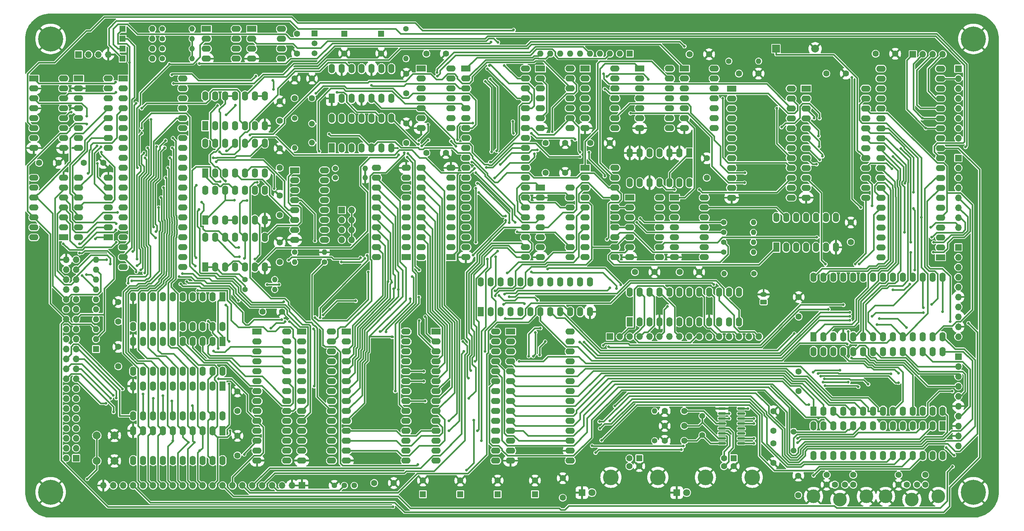
<source format=gbr>
%TF.GenerationSoftware,KiCad,Pcbnew,8.0.2-8.0.2-0~ubuntu20.04.1*%
%TF.CreationDate,2024-06-07T01:09:31+05:00*%
%TF.ProjectId,RedStar,52656453-7461-4722-9e6b-696361645f70,v1.5*%
%TF.SameCoordinates,Original*%
%TF.FileFunction,Copper,L1,Top*%
%TF.FilePolarity,Positive*%
%FSLAX46Y46*%
G04 Gerber Fmt 4.6, Leading zero omitted, Abs format (unit mm)*
G04 Created by KiCad (PCBNEW 8.0.2-8.0.2-0~ubuntu20.04.1) date 2024-06-07 01:09:31*
%MOMM*%
%LPD*%
G01*
G04 APERTURE LIST*
G04 Aperture macros list*
%AMRoundRect*
0 Rectangle with rounded corners*
0 $1 Rounding radius*
0 $2 $3 $4 $5 $6 $7 $8 $9 X,Y pos of 4 corners*
0 Add a 4 corners polygon primitive as box body*
4,1,4,$2,$3,$4,$5,$6,$7,$8,$9,$2,$3,0*
0 Add four circle primitives for the rounded corners*
1,1,$1+$1,$2,$3*
1,1,$1+$1,$4,$5*
1,1,$1+$1,$6,$7*
1,1,$1+$1,$8,$9*
0 Add four rect primitives between the rounded corners*
20,1,$1+$1,$2,$3,$4,$5,0*
20,1,$1+$1,$4,$5,$6,$7,0*
20,1,$1+$1,$6,$7,$8,$9,0*
20,1,$1+$1,$8,$9,$2,$3,0*%
G04 Aperture macros list end*
%TA.AperFunction,ComponentPad*%
%ADD10R,1.600000X2.400000*%
%TD*%
%TA.AperFunction,ComponentPad*%
%ADD11O,1.600000X2.400000*%
%TD*%
%TA.AperFunction,ComponentPad*%
%ADD12C,1.400000*%
%TD*%
%TA.AperFunction,ComponentPad*%
%ADD13O,1.400000X1.400000*%
%TD*%
%TA.AperFunction,ComponentPad*%
%ADD14C,1.600000*%
%TD*%
%TA.AperFunction,ComponentPad*%
%ADD15R,1.500000X1.500000*%
%TD*%
%TA.AperFunction,ComponentPad*%
%ADD16C,1.500000*%
%TD*%
%TA.AperFunction,ComponentPad*%
%ADD17R,1.600000X1.600000*%
%TD*%
%TA.AperFunction,ComponentPad*%
%ADD18R,2.400000X1.600000*%
%TD*%
%TA.AperFunction,ComponentPad*%
%ADD19O,2.400000X1.600000*%
%TD*%
%TA.AperFunction,ComponentPad*%
%ADD20O,1.600000X1.600000*%
%TD*%
%TA.AperFunction,ComponentPad*%
%ADD21C,3.500000*%
%TD*%
%TA.AperFunction,ComponentPad*%
%ADD22R,1.700000X1.700000*%
%TD*%
%TA.AperFunction,ComponentPad*%
%ADD23O,1.700000X1.700000*%
%TD*%
%TA.AperFunction,ComponentPad*%
%ADD24C,0.800000*%
%TD*%
%TA.AperFunction,ComponentPad*%
%ADD25C,6.400000*%
%TD*%
%TA.AperFunction,ComponentPad*%
%ADD26C,4.000000*%
%TD*%
%TA.AperFunction,ComponentPad*%
%ADD27R,1.800000X1.800000*%
%TD*%
%TA.AperFunction,ComponentPad*%
%ADD28C,1.800000*%
%TD*%
%TA.AperFunction,ComponentPad*%
%ADD29C,1.440000*%
%TD*%
%TA.AperFunction,ComponentPad*%
%ADD30R,2.000000X2.000000*%
%TD*%
%TA.AperFunction,ComponentPad*%
%ADD31C,2.000000*%
%TD*%
%TA.AperFunction,SMDPad,CuDef*%
%ADD32RoundRect,0.150000X-0.825000X-0.150000X0.825000X-0.150000X0.825000X0.150000X-0.825000X0.150000X0*%
%TD*%
%TA.AperFunction,ComponentPad*%
%ADD33RoundRect,0.250000X0.625000X-0.350000X0.625000X0.350000X-0.625000X0.350000X-0.625000X-0.350000X0*%
%TD*%
%TA.AperFunction,ComponentPad*%
%ADD34O,1.750000X1.200000*%
%TD*%
%TA.AperFunction,ViaPad*%
%ADD35C,0.700000*%
%TD*%
%TA.AperFunction,Conductor*%
%ADD36C,0.400000*%
%TD*%
G04 APERTURE END LIST*
D10*
%TO.P,DD17,1*%
%TO.N,/RDY*%
X120015000Y-130810000D03*
D11*
%TO.P,DD17,2*%
X122555000Y-130810000D03*
%TO.P,DD17,3*%
%TO.N,Net-(DD17-Pad3)*%
X125095000Y-130810000D03*
%TO.P,DD17,4*%
%TO.N,/MAST*%
X127635000Y-130810000D03*
%TO.P,DD17,5*%
%TO.N,Net-(DD17-Pad3)*%
X130175000Y-130810000D03*
%TO.P,DD17,6*%
%TO.N,/~{WAIT}*%
X132715000Y-130810000D03*
%TO.P,DD17,7,GND*%
%TO.N,GND*%
X135255000Y-130810000D03*
%TO.P,DD17,8*%
%TO.N,/~{MDC_E}*%
X135255000Y-123190000D03*
%TO.P,DD17,9*%
%TO.N,/~{A15}*%
X132715000Y-123190000D03*
%TO.P,DD17,10*%
%TO.N,/~{HLDA}*%
X130175000Y-123190000D03*
%TO.P,DD17,11*%
%TO.N,/~{FWR}*%
X127635000Y-123190000D03*
%TO.P,DD17,12*%
%TO.N,/WB*%
X125095000Y-123190000D03*
%TO.P,DD17,13*%
%TO.N,/MEMW*%
X122555000Y-123190000D03*
%TO.P,DD17,14,VCC*%
%TO.N,VCC*%
X120015000Y-123190000D03*
%TD*%
D12*
%TO.P,R19,1*%
%TO.N,/~{RESET}*%
X171375000Y-69835000D03*
D13*
%TO.P,R19,2*%
%TO.N,VCC*%
X171375000Y-77455000D03*
%TD*%
D14*
%TO.P,C45,1*%
%TO.N,Net-(DD46-V3)*%
X242521500Y-167640000D03*
%TO.P,C45,2*%
%TO.N,GND*%
X237521500Y-167640000D03*
%TD*%
D10*
%TO.P,DD41,1,DIR*%
%TO.N,/~{HLDA}*%
X124455000Y-138415000D03*
D11*
%TO.P,DD41,2,A1*%
%TO.N,unconnected-(DD41-A1-Pad2)*%
X121915000Y-138415000D03*
%TO.P,DD41,3,A2*%
%TO.N,unconnected-(DD41-A2-Pad3)*%
X119375000Y-138415000D03*
%TO.P,DD41,4,A3*%
%TO.N,unconnected-(DD41-A3-Pad4)*%
X116835000Y-138415000D03*
%TO.P,DD41,5,A4*%
%TO.N,unconnected-(DD41-A4-Pad5)*%
X114295000Y-138415000D03*
%TO.P,DD41,6,A5*%
%TO.N,/~{MEMR}*%
X111755000Y-138415000D03*
%TO.P,DD41,7,A6*%
%TO.N,/~{MEMW}*%
X109215000Y-138415000D03*
%TO.P,DD41,8,A7*%
%TO.N,/~{I{slash}OR}*%
X106675000Y-138415000D03*
%TO.P,DD41,9,A8*%
%TO.N,/~{I{slash}OW}*%
X104135000Y-138415000D03*
%TO.P,DD41,10,GND*%
%TO.N,GND*%
X101595000Y-138415000D03*
%TO.P,DD41,11,B8*%
%TO.N,/~{PW}*%
X101595000Y-146035000D03*
%TO.P,DD41,12,B7*%
%TO.N,/~{PR}*%
X104135000Y-146035000D03*
%TO.P,DD41,13,B6*%
%TO.N,/~{MW}*%
X106675000Y-146035000D03*
%TO.P,DD41,14,B5*%
%TO.N,/~{MR}*%
X109215000Y-146035000D03*
%TO.P,DD41,15,B4*%
%TO.N,unconnected-(DD41-B4-Pad15)*%
X111755000Y-146035000D03*
%TO.P,DD41,16,B3*%
%TO.N,unconnected-(DD41-B3-Pad16)*%
X114295000Y-146035000D03*
%TO.P,DD41,17,B2*%
%TO.N,unconnected-(DD41-B2-Pad17)*%
X116835000Y-146035000D03*
%TO.P,DD41,18,B1*%
%TO.N,unconnected-(DD41-B1-Pad18)*%
X119375000Y-146035000D03*
%TO.P,DD41,19,~{OE}*%
%TO.N,/~{CB_E}*%
X121915000Y-146035000D03*
%TO.P,DD41,20,VCC*%
%TO.N,VCC*%
X124455000Y-146035000D03*
%TD*%
D15*
%TO.P,DA2,1,VO*%
%TO.N,3V3*%
X147955000Y-70993000D03*
D16*
%TO.P,DA2,2,GND*%
%TO.N,GND*%
X147955000Y-73533000D03*
%TO.P,DA2,3,VI*%
%TO.N,VCC*%
X147955000Y-76073000D03*
%TD*%
D14*
%TO.P,C22,1*%
%TO.N,VCC*%
X139065000Y-105410000D03*
%TO.P,C22,2*%
%TO.N,GND*%
X139065000Y-100410000D03*
%TD*%
%TO.P,C2,1*%
%TO.N,Net-(C2-Pad1)*%
X142875000Y-87550000D03*
%TO.P,C2,2*%
%TO.N,GND*%
X142875000Y-82550000D03*
%TD*%
%TO.P,C24,1*%
%TO.N,VCC*%
X207090000Y-99060000D03*
%TO.P,C24,2*%
%TO.N,GND*%
X212090000Y-99060000D03*
%TD*%
D12*
%TO.P,R14,1*%
%TO.N,/MS0*%
X153289000Y-105537000D03*
D13*
%TO.P,R14,2*%
%TO.N,GND*%
X160909000Y-105537000D03*
%TD*%
D17*
%TO.P,C39,1*%
%TO.N,VCC*%
X175693000Y-188920000D03*
D14*
%TO.P,C39,2*%
%TO.N,GND*%
X175693000Y-185420000D03*
%TD*%
D12*
%TO.P,R9,1*%
%TO.N,/~{W25E13}*%
X109055000Y-77470000D03*
D13*
%TO.P,R9,2*%
%TO.N,3V3*%
X116675000Y-77470000D03*
%TD*%
D14*
%TO.P,C17,1*%
%TO.N,VCC*%
X128270000Y-167600000D03*
%TO.P,C17,2*%
%TO.N,GND*%
X128270000Y-162600000D03*
%TD*%
D18*
%TO.P,DD37,1,B3*%
%TO.N,/AU1*%
X76200000Y-82550000D03*
D19*
%TO.P,DD37,2,A<*%
%TO.N,GND*%
X76200000Y-85090000D03*
%TO.P,DD37,3,A=*%
%TO.N,/Priority*%
X76200000Y-87630000D03*
%TO.P,DD37,4,A>*%
%TO.N,GND*%
X76200000Y-90170000D03*
%TO.P,DD37,5,A>*%
%TO.N,unconnected-(DD37-A>-Pad5)*%
X76200000Y-92710000D03*
%TO.P,DD37,6,A=*%
%TO.N,/HOLD*%
X76200000Y-95250000D03*
%TO.P,DD37,7,A<*%
%TO.N,unconnected-(DD37-A<-Pad7)*%
X76200000Y-97790000D03*
%TO.P,DD37,8,GND*%
%TO.N,GND*%
X76200000Y-100330000D03*
%TO.P,DD37,9,B0*%
X83820000Y-100330000D03*
%TO.P,DD37,10,A0*%
%TO.N,/~{REQ}*%
X83820000Y-97790000D03*
%TO.P,DD37,11,B1*%
%TO.N,VCC*%
X83820000Y-95250000D03*
%TO.P,DD37,12,A1*%
%TO.N,/~{Protest}*%
X83820000Y-92710000D03*
%TO.P,DD37,13,A2*%
%TO.N,/Ad0*%
X83820000Y-90170000D03*
%TO.P,DD37,14,B2*%
%TO.N,/AU0*%
X83820000Y-87630000D03*
%TO.P,DD37,15,A3*%
%TO.N,/Ad1*%
X83820000Y-85090000D03*
%TO.P,DD37,16,VCC*%
%TO.N,VCC*%
X83820000Y-82550000D03*
%TD*%
D18*
%TO.P,DD1,1,X1*%
%TO.N,/X1*%
X186690000Y-80010000D03*
D19*
%TO.P,DD1,2,X2*%
%TO.N,/X2*%
X186690000Y-82550000D03*
%TO.P,DD1,3,RESOUT*%
%TO.N,/RES*%
X186690000Y-85090000D03*
%TO.P,DD1,4,SOD*%
%TO.N,/SOD*%
X186690000Y-87630000D03*
%TO.P,DD1,5,SID*%
%TO.N,/SID*%
X186690000Y-90170000D03*
%TO.P,DD1,6,TRAP*%
%TO.N,/TRAP*%
X186690000Y-92710000D03*
%TO.P,DD1,7,RST7.5*%
%TO.N,/RST7.5*%
X186690000Y-95250000D03*
%TO.P,DD1,8,RST6.5*%
%TO.N,unconnected-(DD1-RST6.5-Pad8)*%
X186690000Y-97790000D03*
%TO.P,DD1,9,RST5.5*%
%TO.N,unconnected-(DD1-RST5.5-Pad9)*%
X186690000Y-100330000D03*
%TO.P,DD1,10,INTR*%
%TO.N,/INTR*%
X186690000Y-102870000D03*
%TO.P,DD1,11,INTA*%
%TO.N,/~{INTA}*%
X186690000Y-105410000D03*
%TO.P,DD1,12,AD0*%
%TO.N,/pAD0*%
X186690000Y-107950000D03*
%TO.P,DD1,13,AD1*%
%TO.N,/pAD1*%
X186690000Y-110490000D03*
%TO.P,DD1,14,AD2*%
%TO.N,/pAD2*%
X186690000Y-113030000D03*
%TO.P,DD1,15,AD3*%
%TO.N,/pAD3*%
X186690000Y-115570000D03*
%TO.P,DD1,16,AD4*%
%TO.N,/pAD4*%
X186690000Y-118110000D03*
%TO.P,DD1,17,AD5*%
%TO.N,/pAD5*%
X186690000Y-120650000D03*
%TO.P,DD1,18,AD6*%
%TO.N,/pAD6*%
X186690000Y-123190000D03*
%TO.P,DD1,19,AD7*%
%TO.N,/pAD7*%
X186690000Y-125730000D03*
%TO.P,DD1,20,GND*%
%TO.N,GND*%
X186690000Y-128270000D03*
%TO.P,DD1,21,A8*%
%TO.N,/A8*%
X201930000Y-128270000D03*
%TO.P,DD1,22,A9*%
%TO.N,/A9*%
X201930000Y-125730000D03*
%TO.P,DD1,23,A10*%
%TO.N,/A10*%
X201930000Y-123190000D03*
%TO.P,DD1,24,A11*%
%TO.N,/A11*%
X201930000Y-120650000D03*
%TO.P,DD1,25,A12*%
%TO.N,/pA12*%
X201930000Y-118110000D03*
%TO.P,DD1,26,A13*%
%TO.N,/pA13*%
X201930000Y-115570000D03*
%TO.P,DD1,27,A14*%
%TO.N,/pA14*%
X201930000Y-113030000D03*
%TO.P,DD1,28,A15*%
%TO.N,/pA15*%
X201930000Y-110490000D03*
%TO.P,DD1,29,S0*%
%TO.N,/S0*%
X201930000Y-107950000D03*
%TO.P,DD1,30,ALE*%
%TO.N,/ALE*%
X201930000Y-105410000D03*
%TO.P,DD1,31,WR*%
%TO.N,/~{WR}*%
X201930000Y-102870000D03*
%TO.P,DD1,32,RD*%
%TO.N,/~{RD}*%
X201930000Y-100330000D03*
%TO.P,DD1,33,S1*%
%TO.N,/S1*%
X201930000Y-97790000D03*
%TO.P,DD1,34,IO/M*%
%TO.N,/IO{slash}~{M}*%
X201930000Y-95250000D03*
%TO.P,DD1,35,READY*%
%TO.N,/~{WAIT}*%
X201930000Y-92710000D03*
%TO.P,DD1,36,RESIN*%
%TO.N,/~{RESET}*%
X201930000Y-90170000D03*
%TO.P,DD1,37,CLKO*%
%TO.N,/CLK*%
X201930000Y-87630000D03*
%TO.P,DD1,38,HLDA*%
%TO.N,/HLDA*%
X201930000Y-85090000D03*
%TO.P,DD1,39,HOLD*%
%TO.N,/HOLD*%
X201930000Y-82550000D03*
%TO.P,DD1,40,VCC*%
%TO.N,VCC*%
X201930000Y-80010000D03*
%TD*%
D17*
%TO.P,VD3,1,K*%
%TO.N,/~{W25E0}*%
X98895000Y-74930000D03*
D20*
%TO.P,VD3,2,A*%
%TO.N,/~{W25E03}*%
X106515000Y-74930000D03*
%TD*%
D14*
%TO.P,C13,1*%
%TO.N,VCC*%
X171450000Y-99020000D03*
%TO.P,C13,2*%
%TO.N,GND*%
X171450000Y-94020000D03*
%TD*%
%TO.P,J2,1*%
%TO.N,/M_DATA*%
X299436000Y-186484000D03*
%TO.P,J2,2*%
%TO.N,unconnected-(J2-Pad2)*%
X302036000Y-186484000D03*
D21*
%TO.P,J2,3*%
%TO.N,GND*%
X307486000Y-189484000D03*
X300736000Y-190284000D03*
D14*
X297336000Y-186484000D03*
D21*
X293986000Y-189484000D03*
D14*
%TO.P,J2,4*%
%TO.N,VCC*%
X304136000Y-186484000D03*
%TO.P,J2,5*%
%TO.N,/M_CLK*%
X297336000Y-183984000D03*
%TO.P,J2,6*%
%TO.N,unconnected-(J2-Pad6)*%
X304136000Y-183984000D03*
%TD*%
%TO.P,C10,1*%
%TO.N,VCC*%
X97790000Y-144740000D03*
%TO.P,C10,2*%
%TO.N,GND*%
X97790000Y-139740000D03*
%TD*%
D12*
%TO.P,R8,1*%
%TO.N,/~{W25E03}*%
X109055000Y-74930000D03*
D13*
%TO.P,R8,2*%
%TO.N,3V3*%
X116675000Y-74930000D03*
%TD*%
D12*
%TO.P,R7,1*%
%TO.N,/SCK3*%
X109055000Y-72390000D03*
D13*
%TO.P,R7,2*%
%TO.N,3V3*%
X116675000Y-72390000D03*
%TD*%
D14*
%TO.P,J1,1*%
%TO.N,/K_DATA*%
X281036000Y-186484000D03*
%TO.P,J1,2*%
%TO.N,unconnected-(J1-Pad2)*%
X283636000Y-186484000D03*
D21*
%TO.P,J1,3*%
%TO.N,GND*%
X289086000Y-189484000D03*
X282336000Y-190284000D03*
D14*
X278936000Y-186484000D03*
D21*
X275586000Y-189484000D03*
D14*
%TO.P,J1,4*%
%TO.N,VCC*%
X285736000Y-186484000D03*
%TO.P,J1,5*%
%TO.N,/K_CLK*%
X278936000Y-183984000D03*
%TO.P,J1,6*%
%TO.N,unconnected-(J1-Pad6)*%
X285736000Y-183984000D03*
%TD*%
D22*
%TO.P,J3,1,Pin_1*%
%TO.N,Net-(DD22B-~{Q0})*%
X154940000Y-116205000D03*
D23*
%TO.P,J3,2,Pin_2*%
%TO.N,/~{PDC_E}*%
X157480000Y-116205000D03*
%TO.P,J3,3,Pin_3*%
%TO.N,Net-(DD22B-~{Q1})*%
X154940000Y-118745000D03*
%TO.P,J3,4,Pin_4*%
%TO.N,/~{PDC_E}*%
X157480000Y-118745000D03*
%TO.P,J3,5,Pin_5*%
%TO.N,Net-(DD22B-~{Q2})*%
X154940000Y-121285000D03*
%TO.P,J3,6,Pin_6*%
%TO.N,/~{PDC_E}*%
X157480000Y-121285000D03*
%TO.P,J3,7,Pin_7*%
%TO.N,Net-(DD22B-~{Q3})*%
X154940000Y-123825000D03*
%TO.P,J3,8,Pin_8*%
%TO.N,/~{PDC_E}*%
X157480000Y-123825000D03*
%TD*%
D12*
%TO.P,R16,1*%
%TO.N,/WB*%
X142875000Y-127000000D03*
D13*
%TO.P,R16,2*%
%TO.N,GND*%
X150495000Y-127000000D03*
%TD*%
D14*
%TO.P,C5,1*%
%TO.N,VCC*%
X207050000Y-106680000D03*
%TO.P,C5,2*%
%TO.N,GND*%
X212050000Y-106680000D03*
%TD*%
%TO.P,C11,1*%
%TO.N,VCC*%
X285115000Y-124380000D03*
%TO.P,C11,2*%
%TO.N,GND*%
X285115000Y-119380000D03*
%TD*%
D24*
%TO.P,H2,1,1*%
%TO.N,GND*%
X314070000Y-72400000D03*
X314772944Y-70702944D03*
X314772944Y-74097056D03*
X316470000Y-70000000D03*
D25*
X316470000Y-72400000D03*
D24*
X316470000Y-74800000D03*
X318167056Y-70702944D03*
X318167056Y-74097056D03*
X318870000Y-72400000D03*
%TD*%
D12*
%TO.P,R4,1*%
%TO.N,Net-(DD20-~{Q2})*%
X252603000Y-127000000D03*
D13*
%TO.P,R4,2*%
%TO.N,VCC*%
X260223000Y-127000000D03*
%TD*%
D10*
%TO.P,DD34,1,D2*%
%TO.N,/D2*%
X275590000Y-148595000D03*
D11*
%TO.P,DD34,2,D3*%
%TO.N,/D3*%
X278130000Y-148595000D03*
%TO.P,DD34,3,RXD*%
%TO.N,/RXD1*%
X280670000Y-148595000D03*
%TO.P,DD34,4,GND*%
%TO.N,GND*%
X283210000Y-148595000D03*
%TO.P,DD34,5,D4*%
%TO.N,/D4*%
X285750000Y-148595000D03*
%TO.P,DD34,6,D5*%
%TO.N,/D5*%
X288290000Y-148595000D03*
%TO.P,DD34,7,D6*%
%TO.N,/D6*%
X290830000Y-148595000D03*
%TO.P,DD34,8,D7*%
%TO.N,/D7*%
X293370000Y-148595000D03*
%TO.P,DD34,9,TXC*%
%TO.N,/TSYN1*%
X295910000Y-148595000D03*
%TO.P,DD34,10,~{WR}*%
%TO.N,/~{I{slash}OW}*%
X298450000Y-148595000D03*
%TO.P,DD34,11,~{CS}*%
%TO.N,/~{USART1}*%
X300990000Y-148595000D03*
%TO.P,DD34,12,C/~{D}*%
%TO.N,/A0*%
X303530000Y-148595000D03*
%TO.P,DD34,13,~{RD}*%
%TO.N,/~{I{slash}OR}*%
X306070000Y-148595000D03*
%TO.P,DD34,14,RxReady*%
%TO.N,/RXC1*%
X308610000Y-148595000D03*
%TO.P,DD34,15,TxReady*%
%TO.N,/TXC1*%
X308610000Y-133355000D03*
%TO.P,DD34,16,SD/BD*%
%TO.N,unconnected-(DD34-SD{slash}BD-Pad16)*%
X306070000Y-133355000D03*
%TO.P,DD34,17,~{CTS}*%
%TO.N,/~{CTS1}*%
X303530000Y-133355000D03*
%TO.P,DD34,18,TxEmpty*%
%TO.N,/UDRE1*%
X300990000Y-133355000D03*
%TO.P,DD34,19,TXD*%
%TO.N,/TXD1*%
X298450000Y-133355000D03*
%TO.P,DD34,20,CLK*%
%TO.N,/CLT*%
X295910000Y-133355000D03*
%TO.P,DD34,21,RES*%
%TO.N,/RES*%
X293370000Y-133355000D03*
%TO.P,DD34,22,~{DSR}*%
%TO.N,/~{DSR1}*%
X290830000Y-133355000D03*
%TO.P,DD34,23,~{RTS}*%
%TO.N,/~{RTS1}*%
X288290000Y-133355000D03*
%TO.P,DD34,24,~{DTR}*%
%TO.N,/~{DTR1}*%
X285750000Y-133355000D03*
%TO.P,DD34,25,RXC*%
%TO.N,/TSYN1*%
X283210000Y-133355000D03*
%TO.P,DD34,26,VCC*%
%TO.N,VCC*%
X280670000Y-133355000D03*
%TO.P,DD34,27,D0*%
%TO.N,/D0*%
X278130000Y-133355000D03*
%TO.P,DD34,28,D1*%
%TO.N,/D1*%
X275590000Y-133355000D03*
%TD*%
D14*
%TO.P,C25,1*%
%TO.N,VCC*%
X77545000Y-104130000D03*
%TO.P,C25,2*%
%TO.N,GND*%
X82545000Y-104130000D03*
%TD*%
D10*
%TO.P,DD19,1*%
%TO.N,Net-(DD18-Pad11)*%
X120010000Y-106695000D03*
D11*
%TO.P,DD19,2*%
%TO.N,/~{PME}*%
X122550000Y-106695000D03*
%TO.P,DD19,3*%
%TO.N,/~{YHME}*%
X125090000Y-106695000D03*
%TO.P,DD19,4*%
%TO.N,/~{PMT}*%
X127630000Y-106695000D03*
%TO.P,DD19,5*%
%TO.N,/~{A15}*%
X130170000Y-106695000D03*
%TO.P,DD19,6*%
%TO.N,/~{OMME}*%
X132710000Y-106695000D03*
%TO.P,DD19,7,GND*%
%TO.N,GND*%
X135250000Y-106695000D03*
%TO.P,DD19,8*%
%TO.N,Net-(DD12-Pad5)*%
X135250000Y-99075000D03*
%TO.P,DD19,9*%
%TO.N,/MAST*%
X132710000Y-99075000D03*
%TO.P,DD19,10*%
%TO.N,/~{RD}*%
X130170000Y-99075000D03*
%TO.P,DD19,11*%
%TO.N,Net-(DD12-Pad3)*%
X127630000Y-99075000D03*
%TO.P,DD19,12*%
%TO.N,/MAST*%
X125090000Y-99075000D03*
%TO.P,DD19,13*%
%TO.N,/A15*%
X122550000Y-99075000D03*
%TO.P,DD19,14,VCC*%
%TO.N,VCC*%
X120010000Y-99075000D03*
%TD*%
D17*
%TO.P,C37,1*%
%TO.N,3V3*%
X155575000Y-71120000D03*
D14*
%TO.P,C37,2*%
%TO.N,GND*%
X155575000Y-76120000D03*
%TD*%
D12*
%TO.P,R5,1*%
%TO.N,Net-(DD20-~{Q3})*%
X252603000Y-124460000D03*
D13*
%TO.P,R5,2*%
%TO.N,VCC*%
X260223000Y-124460000D03*
%TD*%
D17*
%TO.P,VD2,1,K*%
%TO.N,/SCK*%
X98895000Y-72390000D03*
D20*
%TO.P,VD2,2,A*%
%TO.N,/SCK3*%
X106515000Y-72390000D03*
%TD*%
D18*
%TO.P,DD14,1,~{R}*%
%TO.N,Net-(DD14A-~{R})*%
X242570000Y-80010000D03*
D19*
%TO.P,DD14,2,D*%
%TO.N,/TRAP*%
X242570000Y-82550000D03*
%TO.P,DD14,3,C*%
%TO.N,/SOD*%
X242570000Y-85090000D03*
%TO.P,DD14,4,~{S}*%
%TO.N,VCC*%
X242570000Y-87630000D03*
%TO.P,DD14,5,Q*%
%TO.N,/SID*%
X242570000Y-90170000D03*
%TO.P,DD14,6,~{Q}*%
%TO.N,/TRAP*%
X242570000Y-92710000D03*
%TO.P,DD14,7,GND*%
%TO.N,GND*%
X242570000Y-95250000D03*
%TO.P,DD14,8,~{Q}*%
%TO.N,unconnected-(DD14B-~{Q}-Pad8)*%
X250190000Y-95250000D03*
%TO.P,DD14,9,Q*%
%TO.N,unconnected-(DD14B-Q-Pad9)*%
X250190000Y-92710000D03*
%TO.P,DD14,10,~{S}*%
%TO.N,unconnected-(DD14B-~{S}-Pad10)*%
X250190000Y-90170000D03*
%TO.P,DD14,11,C*%
%TO.N,unconnected-(DD14B-C-Pad11)*%
X250190000Y-87630000D03*
%TO.P,DD14,12,D*%
%TO.N,unconnected-(DD14B-D-Pad12)*%
X250190000Y-85090000D03*
%TO.P,DD14,13,~{R}*%
%TO.N,unconnected-(DD14B-~{R}-Pad13)*%
X250190000Y-82550000D03*
%TO.P,DD14,14,VCC*%
%TO.N,VCC*%
X250190000Y-80010000D03*
%TD*%
D18*
%TO.P,DD13,1,~{R}*%
%TO.N,/TRAP*%
X240030000Y-113030000D03*
D19*
%TO.P,DD13,2,D*%
%TO.N,VCC*%
X240030000Y-115570000D03*
%TO.P,DD13,3,C*%
%TO.N,Net-(DD13A-C)*%
X240030000Y-118110000D03*
%TO.P,DD13,4,~{S}*%
%TO.N,VCC*%
X240030000Y-120650000D03*
%TO.P,DD13,5,Q*%
%TO.N,Net-(DD13A-Q)*%
X240030000Y-123190000D03*
%TO.P,DD13,6,~{Q}*%
%TO.N,unconnected-(DD13A-~{Q}-Pad6)*%
X240030000Y-125730000D03*
%TO.P,DD13,7,GND*%
%TO.N,GND*%
X240030000Y-128270000D03*
%TO.P,DD13,8,~{Q}*%
%TO.N,Net-(DD13B-~{Q})*%
X247650000Y-128270000D03*
%TO.P,DD13,9,Q*%
%TO.N,Net-(DD13B-Q)*%
X247650000Y-125730000D03*
%TO.P,DD13,10,~{S}*%
%TO.N,VCC*%
X247650000Y-123190000D03*
%TO.P,DD13,11,C*%
%TO.N,/S1*%
X247650000Y-120650000D03*
%TO.P,DD13,12,D*%
%TO.N,Net-(DD13A-Q)*%
X247650000Y-118110000D03*
%TO.P,DD13,13,~{R}*%
%TO.N,/TRAP*%
X247650000Y-115570000D03*
%TO.P,DD13,14,VCC*%
%TO.N,VCC*%
X247650000Y-113030000D03*
%TD*%
D17*
%TO.P,J13,1,VBUS*%
%TO.N,VCC*%
X231014000Y-179734500D03*
D14*
%TO.P,J13,2,D-*%
%TO.N,unconnected-(J13-D--Pad2)*%
X228514000Y-179734500D03*
%TO.P,J13,3,D+*%
%TO.N,unconnected-(J13-D+-Pad3)*%
X228514000Y-181734500D03*
%TO.P,J13,4,GND*%
%TO.N,GND*%
X231014000Y-181734500D03*
D26*
%TO.P,J13,5,Shield*%
X235764000Y-184594500D03*
X223764000Y-184594500D03*
%TD*%
D10*
%TO.P,DD8,1*%
%TO.N,Net-(DD8-Pad1)*%
X266065000Y-125730000D03*
D11*
%TO.P,DD8,2*%
X268605000Y-125730000D03*
%TO.P,DD8,3*%
%TO.N,unconnected-(DD8-Pad3)*%
X271145000Y-125730000D03*
%TO.P,DD8,4*%
%TO.N,unconnected-(DD8-Pad4)*%
X273685000Y-125730000D03*
%TO.P,DD8,5*%
%TO.N,unconnected-(DD8-Pad5)*%
X276225000Y-125730000D03*
%TO.P,DD8,6*%
%TO.N,unconnected-(DD8-Pad6)*%
X278765000Y-125730000D03*
%TO.P,DD8,7,GND*%
%TO.N,GND*%
X281305000Y-125730000D03*
%TO.P,DD8,8*%
%TO.N,/MEMW*%
X281305000Y-118110000D03*
%TO.P,DD8,9*%
%TO.N,/IO{slash}~{M}*%
X278765000Y-118110000D03*
%TO.P,DD8,10*%
%TO.N,/~{WR}*%
X276225000Y-118110000D03*
%TO.P,DD8,11*%
%TO.N,Net-(DD8-Pad11)*%
X273685000Y-118110000D03*
%TO.P,DD8,12*%
X271145000Y-118110000D03*
%TO.P,DD8,13*%
%TO.N,/TRAP*%
X268605000Y-118110000D03*
%TO.P,DD8,14,VCC*%
%TO.N,VCC*%
X266065000Y-118110000D03*
%TD*%
D18*
%TO.P,DD7,1*%
%TO.N,Net-(DD10-Pad1)*%
X205740000Y-80010000D03*
D19*
%TO.P,DD7,2*%
%TO.N,/~{I{slash}O}M*%
X205740000Y-82550000D03*
%TO.P,DD7,3*%
%TO.N,/~{RD}*%
X205740000Y-85090000D03*
%TO.P,DD7,4*%
%TO.N,Net-(DD10-Pad3)*%
X205740000Y-87630000D03*
%TO.P,DD7,5*%
%TO.N,/~{WR}*%
X205740000Y-90170000D03*
%TO.P,DD7,6*%
%TO.N,/~{I{slash}O}M*%
X205740000Y-92710000D03*
%TO.P,DD7,7,GND*%
%TO.N,GND*%
X205740000Y-95250000D03*
%TO.P,DD7,8*%
%TO.N,/~{RD}*%
X213360000Y-95250000D03*
%TO.P,DD7,9*%
%TO.N,/IO{slash}~{M}*%
X213360000Y-92710000D03*
%TO.P,DD7,10*%
%TO.N,Net-(DD10-Pad5)*%
X213360000Y-90170000D03*
%TO.P,DD7,11*%
%TO.N,/HLDA*%
X213360000Y-87630000D03*
%TO.P,DD7,12*%
%TO.N,/MAST*%
X213360000Y-85090000D03*
%TO.P,DD7,13*%
%TO.N,/~{CB_E}*%
X213360000Y-82550000D03*
%TO.P,DD7,14,VCC*%
%TO.N,VCC*%
X213360000Y-80010000D03*
%TD*%
D14*
%TO.P,C30,1*%
%TO.N,VCC*%
X88975000Y-104130000D03*
%TO.P,C30,2*%
%TO.N,GND*%
X93975000Y-104130000D03*
%TD*%
%TO.P,C35,1*%
%TO.N,VCC*%
X271780000Y-143470000D03*
%TO.P,C35,2*%
%TO.N,GND*%
X271780000Y-138470000D03*
%TD*%
D18*
%TO.P,DD29,1,D7*%
%TO.N,/D7*%
X254635000Y-85095000D03*
D19*
%TO.P,DD29,2,D6*%
%TO.N,/D6*%
X254635000Y-87635000D03*
%TO.P,DD29,3,D5*%
%TO.N,/D5*%
X254635000Y-90175000D03*
%TO.P,DD29,4,D4*%
%TO.N,/D4*%
X254635000Y-92715000D03*
%TO.P,DD29,5,D3*%
%TO.N,/D3*%
X254635000Y-95255000D03*
%TO.P,DD29,6,D2*%
%TO.N,/D2*%
X254635000Y-97795000D03*
%TO.P,DD29,7,D1*%
%TO.N,/D1*%
X254635000Y-100335000D03*
%TO.P,DD29,8,D0*%
%TO.N,/D0*%
X254635000Y-102875000D03*
%TO.P,DD29,9,CLK0*%
%TO.N,Net-(DD29-CLK0)*%
X254635000Y-105415000D03*
%TO.P,DD29,10,OUT0*%
%TO.N,/SYSTIME*%
X254635000Y-107955000D03*
%TO.P,DD29,11,GATE0*%
%TO.N,VCC*%
X254635000Y-110495000D03*
%TO.P,DD29,12,GND*%
%TO.N,GND*%
X254635000Y-113035000D03*
%TO.P,DD29,13,OUT1*%
%TO.N,Net-(DD29-CLK0)*%
X269875000Y-113035000D03*
%TO.P,DD29,14,GATE1*%
%TO.N,VCC*%
X269875000Y-110495000D03*
%TO.P,DD29,15,CLK1*%
%TO.N,/CLT*%
X269875000Y-107955000D03*
%TO.P,DD29,16,GATE2*%
%TO.N,/CLKE*%
X269875000Y-105415000D03*
%TO.P,DD29,17,OUT2*%
%TO.N,/RST7.5*%
X269875000Y-102875000D03*
%TO.P,DD29,18,CLK2*%
%TO.N,/CLT*%
X269875000Y-100335000D03*
%TO.P,DD29,19,A0*%
%TO.N,/A0*%
X269875000Y-97795000D03*
%TO.P,DD29,20,A1*%
%TO.N,/A1*%
X269875000Y-95255000D03*
%TO.P,DD29,21,CS*%
%TO.N,/~{TIM0}*%
X269875000Y-92715000D03*
%TO.P,DD29,22,RD*%
%TO.N,/~{I{slash}OR}*%
X269875000Y-90175000D03*
%TO.P,DD29,23,WR*%
%TO.N,/~{I{slash}OW}*%
X269875000Y-87635000D03*
%TO.P,DD29,24,VCC*%
%TO.N,VCC*%
X269875000Y-85095000D03*
%TD*%
D12*
%TO.P,R12,1*%
%TO.N,/RDY*%
X130175000Y-133985000D03*
D13*
%TO.P,R12,2*%
%TO.N,VCC*%
X137795000Y-133985000D03*
%TD*%
D17*
%TO.P,C40,1*%
%TO.N,VCC*%
X185243000Y-188920000D03*
D14*
%TO.P,C40,2*%
%TO.N,GND*%
X185243000Y-185420000D03*
%TD*%
D17*
%TO.P,RN2,1,common*%
%TO.N,VCC*%
X92075000Y-151765000D03*
D20*
%TO.P,RN2,2,R1*%
%TO.N,/~{REQ}*%
X92075000Y-149225000D03*
%TO.P,RN2,3,R2*%
%TO.N,/~{CONF}*%
X92075000Y-146685000D03*
%TO.P,RN2,4,R3*%
%TO.N,/~{Protest}*%
X92075000Y-144145000D03*
%TO.P,RN2,5,R4*%
%TO.N,/Ad0*%
X92075000Y-141605000D03*
%TO.P,RN2,6,R5*%
%TO.N,/Ad1*%
X92075000Y-139065000D03*
%TO.P,RN2,7,R6*%
%TO.N,/T0*%
X92075000Y-136525000D03*
%TO.P,RN2,8,R7*%
%TO.N,/T1*%
X92075000Y-133985000D03*
%TO.P,RN2,9,R8*%
%TO.N,/T2*%
X92075000Y-131445000D03*
%TO.P,RN2,10,R9*%
%TO.N,/Vect*%
X92075000Y-128905000D03*
%TD*%
D14*
%TO.P,C27,1*%
%TO.N,VCC*%
X134700000Y-142240000D03*
%TO.P,C27,2*%
%TO.N,GND*%
X139700000Y-142240000D03*
%TD*%
D18*
%TO.P,DD24,1,A14*%
%TO.N,/A14*%
X144705000Y-147305000D03*
D19*
%TO.P,DD24,2,A12*%
%TO.N,/A12*%
X144705000Y-149845000D03*
%TO.P,DD24,3,A7*%
%TO.N,/A7*%
X144705000Y-152385000D03*
%TO.P,DD24,4,A6*%
%TO.N,/A6*%
X144705000Y-154925000D03*
%TO.P,DD24,5,A5*%
%TO.N,/A5*%
X144705000Y-157465000D03*
%TO.P,DD24,6,A4*%
%TO.N,/A4*%
X144705000Y-160005000D03*
%TO.P,DD24,7,A3*%
%TO.N,/A3*%
X144705000Y-162545000D03*
%TO.P,DD24,8,A2*%
%TO.N,/A2*%
X144705000Y-165085000D03*
%TO.P,DD24,9,A1*%
%TO.N,/A1*%
X144705000Y-167625000D03*
%TO.P,DD24,10,A0*%
%TO.N,/A0*%
X144705000Y-170165000D03*
%TO.P,DD24,11,D0*%
%TO.N,/D0*%
X144705000Y-172705000D03*
%TO.P,DD24,12,D1*%
%TO.N,/D1*%
X144705000Y-175245000D03*
%TO.P,DD24,13,D2*%
%TO.N,/D2*%
X144705000Y-177785000D03*
%TO.P,DD24,14,GND*%
%TO.N,GND*%
X144705000Y-180325000D03*
%TO.P,DD24,15,D3*%
%TO.N,/D3*%
X152325000Y-180325000D03*
%TO.P,DD24,16,D4*%
%TO.N,/D4*%
X152325000Y-177785000D03*
%TO.P,DD24,17,D5*%
%TO.N,/D5*%
X152325000Y-175245000D03*
%TO.P,DD24,18,D6*%
%TO.N,/D6*%
X152325000Y-172705000D03*
%TO.P,DD24,19,D7*%
%TO.N,/D7*%
X152325000Y-170165000D03*
%TO.P,DD24,20,~{CS}*%
%TO.N,/~{OMME}*%
X152325000Y-167625000D03*
%TO.P,DD24,21,A10*%
%TO.N,/A10*%
X152325000Y-165085000D03*
%TO.P,DD24,22,~{OE}*%
%TO.N,/~{MEMR}*%
X152325000Y-162545000D03*
%TO.P,DD24,23,A11*%
%TO.N,/A11*%
X152325000Y-160005000D03*
%TO.P,DD24,24,A9*%
%TO.N,/A9*%
X152325000Y-157465000D03*
%TO.P,DD24,25,A8*%
%TO.N,/A8*%
X152325000Y-154925000D03*
%TO.P,DD24,26,A13*%
%TO.N,/A13*%
X152325000Y-152385000D03*
%TO.P,DD24,27,~{WE}*%
%TO.N,/~{MEMW}*%
X152325000Y-149845000D03*
%TO.P,DD24,28,VCC*%
%TO.N,VCC*%
X152325000Y-147305000D03*
%TD*%
D12*
%TO.P,R10,1*%
%TO.N,Net-(LED1-A)*%
X150495000Y-129540000D03*
D13*
%TO.P,R10,2*%
%TO.N,/Turbo*%
X142875000Y-129540000D03*
%TD*%
D22*
%TO.P,J10,1,Pin_1*%
%TO.N,/PF0*%
X301000000Y-76327000D03*
D23*
%TO.P,J10,2,Pin_2*%
%TO.N,/PF1*%
X303540000Y-76327000D03*
%TO.P,J10,3,Pin_3*%
%TO.N,/PF2*%
X306080000Y-76327000D03*
%TO.P,J10,4,Pin_4*%
%TO.N,/PF3*%
X308620000Y-76327000D03*
%TD*%
D17*
%TO.P,VD1,1,K*%
%TO.N,/MOSI*%
X98895000Y-69850000D03*
D20*
%TO.P,VD1,2,A*%
%TO.N,/MOSI3*%
X106515000Y-69850000D03*
%TD*%
D14*
%TO.P,C21,1*%
%TO.N,VCC*%
X97790000Y-156210000D03*
%TO.P,C21,2*%
%TO.N,GND*%
X97790000Y-151210000D03*
%TD*%
%TO.P,C18,1*%
%TO.N,VCC*%
X229910000Y-132080000D03*
%TO.P,C18,2*%
%TO.N,GND*%
X234910000Y-132080000D03*
%TD*%
%TO.P,C12,1*%
%TO.N,VCC*%
X218480000Y-99060000D03*
%TO.P,C12,2*%
%TO.N,GND*%
X223480000Y-99060000D03*
%TD*%
D24*
%TO.P,H1,1,1*%
%TO.N,GND*%
X78070000Y-72400000D03*
X78772944Y-70702944D03*
X78772944Y-74097056D03*
X80470000Y-70000000D03*
D25*
X80470000Y-72400000D03*
D24*
X80470000Y-74800000D03*
X82167056Y-70702944D03*
X82167056Y-74097056D03*
X82870000Y-72400000D03*
%TD*%
D14*
%TO.P,C23,1*%
%TO.N,VCC*%
X211455000Y-189825000D03*
%TO.P,C23,2*%
%TO.N,GND*%
X211455000Y-184825000D03*
%TD*%
D27*
%TO.P,LED1,1,K*%
%TO.N,GND*%
X216353000Y-188500500D03*
D28*
%TO.P,LED1,2,A*%
%TO.N,Net-(LED1-A)*%
X218893000Y-188500500D03*
%TD*%
D24*
%TO.P,H3,1,1*%
%TO.N,GND*%
X314070000Y-188400000D03*
X314772944Y-186702944D03*
X314772944Y-190097056D03*
X316470000Y-186000000D03*
D25*
X316470000Y-188400000D03*
D24*
X316470000Y-190800000D03*
X318167056Y-186702944D03*
X318167056Y-190097056D03*
X318870000Y-188400000D03*
%TD*%
D12*
%TO.P,R6,1*%
%TO.N,/MOSI3*%
X109055000Y-69850000D03*
D13*
%TO.P,R6,2*%
%TO.N,3V3*%
X116675000Y-69850000D03*
%TD*%
D14*
%TO.P,C31,1*%
%TO.N,VCC*%
X271705000Y-189175000D03*
%TO.P,C31,2*%
%TO.N,GND*%
X271705000Y-184175000D03*
%TD*%
D17*
%TO.P,C41,1*%
%TO.N,VCC*%
X194793000Y-188920000D03*
D14*
%TO.P,C41,2*%
%TO.N,GND*%
X194793000Y-185420000D03*
%TD*%
D10*
%TO.P,DD40,1,DIR*%
%TO.N,/~{HLDA}*%
X124455000Y-149845000D03*
D11*
%TO.P,DD40,2,A1*%
%TO.N,/A8*%
X121915000Y-149845000D03*
%TO.P,DD40,3,A2*%
%TO.N,/A9*%
X119375000Y-149845000D03*
%TO.P,DD40,4,A3*%
%TO.N,/A10*%
X116835000Y-149845000D03*
%TO.P,DD40,5,A4*%
%TO.N,/A11*%
X114295000Y-149845000D03*
%TO.P,DD40,6,A5*%
%TO.N,/A12*%
X111755000Y-149845000D03*
%TO.P,DD40,7,A6*%
%TO.N,/A13*%
X109215000Y-149845000D03*
%TO.P,DD40,8,A7*%
%TO.N,/A14*%
X106675000Y-149845000D03*
%TO.P,DD40,9,A8*%
%TO.N,unconnected-(DD40-A8-Pad9)*%
X104135000Y-149845000D03*
%TO.P,DD40,10,GND*%
%TO.N,GND*%
X101595000Y-149845000D03*
%TO.P,DD40,11,B8*%
%TO.N,unconnected-(DD40-B8-Pad11)*%
X101595000Y-157465000D03*
%TO.P,DD40,12,B7*%
%TO.N,/BA14*%
X104135000Y-157465000D03*
%TO.P,DD40,13,B6*%
%TO.N,/BA13*%
X106675000Y-157465000D03*
%TO.P,DD40,14,B5*%
%TO.N,/BA12*%
X109215000Y-157465000D03*
%TO.P,DD40,15,B4*%
%TO.N,/BA11*%
X111755000Y-157465000D03*
%TO.P,DD40,16,B3*%
%TO.N,/BA10*%
X114295000Y-157465000D03*
%TO.P,DD40,17,B2*%
%TO.N,/BA9*%
X116835000Y-157465000D03*
%TO.P,DD40,18,B1*%
%TO.N,/BA8*%
X119375000Y-157465000D03*
%TO.P,DD40,19,~{OE}*%
%TO.N,/~{CB_E}*%
X121915000Y-157465000D03*
%TO.P,DD40,20,VCC*%
%TO.N,VCC*%
X124455000Y-157465000D03*
%TD*%
D18*
%TO.P,DD28,1,PA3*%
%TO.N,/PA3*%
X308045000Y-128275000D03*
D19*
%TO.P,DD28,2,PA2*%
%TO.N,/PA2*%
X308045000Y-125735000D03*
%TO.P,DD28,3,PA1*%
%TO.N,/PA1*%
X308045000Y-123195000D03*
%TO.P,DD28,4,PA0*%
%TO.N,/PA0*%
X308045000Y-120655000D03*
%TO.P,DD28,5,~{RD}*%
%TO.N,/~{I{slash}OR}*%
X308045000Y-118115000D03*
%TO.P,DD28,6,~{CS}*%
%TO.N,/~{SYSP1}*%
X308045000Y-115575000D03*
%TO.P,DD28,7,GND*%
%TO.N,GND*%
X308045000Y-113035000D03*
%TO.P,DD28,8,A1*%
%TO.N,/A1*%
X308045000Y-110495000D03*
%TO.P,DD28,9,A0*%
%TO.N,/A0*%
X308045000Y-107955000D03*
%TO.P,DD28,10,PC7*%
%TO.N,/~{W25E1}*%
X308045000Y-105415000D03*
%TO.P,DD28,11,PC6*%
%TO.N,/~{W25E0}*%
X308045000Y-102875000D03*
%TO.P,DD28,12,PC5*%
%TO.N,/FS*%
X308045000Y-100335000D03*
%TO.P,DD28,13,PC4*%
%TO.N,/BUZ_G*%
X308045000Y-97795000D03*
%TO.P,DD28,14,PC0*%
%TO.N,/PF0*%
X308045000Y-95255000D03*
%TO.P,DD28,15,PC1*%
%TO.N,/PF1*%
X308045000Y-92715000D03*
%TO.P,DD28,16,PC2*%
%TO.N,/PF2*%
X308045000Y-90175000D03*
%TO.P,DD28,17,PC3*%
%TO.N,/PF3*%
X308045000Y-87635000D03*
%TO.P,DD28,18,PB0*%
%TO.N,/PB0*%
X308045000Y-85095000D03*
%TO.P,DD28,19,PB1*%
%TO.N,/PB1*%
X308045000Y-82555000D03*
%TO.P,DD28,20,PB2*%
%TO.N,/PB2*%
X308045000Y-80015000D03*
%TO.P,DD28,21,PB3*%
%TO.N,/PB3*%
X292805000Y-80015000D03*
%TO.P,DD28,22,PB4*%
%TO.N,/PB4*%
X292805000Y-82555000D03*
%TO.P,DD28,23,PB5*%
%TO.N,/PB5*%
X292805000Y-85095000D03*
%TO.P,DD28,24,PB6*%
%TO.N,/PB6*%
X292805000Y-87635000D03*
%TO.P,DD28,25,PB7*%
%TO.N,/PB7*%
X292805000Y-90175000D03*
%TO.P,DD28,26,VCC*%
%TO.N,VCC*%
X292805000Y-92715000D03*
%TO.P,DD28,27,D7*%
%TO.N,/D7*%
X292805000Y-95255000D03*
%TO.P,DD28,28,D6*%
%TO.N,/D6*%
X292805000Y-97795000D03*
%TO.P,DD28,29,D5*%
%TO.N,/D5*%
X292805000Y-100335000D03*
%TO.P,DD28,30,D4*%
%TO.N,/D4*%
X292805000Y-102875000D03*
%TO.P,DD28,31,D3*%
%TO.N,/D3*%
X292805000Y-105415000D03*
%TO.P,DD28,32,D2*%
%TO.N,/D2*%
X292805000Y-107955000D03*
%TO.P,DD28,33,D1*%
%TO.N,/D1*%
X292805000Y-110495000D03*
%TO.P,DD28,34,D0*%
%TO.N,/D0*%
X292805000Y-113035000D03*
%TO.P,DD28,35,RES*%
%TO.N,/RES*%
X292805000Y-115575000D03*
%TO.P,DD28,36,~{WR}*%
%TO.N,/~{I{slash}OW}*%
X292805000Y-118115000D03*
%TO.P,DD28,37,PA7*%
%TO.N,/PA7*%
X292805000Y-120655000D03*
%TO.P,DD28,38,PA6*%
%TO.N,/PA6*%
X292805000Y-123195000D03*
%TO.P,DD28,39,PA5*%
%TO.N,/PA5*%
X292805000Y-125735000D03*
%TO.P,DD28,40,PA4*%
%TO.N,/PA4*%
X292805000Y-128275000D03*
%TD*%
D18*
%TO.P,DD21,1,~{OE}*%
%TO.N,/~{B_OS}*%
X217170000Y-105410000D03*
D19*
%TO.P,DD21,2,A1*%
%TO.N,/pA15*%
X217170000Y-107950000D03*
%TO.P,DD21,3,B4*%
%TO.N,/A12*%
X217170000Y-110490000D03*
%TO.P,DD21,4,A2*%
%TO.N,/pA14*%
X217170000Y-113030000D03*
%TO.P,DD21,5,B3*%
%TO.N,/A13*%
X217170000Y-115570000D03*
%TO.P,DD21,6,A3*%
%TO.N,/pA13*%
X217170000Y-118110000D03*
%TO.P,DD21,7,B2*%
%TO.N,/A14*%
X217170000Y-120650000D03*
%TO.P,DD21,8,A4*%
%TO.N,/pA12*%
X217170000Y-123190000D03*
%TO.P,DD21,9,B1*%
%TO.N,/A15*%
X217170000Y-125730000D03*
%TO.P,DD21,10,GND*%
%TO.N,GND*%
X217170000Y-128270000D03*
%TO.P,DD21,11,A1*%
%TO.N,Net-(DD20-~{Q3})*%
X224790000Y-128270000D03*
%TO.P,DD21,12,B4*%
%TO.N,/A12*%
X224790000Y-125730000D03*
%TO.P,DD21,13,A2*%
%TO.N,Net-(DD20-~{Q2})*%
X224790000Y-123190000D03*
%TO.P,DD21,14,B3*%
%TO.N,/A13*%
X224790000Y-120650000D03*
%TO.P,DD21,15,A3*%
%TO.N,Net-(DD20-~{Q1})*%
X224790000Y-118110000D03*
%TO.P,DD21,16,B2*%
%TO.N,/A14*%
X224790000Y-115570000D03*
%TO.P,DD21,17,A4*%
%TO.N,Net-(DD20-~{Q0})*%
X224790000Y-113030000D03*
%TO.P,DD21,18,B1*%
%TO.N,/A15*%
X224790000Y-110490000D03*
%TO.P,DD21,19,~{OE}*%
%TO.N,/~{B_U}*%
X224790000Y-107950000D03*
%TO.P,DD21,20,VCC*%
%TO.N,VCC*%
X224790000Y-105410000D03*
%TD*%
D18*
%TO.P,DD44,1,~{CS}*%
%TO.N,/~{W25E13}*%
X131915000Y-69850000D03*
D19*
%TO.P,DD44,2,DO/IO1*%
%TO.N,/MISO*%
X131915000Y-72390000D03*
%TO.P,DD44,3,~{WP}/IO2*%
%TO.N,3V3*%
X131915000Y-74930000D03*
%TO.P,DD44,4,GND*%
%TO.N,GND*%
X131915000Y-77470000D03*
%TO.P,DD44,5,DI/IO0*%
%TO.N,/MOSI3*%
X139535000Y-77470000D03*
%TO.P,DD44,6,CLK*%
%TO.N,/SCK3*%
X139535000Y-74930000D03*
%TO.P,DD44,7,~{HOLD}/IO3*%
%TO.N,3V3*%
X139535000Y-72390000D03*
%TO.P,DD44,8,VCC*%
X139535000Y-69850000D03*
%TD*%
D17*
%TO.P,VD4,1,K*%
%TO.N,/~{W25E1}*%
X98895000Y-77470000D03*
D20*
%TO.P,VD4,2,A*%
%TO.N,/~{W25E13}*%
X106515000Y-77470000D03*
%TD*%
D14*
%TO.P,C14,1*%
%TO.N,VCC*%
X243880000Y-76332000D03*
%TO.P,C14,2*%
%TO.N,GND*%
X248880000Y-76332000D03*
%TD*%
D10*
%TO.P,DD2,1*%
%TO.N,/IO{slash}~{M}*%
X152400000Y-100330000D03*
D11*
%TO.P,DD2,2*%
%TO.N,/~{I{slash}O}M*%
X154940000Y-100330000D03*
%TO.P,DD2,3*%
%TO.N,unconnected-(DD2-Pad3)*%
X157480000Y-100330000D03*
%TO.P,DD2,4*%
%TO.N,unconnected-(DD2-Pad4)*%
X160020000Y-100330000D03*
%TO.P,DD2,5*%
%TO.N,/A15*%
X162560000Y-100330000D03*
%TO.P,DD2,6*%
%TO.N,/~{A15}*%
X165100000Y-100330000D03*
%TO.P,DD2,7,GND*%
%TO.N,GND*%
X167640000Y-100330000D03*
%TO.P,DD2,8*%
%TO.N,/Protest*%
X167640000Y-92710000D03*
%TO.P,DD2,9*%
%TO.N,/~{Protest}*%
X165100000Y-92710000D03*
%TO.P,DD2,10*%
%TO.N,Net-(DD3A-C)*%
X162560000Y-92710000D03*
%TO.P,DD2,11*%
%TO.N,Net-(C2-Pad1)*%
X160020000Y-92710000D03*
%TO.P,DD2,12*%
X157480000Y-92710000D03*
%TO.P,DD2,13*%
%TO.N,Net-(C1-Pad1)*%
X154940000Y-92710000D03*
%TO.P,DD2,14,VCC*%
%TO.N,VCC*%
X152400000Y-92710000D03*
%TD*%
D10*
%TO.P,DD42,1,DIN*%
%TO.N,/MOSI*%
X228595000Y-144795000D03*
D11*
%TO.P,DD42,2,DIG0*%
%TO.N,/DIG0*%
X231135000Y-144795000D03*
%TO.P,DD42,3,DIG4*%
%TO.N,/DIG4*%
X233675000Y-144795000D03*
%TO.P,DD42,4,GND*%
%TO.N,GND*%
X236215000Y-144795000D03*
%TO.P,DD42,5,DIG6*%
%TO.N,/DIG6*%
X238755000Y-144795000D03*
%TO.P,DD42,6,DIG2*%
%TO.N,/DIG2*%
X241295000Y-144795000D03*
%TO.P,DD42,7,DIG3*%
%TO.N,/DIG3*%
X243835000Y-144795000D03*
%TO.P,DD42,8,DIG7*%
%TO.N,/DIG7*%
X246375000Y-144795000D03*
%TO.P,DD42,9,GND*%
%TO.N,GND*%
X248915000Y-144795000D03*
%TO.P,DD42,10,DIG5*%
%TO.N,/DIG5*%
X251455000Y-144795000D03*
%TO.P,DD42,11,DIG1*%
%TO.N,/DIG1*%
X253995000Y-144795000D03*
%TO.P,DD42,12,~{CS}*%
%TO.N,/~{LED_S}*%
X256535000Y-144795000D03*
%TO.P,DD42,13,CLK*%
%TO.N,/SCK*%
X256535000Y-137175000D03*
%TO.P,DD42,14,SEG_A*%
%TO.N,/SEG_A*%
X253995000Y-137175000D03*
%TO.P,DD42,15,SEG_F*%
%TO.N,/SEG_F*%
X251455000Y-137175000D03*
%TO.P,DD42,16,SEG_B*%
%TO.N,/SEG_B*%
X248915000Y-137175000D03*
%TO.P,DD42,17,SEG_G*%
%TO.N,/SEG_G*%
X246375000Y-137175000D03*
%TO.P,DD42,18,ISET*%
%TO.N,Net-(DD42-ISET)*%
X243835000Y-137175000D03*
%TO.P,DD42,19,VCC*%
%TO.N,VCC*%
X241295000Y-137175000D03*
%TO.P,DD42,20,SEG_C*%
%TO.N,/SEG_C*%
X238755000Y-137175000D03*
%TO.P,DD42,21,SEG_E*%
%TO.N,/SEG_E*%
X236215000Y-137175000D03*
%TO.P,DD42,22,SEG_DP*%
%TO.N,/SEG_DP*%
X233675000Y-137175000D03*
%TO.P,DD42,23,SEG_D*%
%TO.N,/SEG_D*%
X231135000Y-137175000D03*
%TO.P,DD42,24,DOUT*%
%TO.N,/MISO*%
X228595000Y-137175000D03*
%TD*%
D10*
%TO.P,DD38,1,DIR*%
%TO.N,/Vectoma*%
X124455000Y-172705000D03*
D11*
%TO.P,DD38,2,A1*%
%TO.N,/D0*%
X121915000Y-172705000D03*
%TO.P,DD38,3,A2*%
%TO.N,/D1*%
X119375000Y-172705000D03*
%TO.P,DD38,4,A3*%
%TO.N,/D2*%
X116835000Y-172705000D03*
%TO.P,DD38,5,A4*%
%TO.N,/D3*%
X114295000Y-172705000D03*
%TO.P,DD38,6,A5*%
%TO.N,/D4*%
X111755000Y-172705000D03*
%TO.P,DD38,7,A6*%
%TO.N,/D5*%
X109215000Y-172705000D03*
%TO.P,DD38,8,A7*%
%TO.N,/D6*%
X106675000Y-172705000D03*
%TO.P,DD38,9,A8*%
%TO.N,/D7*%
X104135000Y-172705000D03*
%TO.P,DD38,10,GND*%
%TO.N,GND*%
X101595000Y-172705000D03*
%TO.P,DD38,11,B8*%
%TO.N,/BD7*%
X101595000Y-180325000D03*
%TO.P,DD38,12,B7*%
%TO.N,/BD6*%
X104135000Y-180325000D03*
%TO.P,DD38,13,B6*%
%TO.N,/BD5*%
X106675000Y-180325000D03*
%TO.P,DD38,14,B5*%
%TO.N,/BD4*%
X109215000Y-180325000D03*
%TO.P,DD38,15,B4*%
%TO.N,/BD3*%
X111755000Y-180325000D03*
%TO.P,DD38,16,B3*%
%TO.N,/BD2*%
X114295000Y-180325000D03*
%TO.P,DD38,17,B2*%
%TO.N,/BD1*%
X116835000Y-180325000D03*
%TO.P,DD38,18,B1*%
%TO.N,/BD0*%
X119375000Y-180325000D03*
%TO.P,DD38,19,~{OE}*%
%TO.N,/~{CB_E}*%
X121915000Y-180325000D03*
%TO.P,DD38,20,VCC*%
%TO.N,VCC*%
X124455000Y-180325000D03*
%TD*%
D22*
%TO.P,J4,1,Pin_1*%
%TO.N,/DIG0*%
X223520000Y-148590000D03*
D23*
%TO.P,J4,2,Pin_2*%
%TO.N,/SEG_C*%
X226060000Y-148590000D03*
%TO.P,J4,3,Pin_3*%
%TO.N,/DIG1*%
X228600000Y-148590000D03*
%TO.P,J4,4,Pin_4*%
%TO.N,/SEG_DP*%
X231140000Y-148590000D03*
%TO.P,J4,5,Pin_5*%
%TO.N,/DIG2*%
X233680000Y-148590000D03*
%TO.P,J4,6,Pin_6*%
%TO.N,/SEG_A*%
X236220000Y-148590000D03*
%TO.P,J4,7,Pin_7*%
%TO.N,/DIG3*%
X238760000Y-148590000D03*
%TO.P,J4,8,Pin_8*%
%TO.N,/SEG_E*%
X241300000Y-148590000D03*
%TO.P,J4,9,Pin_9*%
%TO.N,/DIG4*%
X243840000Y-148590000D03*
%TO.P,J4,10,Pin_10*%
%TO.N,/SEG_D*%
X246380000Y-148590000D03*
%TO.P,J4,11,Pin_11*%
%TO.N,/DIG5*%
X248920000Y-148590000D03*
%TO.P,J4,12,Pin_12*%
%TO.N,/SEG_G*%
X251460000Y-148590000D03*
%TO.P,J4,13,Pin_13*%
%TO.N,/DIG6*%
X254000000Y-148590000D03*
%TO.P,J4,14,Pin_14*%
%TO.N,/SEG_B*%
X256540000Y-148590000D03*
%TO.P,J4,15,Pin_15*%
%TO.N,/DIG7*%
X259080000Y-148590000D03*
%TO.P,J4,16,Pin_16*%
%TO.N,/SEG_F*%
X261620000Y-148590000D03*
%TD*%
D14*
%TO.P,C3,1*%
%TO.N,Net-(DD35-PB6{slash}XTAL1)*%
X265350000Y-175935000D03*
%TO.P,C3,2*%
%TO.N,GND*%
X265350000Y-180935000D03*
%TD*%
D18*
%TO.P,DD32,1,~{CS}*%
%TO.N,/~{PIC_S}*%
X198120000Y-147320000D03*
D19*
%TO.P,DD32,2,~{WR}*%
%TO.N,/~{I{slash}OW}*%
X198120000Y-149860000D03*
%TO.P,DD32,3,~{RD}*%
%TO.N,/~{I{slash}OR}*%
X198120000Y-152400000D03*
%TO.P,DD32,4,D7*%
%TO.N,/D7*%
X198120000Y-154940000D03*
%TO.P,DD32,5,D6*%
%TO.N,/D6*%
X198120000Y-157480000D03*
%TO.P,DD32,6,D5*%
%TO.N,/D5*%
X198120000Y-160020000D03*
%TO.P,DD32,7,D4*%
%TO.N,/D4*%
X198120000Y-162560000D03*
%TO.P,DD32,8,D3*%
%TO.N,/D3*%
X198120000Y-165100000D03*
%TO.P,DD32,9,D2*%
%TO.N,/D2*%
X198120000Y-167640000D03*
%TO.P,DD32,10,D1*%
%TO.N,/D1*%
X198120000Y-170180000D03*
%TO.P,DD32,11,D0*%
%TO.N,/D0*%
X198120000Y-172720000D03*
%TO.P,DD32,12,CAS0*%
%TO.N,/CAS0*%
X198120000Y-175260000D03*
%TO.P,DD32,13,CAS1*%
%TO.N,/CAS1*%
X198120000Y-177800000D03*
%TO.P,DD32,14,GND*%
%TO.N,GND*%
X198120000Y-180340000D03*
%TO.P,DD32,15,CAS2*%
%TO.N,/CAS2*%
X213360000Y-180340000D03*
%TO.P,DD32,16,MS/~{SV}*%
%TO.N,GND*%
X213360000Y-177800000D03*
%TO.P,DD32,17,INT*%
%TO.N,/SINT*%
X213360000Y-175260000D03*
%TO.P,DD32,18,IRQ0*%
%TO.N,/UDRE1*%
X213360000Y-172720000D03*
%TO.P,DD32,19,IRQ1*%
%TO.N,/TXC1*%
X213360000Y-170180000D03*
%TO.P,DD32,20,IRQ2*%
%TO.N,/RXC1*%
X213360000Y-167640000D03*
%TO.P,DD32,21,IRQ3*%
%TO.N,/PF0*%
X213360000Y-165100000D03*
%TO.P,DD32,22,IRQ4*%
%TO.N,/PF1*%
X213360000Y-162560000D03*
%TO.P,DD32,23,IRQ5*%
%TO.N,/TSYN0*%
X213360000Y-160020000D03*
%TO.P,DD32,24,IRQ6*%
%TO.N,/TSYN1*%
X213360000Y-157480000D03*
%TO.P,DD32,25,IRQ7*%
%TO.N,/SYSTIME*%
X213360000Y-154940000D03*
%TO.P,DD32,26,~{INTA}*%
%TO.N,/~{INTA}*%
X213360000Y-152400000D03*
%TO.P,DD32,27,A0*%
%TO.N,/A0*%
X213360000Y-149860000D03*
%TO.P,DD32,28,VCC*%
%TO.N,VCC*%
X213360000Y-147320000D03*
%TD*%
D18*
%TO.P,DD20,1,A0*%
%TO.N,/pA12*%
X205740000Y-110490000D03*
D19*
%TO.P,DD20,2,~{CS}*%
%TO.N,GND*%
X205740000Y-113030000D03*
%TO.P,DD20,3,~{WR}*%
%TO.N,/~{FWR}*%
X205740000Y-115570000D03*
%TO.P,DD20,4,D0*%
%TO.N,/D0*%
X205740000Y-118110000D03*
%TO.P,DD20,5,~{Q0}*%
%TO.N,Net-(DD20-~{Q0})*%
X205740000Y-120650000D03*
%TO.P,DD20,6,D1*%
%TO.N,/D1*%
X205740000Y-123190000D03*
%TO.P,DD20,7,~{Q1}*%
%TO.N,Net-(DD20-~{Q1})*%
X205740000Y-125730000D03*
%TO.P,DD20,8,GND*%
%TO.N,GND*%
X205740000Y-128270000D03*
%TO.P,DD20,9,~{Q2}*%
%TO.N,Net-(DD20-~{Q2})*%
X213360000Y-128270000D03*
%TO.P,DD20,10,D2*%
%TO.N,/D2*%
X213360000Y-125730000D03*
%TO.P,DD20,11,~{Q3}*%
%TO.N,Net-(DD20-~{Q3})*%
X213360000Y-123190000D03*
%TO.P,DD20,12,D3*%
%TO.N,/D3*%
X213360000Y-120650000D03*
%TO.P,DD20,13,A3*%
%TO.N,/pA15*%
X213360000Y-118110000D03*
%TO.P,DD20,14,A2*%
%TO.N,/pA14*%
X213360000Y-115570000D03*
%TO.P,DD20,15,A1*%
%TO.N,/pA13*%
X213360000Y-113030000D03*
%TO.P,DD20,16,VCC*%
%TO.N,VCC*%
X213360000Y-110490000D03*
%TD*%
D18*
%TO.P,DD27,1,PA3*%
%TO.N,/SY4*%
X99060000Y-82550000D03*
D19*
%TO.P,DD27,2,PA2*%
%TO.N,/SY3*%
X99060000Y-85090000D03*
%TO.P,DD27,3,PA1*%
%TO.N,/SY2*%
X99060000Y-87630000D03*
%TO.P,DD27,4,PA0*%
%TO.N,/SY0*%
X99060000Y-90170000D03*
%TO.P,DD27,5,~{RD}*%
%TO.N,/~{I{slash}OR}*%
X99060000Y-92710000D03*
%TO.P,DD27,6,~{CS}*%
%TO.N,/~{SYSP0}*%
X99060000Y-95250000D03*
%TO.P,DD27,7,GND*%
%TO.N,GND*%
X99060000Y-97790000D03*
%TO.P,DD27,8,A1*%
%TO.N,/A1*%
X99060000Y-100330000D03*
%TO.P,DD27,9,A0*%
%TO.N,/A0*%
X99060000Y-102870000D03*
%TO.P,DD27,10,PC7*%
%TO.N,/MISO*%
X99060000Y-105410000D03*
%TO.P,DD27,11,PC6*%
%TO.N,/~{CONF}*%
X99060000Y-107950000D03*
%TO.P,DD27,12,PC5*%
%TO.N,/Priority*%
X99060000Y-110490000D03*
%TO.P,DD27,13,PC4*%
%TO.N,/~{REQ}*%
X99060000Y-113030000D03*
%TO.P,DD27,14,PC0*%
%TO.N,/Turbo*%
X99060000Y-115570000D03*
%TO.P,DD27,15,PC1*%
%TO.N,/WB*%
X99060000Y-118110000D03*
%TO.P,DD27,16,PC2*%
%TO.N,/CLKE*%
X99060000Y-120650000D03*
%TO.P,DD27,17,PC3*%
%TO.N,/SY1*%
X99060000Y-123190000D03*
%TO.P,DD27,18,PB0*%
%TO.N,/MOSI*%
X99060000Y-125730000D03*
%TO.P,DD27,19,PB1*%
%TO.N,/SCK*%
X99060000Y-128270000D03*
%TO.P,DD27,20,PB2*%
%TO.N,/~{LED_S}*%
X99060000Y-130810000D03*
%TO.P,DD27,21,PB3*%
%TO.N,/PT0*%
X114300000Y-130810000D03*
%TO.P,DD27,22,PB4*%
%TO.N,/PT1*%
X114300000Y-128270000D03*
%TO.P,DD27,23,PB5*%
%TO.N,/PT2*%
X114300000Y-125730000D03*
%TO.P,DD27,24,PB6*%
%TO.N,/AU0*%
X114300000Y-123190000D03*
%TO.P,DD27,25,PB7*%
%TO.N,/AU1*%
X114300000Y-120650000D03*
%TO.P,DD27,26,VCC*%
%TO.N,VCC*%
X114300000Y-118110000D03*
%TO.P,DD27,27,D7*%
%TO.N,/D7*%
X114300000Y-115570000D03*
%TO.P,DD27,28,D6*%
%TO.N,/D6*%
X114300000Y-113030000D03*
%TO.P,DD27,29,D5*%
%TO.N,/D5*%
X114300000Y-110490000D03*
%TO.P,DD27,30,D4*%
%TO.N,/D4*%
X114300000Y-107950000D03*
%TO.P,DD27,31,D3*%
%TO.N,/D3*%
X114300000Y-105410000D03*
%TO.P,DD27,32,D2*%
%TO.N,/D2*%
X114300000Y-102870000D03*
%TO.P,DD27,33,D1*%
%TO.N,/D1*%
X114300000Y-100330000D03*
%TO.P,DD27,34,D0*%
%TO.N,/D0*%
X114300000Y-97790000D03*
%TO.P,DD27,35,RES*%
%TO.N,/RES*%
X114300000Y-95250000D03*
%TO.P,DD27,36,~{WR}*%
%TO.N,/~{I{slash}OW}*%
X114300000Y-92710000D03*
%TO.P,DD27,37,PA7*%
%TO.N,/MS1*%
X114300000Y-90170000D03*
%TO.P,DD27,38,PA6*%
%TO.N,/MS0*%
X114300000Y-87630000D03*
%TO.P,DD27,39,PA5*%
%TO.N,/SY6*%
X114300000Y-85090000D03*
%TO.P,DD27,40,PA4*%
%TO.N,/SY5*%
X114300000Y-82550000D03*
%TD*%
D18*
%TO.P,DD43,1,~{CS}*%
%TO.N,/~{W25E03}*%
X120315000Y-69850000D03*
D19*
%TO.P,DD43,2,DO/IO1*%
%TO.N,/MISO*%
X120315000Y-72390000D03*
%TO.P,DD43,3,~{WP}/IO2*%
%TO.N,3V3*%
X120315000Y-74930000D03*
%TO.P,DD43,4,GND*%
%TO.N,GND*%
X120315000Y-77470000D03*
%TO.P,DD43,5,DI/IO0*%
%TO.N,/MOSI3*%
X127935000Y-77470000D03*
%TO.P,DD43,6,CLK*%
%TO.N,/SCK3*%
X127935000Y-74930000D03*
%TO.P,DD43,7,~{HOLD}/IO3*%
%TO.N,3V3*%
X127935000Y-72390000D03*
%TO.P,DD43,8,VCC*%
X127935000Y-69850000D03*
%TD*%
D29*
%TO.P,RV1,1,1*%
%TO.N,VCC*%
X158115000Y-186690000D03*
%TO.P,RV1,2,2*%
%TO.N,V0*%
X155575000Y-186690000D03*
%TO.P,RV1,3,3*%
%TO.N,GND*%
X153035000Y-186690000D03*
%TD*%
D10*
%TO.P,DD3,1,~{R}*%
%TO.N,GND*%
X152400000Y-87630000D03*
D11*
%TO.P,DD3,2,D*%
%TO.N,Net-(DD3A-D)*%
X154940000Y-87630000D03*
%TO.P,DD3,3,C*%
%TO.N,Net-(DD3A-C)*%
X157480000Y-87630000D03*
%TO.P,DD3,4,~{S}*%
%TO.N,GND*%
X160020000Y-87630000D03*
%TO.P,DD3,5,Q*%
%TO.N,/Tact*%
X162560000Y-87630000D03*
%TO.P,DD3,6,~{Q}*%
%TO.N,Net-(DD3A-D)*%
X165100000Y-87630000D03*
%TO.P,DD3,7,GND*%
%TO.N,GND*%
X167640000Y-87630000D03*
%TO.P,DD3,8,~{Q}*%
%TO.N,Net-(DD3B-~{Q})*%
X167640000Y-80010000D03*
%TO.P,DD3,9,Q*%
%TO.N,Net-(DD3B-Q)*%
X165100000Y-80010000D03*
%TO.P,DD3,10,~{S}*%
%TO.N,GND*%
X162560000Y-80010000D03*
%TO.P,DD3,11,C*%
%TO.N,/CLK*%
X160020000Y-80010000D03*
%TO.P,DD3,12,D*%
%TO.N,/Turbo*%
X157480000Y-80010000D03*
%TO.P,DD3,13,~{R}*%
%TO.N,GND*%
X154940000Y-80010000D03*
%TO.P,DD3,14,VCC*%
%TO.N,VCC*%
X152400000Y-80010000D03*
%TD*%
D18*
%TO.P,DD31,1,~{CS}*%
%TO.N,/~{PIC_M}*%
X179070000Y-147320000D03*
D19*
%TO.P,DD31,2,~{WR}*%
%TO.N,/~{I{slash}OW}*%
X179070000Y-149860000D03*
%TO.P,DD31,3,~{RD}*%
%TO.N,/~{I{slash}OR}*%
X179070000Y-152400000D03*
%TO.P,DD31,4,D7*%
%TO.N,/D7*%
X179070000Y-154940000D03*
%TO.P,DD31,5,D6*%
%TO.N,/D6*%
X179070000Y-157480000D03*
%TO.P,DD31,6,D5*%
%TO.N,/D5*%
X179070000Y-160020000D03*
%TO.P,DD31,7,D4*%
%TO.N,/D4*%
X179070000Y-162560000D03*
%TO.P,DD31,8,D3*%
%TO.N,/D3*%
X179070000Y-165100000D03*
%TO.P,DD31,9,D2*%
%TO.N,/D2*%
X179070000Y-167640000D03*
%TO.P,DD31,10,D1*%
%TO.N,/D1*%
X179070000Y-170180000D03*
%TO.P,DD31,11,D0*%
%TO.N,/D0*%
X179070000Y-172720000D03*
%TO.P,DD31,12,CAS0*%
%TO.N,/CAS0*%
X179070000Y-175260000D03*
%TO.P,DD31,13,CAS1*%
%TO.N,/CAS1*%
X179070000Y-177800000D03*
%TO.P,DD31,14,GND*%
%TO.N,GND*%
X179070000Y-180340000D03*
%TO.P,DD31,15,CAS2*%
%TO.N,/CAS2*%
X194310000Y-180340000D03*
%TO.P,DD31,16,MS/~{SV}*%
%TO.N,VCC*%
X194310000Y-177800000D03*
%TO.P,DD31,17,INT*%
%TO.N,/INTR*%
X194310000Y-175260000D03*
%TO.P,DD31,18,IRQ0*%
%TO.N,/Protest*%
X194310000Y-172720000D03*
%TO.P,DD31,19,IRQ1*%
%TO.N,/~{CONF}*%
X194310000Y-170180000D03*
%TO.P,DD31,20,IRQ2*%
%TO.N,/K_IRQ*%
X194310000Y-167640000D03*
%TO.P,DD31,21,IRQ3*%
%TO.N,/M_IRQ*%
X194310000Y-165100000D03*
%TO.P,DD31,22,IRQ4*%
%TO.N,/UDRE0*%
X194310000Y-162560000D03*
%TO.P,DD31,23,IRQ5*%
%TO.N,/TXC0*%
X194310000Y-160020000D03*
%TO.P,DD31,24,IRQ6*%
%TO.N,/RXC0*%
X194310000Y-157480000D03*
%TO.P,DD31,25,IRQ7*%
%TO.N,/SINT*%
X194310000Y-154940000D03*
%TO.P,DD31,26,~{INTA}*%
%TO.N,/~{INTA}*%
X194310000Y-152400000D03*
%TO.P,DD31,27,A0*%
%TO.N,/A0*%
X194310000Y-149860000D03*
%TO.P,DD31,28,VCC*%
%TO.N,VCC*%
X194310000Y-147320000D03*
%TD*%
D14*
%TO.P,C26,1*%
%TO.N,VCC*%
X163235000Y-186055000D03*
%TO.P,C26,2*%
%TO.N,GND*%
X168235000Y-186055000D03*
%TD*%
%TO.P,C4,1*%
%TO.N,Net-(DD35-PB7{slash}XTAL2)*%
X265350000Y-172680000D03*
%TO.P,C4,2*%
%TO.N,GND*%
X265350000Y-167680000D03*
%TD*%
%TO.P,C32,1*%
%TO.N,VCC*%
X278845000Y-81280000D03*
%TO.P,C32,2*%
%TO.N,GND*%
X283845000Y-81280000D03*
%TD*%
D18*
%TO.P,DD4,1*%
%TO.N,Net-(DD4-Pad1)*%
X175260000Y-80010000D03*
D19*
%TO.P,DD4,2*%
%TO.N,Net-(DD3A-C)*%
X175260000Y-82550000D03*
%TO.P,DD4,3*%
%TO.N,Net-(DD3B-~{Q})*%
X175260000Y-85090000D03*
%TO.P,DD4,4*%
%TO.N,Net-(DD4-Pad4)*%
X175260000Y-87630000D03*
%TO.P,DD4,5*%
%TO.N,/Tact*%
X175260000Y-90170000D03*
%TO.P,DD4,6*%
%TO.N,Net-(DD3B-Q)*%
X175260000Y-92710000D03*
%TO.P,DD4,7,GND*%
%TO.N,GND*%
X175260000Y-95250000D03*
%TO.P,DD4,8*%
%TO.N,Net-(DD4-Pad4)*%
X182880000Y-95250000D03*
%TO.P,DD4,9*%
%TO.N,Net-(DD4-Pad1)*%
X182880000Y-92710000D03*
%TO.P,DD4,10*%
%TO.N,/X1*%
X182880000Y-90170000D03*
%TO.P,DD4,11*%
X182880000Y-87630000D03*
%TO.P,DD4,12*%
X182880000Y-85090000D03*
%TO.P,DD4,13*%
%TO.N,/X2*%
X182880000Y-82550000D03*
%TO.P,DD4,14,VCC*%
%TO.N,VCC*%
X182880000Y-80010000D03*
%TD*%
D18*
%TO.P,DD22,1,~{OE}*%
%TO.N,/~{MDC_E}*%
X142875000Y-106045000D03*
D19*
%TO.P,DD22,2,D0*%
%TO.N,/MS0*%
X142875000Y-108585000D03*
%TO.P,DD22,3,D1*%
%TO.N,/MS1*%
X142875000Y-111125000D03*
%TO.P,DD22,4,~{Q0}*%
%TO.N,/~{ROM_E}*%
X142875000Y-113665000D03*
%TO.P,DD22,5,~{Q1}*%
%TO.N,/~{PME}*%
X142875000Y-116205000D03*
%TO.P,DD22,6,~{Q2}*%
%TO.N,/~{PMT}*%
X142875000Y-118745000D03*
%TO.P,DD22,7,~{Q3}*%
%TO.N,unconnected-(DD22A-~{Q3}-Pad7)*%
X142875000Y-121285000D03*
%TO.P,DD22,8,GND*%
%TO.N,GND*%
X142875000Y-123825000D03*
%TO.P,DD22,9,~{Q3}*%
%TO.N,Net-(DD22B-~{Q3})*%
X150495000Y-123825000D03*
%TO.P,DD22,10,~{Q2}*%
%TO.N,Net-(DD22B-~{Q2})*%
X150495000Y-121285000D03*
%TO.P,DD22,11,~{Q1}*%
%TO.N,Net-(DD22B-~{Q1})*%
X150495000Y-118745000D03*
%TO.P,DD22,12,~{Q0}*%
%TO.N,Net-(DD22B-~{Q0})*%
X150495000Y-116205000D03*
%TO.P,DD22,13,D1*%
%TO.N,/A7*%
X150495000Y-113665000D03*
%TO.P,DD22,14,D0*%
%TO.N,/A6*%
X150495000Y-111125000D03*
%TO.P,DD22,15,~{OE}*%
%TO.N,/SID*%
X150495000Y-108585000D03*
%TO.P,DD22,16,VCC*%
%TO.N,VCC*%
X150495000Y-106045000D03*
%TD*%
D12*
%TO.P,R2,1*%
%TO.N,Net-(DD20-~{Q0})*%
X252603000Y-119380000D03*
D13*
%TO.P,R2,2*%
%TO.N,VCC*%
X260223000Y-119380000D03*
%TD*%
D17*
%TO.P,C42,1*%
%TO.N,VCC*%
X204343000Y-188920000D03*
D14*
%TO.P,C42,2*%
%TO.N,GND*%
X204343000Y-185420000D03*
%TD*%
%TO.P,C36,1*%
%TO.N,3V3*%
X143510000Y-71120000D03*
%TO.P,C36,2*%
%TO.N,GND*%
X143510000Y-76120000D03*
%TD*%
%TO.P,C33,1*%
%TO.N,VCC*%
X291465000Y-76200000D03*
%TO.P,C33,2*%
%TO.N,GND*%
X296465000Y-76200000D03*
%TD*%
D10*
%TO.P,DD45,1,\u04211*%
%TO.N,Net-(DD45-Q0)*%
X243840000Y-101600000D03*
D11*
%TO.P,DD45,2,S0*%
%TO.N,GND*%
X241300000Y-101600000D03*
%TO.P,DD45,3,S1*%
X238760000Y-101600000D03*
%TO.P,DD45,4,NC*%
%TO.N,unconnected-(DD45-NC-Pad4)*%
X236220000Y-101600000D03*
%TO.P,DD45,5,VCC*%
%TO.N,VCC*%
X233680000Y-101600000D03*
%TO.P,DD45,6,R0*%
%TO.N,GND*%
X231140000Y-101600000D03*
%TO.P,DD45,7,R1*%
X228600000Y-101600000D03*
%TO.P,DD45,8,Q2*%
%TO.N,unconnected-(DD45-Q2-Pad8)*%
X228600000Y-109220000D03*
%TO.P,DD45,9,Q1*%
%TO.N,unconnected-(DD45-Q1-Pad9)*%
X231140000Y-109220000D03*
%TO.P,DD45,10,GND*%
%TO.N,GND*%
X233680000Y-109220000D03*
%TO.P,DD45,11,Q3*%
%TO.N,/CLT*%
X236220000Y-109220000D03*
%TO.P,DD45,12,Q0*%
%TO.N,Net-(DD45-Q0)*%
X238760000Y-109220000D03*
%TO.P,DD45,13,NC*%
%TO.N,unconnected-(DD45-NC-Pad13)*%
X241300000Y-109220000D03*
%TO.P,DD45,14,\u04210*%
%TO.N,/Tact*%
X243840000Y-109220000D03*
%TD*%
D18*
%TO.P,DD10,1*%
%TO.N,Net-(DD10-Pad1)*%
X217170000Y-80010000D03*
D19*
%TO.P,DD10,2*%
%TO.N,/~{I{slash}OR}*%
X217170000Y-82550000D03*
%TO.P,DD10,3*%
%TO.N,Net-(DD10-Pad3)*%
X217170000Y-85090000D03*
%TO.P,DD10,4*%
%TO.N,/~{I{slash}OW}*%
X217170000Y-87630000D03*
%TO.P,DD10,5*%
%TO.N,Net-(DD10-Pad5)*%
X217170000Y-90170000D03*
%TO.P,DD10,6*%
%TO.N,/~{MEMR}*%
X217170000Y-92710000D03*
%TO.P,DD10,7,GND*%
%TO.N,GND*%
X217170000Y-95250000D03*
%TO.P,DD10,8*%
%TO.N,/~{MEMW}*%
X224790000Y-95250000D03*
%TO.P,DD10,9*%
%TO.N,/MEMW*%
X224790000Y-92710000D03*
%TO.P,DD10,10*%
%TO.N,unconnected-(DD10-Pad10)*%
X224790000Y-90170000D03*
%TO.P,DD10,11*%
%TO.N,unconnected-(DD10-Pad11)*%
X224790000Y-87630000D03*
%TO.P,DD10,12*%
%TO.N,unconnected-(DD10-Pad12)*%
X224790000Y-85090000D03*
%TO.P,DD10,13*%
%TO.N,unconnected-(DD10-Pad13)*%
X224790000Y-82550000D03*
%TO.P,DD10,14,VCC*%
%TO.N,VCC*%
X224790000Y-80010000D03*
%TD*%
D10*
%TO.P,DD35,1,PC6/NRES*%
%TO.N,/~{RESET}*%
X308600000Y-171435000D03*
D11*
%TO.P,DD35,2,PD0/RXD*%
%TO.N,/K_IRQ*%
X306060000Y-171435000D03*
%TO.P,DD35,3,PD1/TXD*%
%TO.N,/M_IRQ*%
X303520000Y-171435000D03*
%TO.P,DD35,4,PD2/INT0*%
%TO.N,/K_CLK*%
X300980000Y-171435000D03*
%TO.P,DD35,5,PD3/INT1*%
%TO.N,/M_CLK*%
X298440000Y-171435000D03*
%TO.P,DD35,6,PD4/XCK/T0*%
%TO.N,/K_DATA*%
X295900000Y-171435000D03*
%TO.P,DD35,7,VCC*%
%TO.N,VCC*%
X293360000Y-171435000D03*
%TO.P,DD35,8,GND*%
%TO.N,GND*%
X290820000Y-171435000D03*
%TO.P,DD35,9,PB6/XTAL1*%
%TO.N,Net-(DD35-PB6{slash}XTAL1)*%
X288280000Y-171435000D03*
%TO.P,DD35,10,PB7/XTAL2*%
%TO.N,Net-(DD35-PB7{slash}XTAL2)*%
X285740000Y-171435000D03*
%TO.P,DD35,11,PD5/T1*%
%TO.N,/M_DATA*%
X283200000Y-171435000D03*
%TO.P,DD35,12,PD6/AIN0*%
%TO.N,/D0*%
X280660000Y-171435000D03*
%TO.P,DD35,13,PD7/AIN1*%
%TO.N,/D1*%
X278120000Y-171435000D03*
%TO.P,DD35,14,PB0/ICP1*%
%TO.N,/D2*%
X275580000Y-171435000D03*
%TO.P,DD35,15,PB1/OC1A*%
%TO.N,/D3*%
X275580000Y-179055000D03*
%TO.P,DD35,16,PB2/SS/OC1B*%
%TO.N,/D4*%
X278120000Y-179055000D03*
%TO.P,DD35,17,PB3/MOSI/OC2*%
%TO.N,/D5*%
X280660000Y-179055000D03*
%TO.P,DD35,18,PB4/MISO*%
%TO.N,/D6*%
X283200000Y-179055000D03*
%TO.P,DD35,19,PB5/SCK*%
%TO.N,/D7*%
X285740000Y-179055000D03*
%TO.P,DD35,20,AVCC*%
%TO.N,unconnected-(DD35-AVCC-Pad20)*%
X288280000Y-179055000D03*
%TO.P,DD35,21,AREF*%
%TO.N,unconnected-(DD35-AREF-Pad21)*%
X290820000Y-179055000D03*
%TO.P,DD35,22,GND*%
%TO.N,GND*%
X293360000Y-179055000D03*
%TO.P,DD35,23,PC0/ADC0*%
%TO.N,/A0*%
X295900000Y-179055000D03*
%TO.P,DD35,24,PC1/ADC1*%
%TO.N,/A1*%
X298440000Y-179055000D03*
%TO.P,DD35,25,PC2/ADC2*%
%TO.N,/A2*%
X300980000Y-179055000D03*
%TO.P,DD35,26,PC3/ADC3*%
%TO.N,/~{KM_CS}*%
X303520000Y-179055000D03*
%TO.P,DD35,27,PC4/ADC4/SDA*%
%TO.N,/~{I{slash}OW}*%
X306060000Y-179055000D03*
%TO.P,DD35,28,PC5/ADC5/SCL*%
%TO.N,/~{I{slash}OR}*%
X308600000Y-179055000D03*
%TD*%
D18*
%TO.P,DD23,1,A14*%
%TO.N,/A14*%
X133275000Y-147305000D03*
D19*
%TO.P,DD23,2,A12*%
%TO.N,/A12*%
X133275000Y-149845000D03*
%TO.P,DD23,3,A7*%
%TO.N,/A7*%
X133275000Y-152385000D03*
%TO.P,DD23,4,A6*%
%TO.N,/A6*%
X133275000Y-154925000D03*
%TO.P,DD23,5,A5*%
%TO.N,/A5*%
X133275000Y-157465000D03*
%TO.P,DD23,6,A4*%
%TO.N,/A4*%
X133275000Y-160005000D03*
%TO.P,DD23,7,A3*%
%TO.N,/A3*%
X133275000Y-162545000D03*
%TO.P,DD23,8,A2*%
%TO.N,/A2*%
X133275000Y-165085000D03*
%TO.P,DD23,9,A1*%
%TO.N,/A1*%
X133275000Y-167625000D03*
%TO.P,DD23,10,A0*%
%TO.N,/A0*%
X133275000Y-170165000D03*
%TO.P,DD23,11,D0*%
%TO.N,/D0*%
X133275000Y-172705000D03*
%TO.P,DD23,12,D1*%
%TO.N,/D1*%
X133275000Y-175245000D03*
%TO.P,DD23,13,D2*%
%TO.N,/D2*%
X133275000Y-177785000D03*
%TO.P,DD23,14,GND*%
%TO.N,GND*%
X133275000Y-180325000D03*
%TO.P,DD23,15,D3*%
%TO.N,/D3*%
X140895000Y-180325000D03*
%TO.P,DD23,16,D4*%
%TO.N,/D4*%
X140895000Y-177785000D03*
%TO.P,DD23,17,D5*%
%TO.N,/D5*%
X140895000Y-175245000D03*
%TO.P,DD23,18,D6*%
%TO.N,/D6*%
X140895000Y-172705000D03*
%TO.P,DD23,19,D7*%
%TO.N,/D7*%
X140895000Y-170165000D03*
%TO.P,DD23,20,~{CS}*%
%TO.N,/~{YHME}*%
X140895000Y-167625000D03*
%TO.P,DD23,21,A10*%
%TO.N,/A10*%
X140895000Y-165085000D03*
%TO.P,DD23,22,~{OE}*%
%TO.N,/~{MEMR}*%
X140895000Y-162545000D03*
%TO.P,DD23,23,A11*%
%TO.N,/A11*%
X140895000Y-160005000D03*
%TO.P,DD23,24,A9*%
%TO.N,/A9*%
X140895000Y-157465000D03*
%TO.P,DD23,25,A8*%
%TO.N,/A8*%
X140895000Y-154925000D03*
%TO.P,DD23,26,A13*%
%TO.N,/A13*%
X140895000Y-152385000D03*
%TO.P,DD23,27,~{WE}*%
%TO.N,/~{MEMW}*%
X140895000Y-149845000D03*
%TO.P,DD23,28,VCC*%
%TO.N,VCC*%
X140895000Y-147305000D03*
%TD*%
D22*
%TO.P,J7,1,Pin_1*%
%TO.N,/PB0*%
X312617000Y-80015000D03*
D23*
%TO.P,J7,2,Pin_2*%
%TO.N,/PB1*%
X312617000Y-82555000D03*
%TO.P,J7,3,Pin_3*%
%TO.N,/PB2*%
X312617000Y-85095000D03*
%TO.P,J7,4,Pin_4*%
%TO.N,/PB3*%
X312617000Y-87635000D03*
%TO.P,J7,5,Pin_5*%
%TO.N,/PB4*%
X312617000Y-90175000D03*
%TO.P,J7,6,Pin_6*%
%TO.N,/PB5*%
X312617000Y-92715000D03*
%TO.P,J7,7,Pin_7*%
%TO.N,/PB6*%
X312617000Y-95255000D03*
%TO.P,J7,8,Pin_8*%
%TO.N,/PB7*%
X312617000Y-97795000D03*
%TD*%
D10*
%TO.P,DD26,1,~{Q0}*%
%TO.N,/~{SYSP0}*%
X190500000Y-142240000D03*
D11*
%TO.P,DD26,2,~{Q1}*%
%TO.N,/~{SYSP1}*%
X193040000Y-142240000D03*
%TO.P,DD26,3,~{Q2}*%
%TO.N,/~{TIM0}*%
X195580000Y-142240000D03*
%TO.P,DD26,4,~{Q3}*%
%TO.N,/~{TIM1}*%
X198120000Y-142240000D03*
%TO.P,DD26,5,~{Q4}*%
%TO.N,/~{PIC_M}*%
X200660000Y-142240000D03*
%TO.P,DD26,6,~{Q5}*%
%TO.N,/~{PIC_S}*%
X203200000Y-142240000D03*
%TO.P,DD26,7,~{Q6}*%
%TO.N,/~{USART0}*%
X205740000Y-142240000D03*
%TO.P,DD26,8,~{Q7}*%
%TO.N,/~{USART1}*%
X208280000Y-142240000D03*
%TO.P,DD26,9,~{Q8}*%
%TO.N,/~{KM_CS}*%
X210820000Y-142240000D03*
%TO.P,DD26,10,~{Q9}*%
%TO.N,/~{DISP_E}*%
X213360000Y-142240000D03*
%TO.P,DD26,11,~{Q10}*%
%TO.N,unconnected-(DD26-~{Q10}-Pad11)*%
X215900000Y-142240000D03*
%TO.P,DD26,12,GND*%
%TO.N,GND*%
X218440000Y-142240000D03*
%TO.P,DD26,13,~{Q11}*%
%TO.N,unconnected-(DD26-~{Q11}-Pad13)*%
X218440000Y-134620000D03*
%TO.P,DD26,14,~{Q12}*%
%TO.N,unconnected-(DD26-~{Q12}-Pad14)*%
X215900000Y-134620000D03*
%TO.P,DD26,15,~{Q13}*%
%TO.N,unconnected-(DD26-~{Q13}-Pad15)*%
X213360000Y-134620000D03*
%TO.P,DD26,16,~{Q14}*%
%TO.N,unconnected-(DD26-~{Q14}-Pad16)*%
X210820000Y-134620000D03*
%TO.P,DD26,17,~{Q15}*%
%TO.N,unconnected-(DD26-~{Q15}-Pad17)*%
X208280000Y-134620000D03*
%TO.P,DD26,18,~{OE}*%
%TO.N,/~{PDC_E}*%
X205740000Y-134620000D03*
%TO.P,DD26,19,~{OE}*%
X203200000Y-134620000D03*
%TO.P,DD26,20,D3*%
%TO.N,/A5*%
X200660000Y-134620000D03*
%TO.P,DD26,21,D2*%
%TO.N,/A4*%
X198120000Y-134620000D03*
%TO.P,DD26,22,D1*%
%TO.N,/A3*%
X195580000Y-134620000D03*
%TO.P,DD26,23,D0*%
%TO.N,/A2*%
X193040000Y-134620000D03*
%TO.P,DD26,24,VCC*%
%TO.N,VCC*%
X190500000Y-134620000D03*
%TD*%
D17*
%TO.P,J12,1,VBUS*%
%TO.N,unconnected-(J12-VBUS-Pad1)*%
X255175000Y-179734500D03*
D14*
%TO.P,J12,2,D-*%
%TO.N,Net-(DD46-UD-)*%
X252675000Y-179734500D03*
%TO.P,J12,3,D+*%
%TO.N,Net-(DD46-UD+)*%
X252675000Y-181734500D03*
%TO.P,J12,4,GND*%
%TO.N,GND*%
X255175000Y-181734500D03*
D26*
%TO.P,J12,5,Shield*%
X259925000Y-184594500D03*
X247925000Y-184594500D03*
%TD*%
D14*
%TO.P,C28,1*%
%TO.N,VCC*%
X256505000Y-81265000D03*
%TO.P,C28,2*%
%TO.N,GND*%
X261505000Y-81265000D03*
%TD*%
D22*
%TO.P,J8,1,Pin_1*%
%TO.N,/RXD0*%
X312617000Y-153675000D03*
D23*
%TO.P,J8,2,Pin_2*%
%TO.N,/TXD0*%
X312617000Y-156215000D03*
%TO.P,J8,3,Pin_3*%
%TO.N,/~{DTR0}*%
X312617000Y-158755000D03*
%TO.P,J8,4,Pin_4*%
%TO.N,/~{RTS0}*%
X312617000Y-161295000D03*
%TO.P,J8,5,Pin_5*%
%TO.N,/~{DSR0}*%
X312617000Y-163835000D03*
%TO.P,J8,6,Pin_6*%
%TO.N,GND*%
X312617000Y-166375000D03*
%TO.P,J8,7,Pin_7*%
%TO.N,/~{CTS0}*%
X312617000Y-168915000D03*
%TO.P,J8,8,Pin_8*%
%TO.N,GND*%
X312617000Y-171455000D03*
%TO.P,J8,9,Pin_9*%
X312617000Y-173995000D03*
%TO.P,J8,10,Pin_10*%
%TO.N,VCC*%
X312617000Y-176535000D03*
%TD*%
D18*
%TO.P,DD12,1*%
%TO.N,unconnected-(DD12-Pad1)*%
X83815000Y-123180000D03*
D19*
%TO.P,DD12,2*%
%TO.N,unconnected-(DD12-Pad2)*%
X83815000Y-120640000D03*
%TO.P,DD12,3*%
%TO.N,Net-(DD12-Pad3)*%
X83815000Y-118100000D03*
%TO.P,DD12,4*%
%TO.N,/AI15*%
X83815000Y-115560000D03*
%TO.P,DD12,5*%
%TO.N,Net-(DD12-Pad5)*%
X83815000Y-113020000D03*
%TO.P,DD12,6*%
%TO.N,/Vect*%
X83815000Y-110480000D03*
%TO.P,DD12,7,GND*%
%TO.N,GND*%
X83815000Y-107940000D03*
%TO.P,DD12,8*%
%TO.N,unconnected-(DD12-Pad8)*%
X76195000Y-107940000D03*
%TO.P,DD12,9*%
%TO.N,unconnected-(DD12-Pad9)*%
X76195000Y-110480000D03*
%TO.P,DD12,10*%
%TO.N,/T2*%
X76195000Y-113020000D03*
%TO.P,DD12,11*%
%TO.N,/SY6*%
X76195000Y-115560000D03*
%TO.P,DD12,12*%
%TO.N,/~{CONF}*%
X76195000Y-118100000D03*
%TO.P,DD12,13*%
%TO.N,/HLDA*%
X76195000Y-120640000D03*
%TO.P,DD12,14,VCC*%
%TO.N,VCC*%
X76195000Y-123180000D03*
%TD*%
D14*
%TO.P,C8,1*%
%TO.N,VCC*%
X248285000Y-107950000D03*
%TO.P,C8,2*%
%TO.N,GND*%
X248285000Y-102950000D03*
%TD*%
%TO.P,C29,1*%
%TO.N,VCC*%
X128270000Y-178990000D03*
%TO.P,C29,2*%
%TO.N,GND*%
X128270000Y-173990000D03*
%TD*%
D12*
%TO.P,R13,1*%
%TO.N,/AI15*%
X130175000Y-136525000D03*
D13*
%TO.P,R13,2*%
%TO.N,VCC*%
X137795000Y-136525000D03*
%TD*%
D17*
%TO.P,C38,1*%
%TO.N,/~{RESET}*%
X165025000Y-71120000D03*
D14*
%TO.P,C38,2*%
%TO.N,GND*%
X165025000Y-76120000D03*
%TD*%
D10*
%TO.P,DD18,1*%
%TO.N,/HLDA*%
X120015000Y-118745000D03*
D11*
%TO.P,DD18,2*%
%TO.N,/Vect*%
X122555000Y-118745000D03*
%TO.P,DD18,3*%
%TO.N,Net-(DD18-Pad3)*%
X125095000Y-118745000D03*
%TO.P,DD18,4*%
X127635000Y-118745000D03*
%TO.P,DD18,5*%
%TO.N,Net-(DD18-Pad5)*%
X130175000Y-118745000D03*
%TO.P,DD18,6*%
%TO.N,/Vectoma*%
X132715000Y-118745000D03*
%TO.P,DD18,7,GND*%
%TO.N,GND*%
X135255000Y-118745000D03*
%TO.P,DD18,8*%
%TO.N,Net-(DD18-Pad5)*%
X135255000Y-111125000D03*
%TO.P,DD18,9*%
%TO.N,/~{HLDA}*%
X132715000Y-111125000D03*
%TO.P,DD18,10*%
%TO.N,/~{RD}*%
X130175000Y-111125000D03*
%TO.P,DD18,11*%
%TO.N,Net-(DD18-Pad11)*%
X127635000Y-111125000D03*
%TO.P,DD18,12*%
%TO.N,/HLDA*%
X125095000Y-111125000D03*
%TO.P,DD18,13*%
%TO.N,/AI15*%
X122555000Y-111125000D03*
%TO.P,DD18,14,VCC*%
%TO.N,VCC*%
X120015000Y-111125000D03*
%TD*%
D12*
%TO.P,R18,1*%
%TO.N,VCC*%
X260350000Y-132461000D03*
D13*
%TO.P,R18,2*%
%TO.N,Net-(DD42-ISET)*%
X252730000Y-132461000D03*
%TD*%
D18*
%TO.P,DD9,1*%
%TO.N,/A15*%
X228600000Y-113030000D03*
D19*
%TO.P,DD9,2*%
%TO.N,/A14*%
X228600000Y-115570000D03*
%TO.P,DD9,3*%
%TO.N,N/C*%
X228600000Y-118110000D03*
%TO.P,DD9,4*%
%TO.N,/A13*%
X228600000Y-120650000D03*
%TO.P,DD9,5*%
%TO.N,/A12*%
X228600000Y-123190000D03*
%TO.P,DD9,6*%
%TO.N,Net-(DD8-Pad1)*%
X228600000Y-125730000D03*
%TO.P,DD9,7,GND*%
%TO.N,GND*%
X228600000Y-128270000D03*
%TO.P,DD9,8*%
%TO.N,Net-(DD13A-C)*%
X236220000Y-128270000D03*
%TO.P,DD9,9*%
%TO.N,/IO{slash}~{M}*%
X236220000Y-125730000D03*
%TO.P,DD9,10*%
%TO.N,/S1*%
X236220000Y-123190000D03*
%TO.P,DD9,11*%
%TO.N,N/C*%
X236220000Y-120650000D03*
%TO.P,DD9,12*%
%TO.N,/S0*%
X236220000Y-118110000D03*
%TO.P,DD9,13*%
X236220000Y-115570000D03*
%TO.P,DD9,14,VCC*%
%TO.N,VCC*%
X236220000Y-113030000D03*
%TD*%
D30*
%TO.P,BZ1,1,+*%
%TO.N,/BUZ*%
X265990000Y-74915000D03*
D31*
%TO.P,BZ1,2,-*%
%TO.N,GND*%
X275990000Y-74915000D03*
%TD*%
D22*
%TO.P,J9,1,Pin_1*%
%TO.N,/RXD1*%
X312617000Y-125735000D03*
D23*
%TO.P,J9,2,Pin_2*%
%TO.N,/TXD1*%
X312617000Y-128275000D03*
%TO.P,J9,3,Pin_3*%
%TO.N,/~{DTR1}*%
X312617000Y-130815000D03*
%TO.P,J9,4,Pin_4*%
%TO.N,/~{RTS1}*%
X312617000Y-133355000D03*
%TO.P,J9,5,Pin_5*%
%TO.N,/~{DSR1}*%
X312617000Y-135895000D03*
%TO.P,J9,6,Pin_6*%
%TO.N,GND*%
X312617000Y-138435000D03*
%TO.P,J9,7,Pin_7*%
%TO.N,/~{CTS1}*%
X312617000Y-140975000D03*
%TO.P,J9,8,Pin_8*%
%TO.N,GND*%
X312617000Y-143515000D03*
%TO.P,J9,9,Pin_9*%
X312617000Y-146055000D03*
%TO.P,J9,10,Pin_10*%
%TO.N,VCC*%
X312617000Y-148595000D03*
%TD*%
D17*
%TO.P,RN1,1,common*%
%TO.N,VCC*%
X228600000Y-76200000D03*
D20*
%TO.P,RN1,2,R1*%
%TO.N,/~{WR}*%
X226060000Y-76200000D03*
%TO.P,RN1,3,R2*%
%TO.N,/~{MEMW}*%
X223520000Y-76200000D03*
%TO.P,RN1,4,R3*%
%TO.N,/~{RD}*%
X220980000Y-76200000D03*
%TO.P,RN1,5,R4*%
%TO.N,/~{MEMR}*%
X218440000Y-76200000D03*
%TO.P,RN1,6,R5*%
%TO.N,/~{I{slash}OW}*%
X215900000Y-76200000D03*
%TO.P,RN1,7,R6*%
%TO.N,/~{I{slash}OR}*%
X213360000Y-76200000D03*
%TO.P,RN1,8,R7*%
%TO.N,unconnected-(RN1-R7-Pad8)*%
X210820000Y-76200000D03*
%TO.P,RN1,9,R8*%
%TO.N,/X2*%
X208280000Y-76200000D03*
%TO.P,RN1,10,R9*%
%TO.N,/X1*%
X205740000Y-76200000D03*
%TD*%
D16*
%TO.P,Y2,1,1*%
%TO.N,Net-(DD35-PB6{slash}XTAL1)*%
X270510000Y-177800000D03*
%TO.P,Y2,2,2*%
%TO.N,Net-(DD35-PB7{slash}XTAL2)*%
X270510000Y-172920000D03*
%TD*%
D14*
%TO.P,C6,1*%
%TO.N,VCC*%
X171450000Y-86320000D03*
%TO.P,C6,2*%
%TO.N,GND*%
X171450000Y-81320000D03*
%TD*%
D18*
%TO.P,DD30,1,D7*%
%TO.N,/D7*%
X273685000Y-85095000D03*
D19*
%TO.P,DD30,2,D6*%
%TO.N,/D6*%
X273685000Y-87635000D03*
%TO.P,DD30,3,D5*%
%TO.N,/D5*%
X273685000Y-90175000D03*
%TO.P,DD30,4,D4*%
%TO.N,/D4*%
X273685000Y-92715000D03*
%TO.P,DD30,5,D3*%
%TO.N,/D3*%
X273685000Y-95255000D03*
%TO.P,DD30,6,D2*%
%TO.N,/D2*%
X273685000Y-97795000D03*
%TO.P,DD30,7,D1*%
%TO.N,/D1*%
X273685000Y-100335000D03*
%TO.P,DD30,8,D0*%
%TO.N,/D0*%
X273685000Y-102875000D03*
%TO.P,DD30,9,CLK0*%
%TO.N,/CLT*%
X273685000Y-105415000D03*
%TO.P,DD30,10,OUT0*%
%TO.N,/TSYN0*%
X273685000Y-107955000D03*
%TO.P,DD30,11,GATE0*%
%TO.N,VCC*%
X273685000Y-110495000D03*
%TO.P,DD30,12,GND*%
%TO.N,GND*%
X273685000Y-113035000D03*
%TO.P,DD30,13,OUT1*%
%TO.N,/TSYN1*%
X288925000Y-113035000D03*
%TO.P,DD30,14,GATE1*%
%TO.N,VCC*%
X288925000Y-110495000D03*
%TO.P,DD30,15,CLK1*%
%TO.N,/CLT*%
X288925000Y-107955000D03*
%TO.P,DD30,16,GATE2*%
%TO.N,/BUZ_G*%
X288925000Y-105415000D03*
%TO.P,DD30,17,OUT2*%
%TO.N,/BUZ*%
X288925000Y-102875000D03*
%TO.P,DD30,18,CLK2*%
%TO.N,/CLT*%
X288925000Y-100335000D03*
%TO.P,DD30,19,A0*%
%TO.N,/A0*%
X288925000Y-97795000D03*
%TO.P,DD30,20,A1*%
%TO.N,/A1*%
X288925000Y-95255000D03*
%TO.P,DD30,21,CS*%
%TO.N,/~{TIM1}*%
X288925000Y-92715000D03*
%TO.P,DD30,22,RD*%
%TO.N,/~{I{slash}OR}*%
X288925000Y-90175000D03*
%TO.P,DD30,23,WR*%
%TO.N,/~{I{slash}OW}*%
X288925000Y-87635000D03*
%TO.P,DD30,24,VCC*%
%TO.N,VCC*%
X288925000Y-85095000D03*
%TD*%
D14*
%TO.P,C9,1*%
%TO.N,VCC*%
X139065000Y-129540000D03*
%TO.P,C9,2*%
%TO.N,GND*%
X139065000Y-124540000D03*
%TD*%
D10*
%TO.P,DD39,1,DIR*%
%TO.N,/~{HLDA}*%
X124455000Y-161260000D03*
D11*
%TO.P,DD39,2,A1*%
%TO.N,/A7*%
X121915000Y-161260000D03*
%TO.P,DD39,3,A2*%
%TO.N,/A6*%
X119375000Y-161260000D03*
%TO.P,DD39,4,A3*%
%TO.N,/A5*%
X116835000Y-161260000D03*
%TO.P,DD39,5,A4*%
%TO.N,/A4*%
X114295000Y-161260000D03*
%TO.P,DD39,6,A5*%
%TO.N,/A3*%
X111755000Y-161260000D03*
%TO.P,DD39,7,A6*%
%TO.N,/A2*%
X109215000Y-161260000D03*
%TO.P,DD39,8,A7*%
%TO.N,/A1*%
X106675000Y-161260000D03*
%TO.P,DD39,9,A8*%
%TO.N,/A0*%
X104135000Y-161260000D03*
%TO.P,DD39,10,GND*%
%TO.N,GND*%
X101595000Y-161260000D03*
%TO.P,DD39,11,B8*%
%TO.N,/BA0*%
X101595000Y-168880000D03*
%TO.P,DD39,12,B7*%
%TO.N,/BA1*%
X104135000Y-168880000D03*
%TO.P,DD39,13,B6*%
%TO.N,/BA2*%
X106675000Y-168880000D03*
%TO.P,DD39,14,B5*%
%TO.N,/BA3*%
X109215000Y-168880000D03*
%TO.P,DD39,15,B4*%
%TO.N,/BA4*%
X111755000Y-168880000D03*
%TO.P,DD39,16,B3*%
%TO.N,/BA5*%
X114295000Y-168880000D03*
%TO.P,DD39,17,B2*%
%TO.N,/BA6*%
X116835000Y-168880000D03*
%TO.P,DD39,18,B1*%
%TO.N,/BA7*%
X119375000Y-168880000D03*
%TO.P,DD39,19,~{OE}*%
%TO.N,/~{CB_E}*%
X121915000Y-168880000D03*
%TO.P,DD39,20,VCC*%
%TO.N,VCC*%
X124455000Y-168880000D03*
%TD*%
D18*
%TO.P,DD11,1*%
%TO.N,/SY0*%
X95260000Y-123185000D03*
D19*
%TO.P,DD11,2*%
%TO.N,/~{REQ}*%
X95260000Y-120645000D03*
%TO.P,DD11,3*%
%TO.N,/SY1*%
X95260000Y-118105000D03*
%TO.P,DD11,4*%
%TO.N,/~{Protest}*%
X95260000Y-115565000D03*
%TO.P,DD11,5*%
%TO.N,/SY2*%
X95260000Y-113025000D03*
%TO.P,DD11,6*%
%TO.N,/Ad0*%
X95260000Y-110485000D03*
%TO.P,DD11,7,GND*%
%TO.N,GND*%
X95260000Y-107945000D03*
%TO.P,DD11,8*%
%TO.N,/Ad1*%
X87640000Y-107945000D03*
%TO.P,DD11,9*%
%TO.N,/SY3*%
X87640000Y-110485000D03*
%TO.P,DD11,10*%
%TO.N,/T0*%
X87640000Y-113025000D03*
%TO.P,DD11,11*%
%TO.N,/SY4*%
X87640000Y-115565000D03*
%TO.P,DD11,12*%
%TO.N,/T1*%
X87640000Y-118105000D03*
%TO.P,DD11,13*%
%TO.N,/SY5*%
X87640000Y-120645000D03*
%TO.P,DD11,14,VCC*%
%TO.N,VCC*%
X87640000Y-123185000D03*
%TD*%
D12*
%TO.P,R3,1*%
%TO.N,Net-(DD20-~{Q1})*%
X252603000Y-121920000D03*
D13*
%TO.P,R3,2*%
%TO.N,VCC*%
X260223000Y-121920000D03*
%TD*%
D14*
%TO.P,C1,1*%
%TO.N,Net-(C1-Pad1)*%
X147320000Y-87550000D03*
%TO.P,C1,2*%
%TO.N,GND*%
X147320000Y-82550000D03*
%TD*%
%TO.P,C7,1*%
%TO.N,VCC*%
X176570000Y-76200000D03*
%TO.P,C7,2*%
%TO.N,GND*%
X181570000Y-76200000D03*
%TD*%
%TO.P,C16,1*%
%TO.N,VCC*%
X139065000Y-117515000D03*
%TO.P,C16,2*%
%TO.N,GND*%
X139065000Y-112515000D03*
%TD*%
D27*
%TO.P,LED2,1,K*%
%TO.N,GND*%
X240590000Y-188500500D03*
D28*
%TO.P,LED2,2,A*%
%TO.N,Net-(LED2-A)*%
X243130000Y-188500500D03*
%TD*%
D12*
%TO.P,R17,1*%
%TO.N,/CLKE*%
X253925000Y-78090000D03*
D13*
%TO.P,R17,2*%
%TO.N,VCC*%
X261545000Y-78090000D03*
%TD*%
D14*
%TO.P,C19,1*%
%TO.N,VCC*%
X176570000Y-101600000D03*
%TO.P,C19,2*%
%TO.N,GND*%
X181570000Y-101600000D03*
%TD*%
D22*
%TO.P,U1,1,D7*%
%TO.N,/BD7*%
X86990000Y-179690000D03*
D23*
%TO.P,U1,2,D6*%
%TO.N,/BD6*%
X84450000Y-179690000D03*
%TO.P,U1,3,D5*%
%TO.N,/BD5*%
X86990000Y-177150000D03*
%TO.P,U1,4,D4*%
%TO.N,/BD4*%
X84450000Y-177150000D03*
%TO.P,U1,5,D3*%
%TO.N,/BD3*%
X86990000Y-174610000D03*
%TO.P,U1,6,D2*%
%TO.N,/BD2*%
X84450000Y-174610000D03*
%TO.P,U1,7,D1*%
%TO.N,/BD1*%
X86990000Y-172070000D03*
%TO.P,U1,8,D0*%
%TO.N,/BD0*%
X84450000Y-172070000D03*
%TO.P,U1,9,A14*%
%TO.N,/BA14*%
X86990000Y-169530000D03*
%TO.P,U1,10,A13*%
%TO.N,/BA13*%
X84450000Y-169530000D03*
%TO.P,U1,11,A12*%
%TO.N,/BA12*%
X86990000Y-166990000D03*
%TO.P,U1,12,A11*%
%TO.N,/BA11*%
X84450000Y-166990000D03*
%TO.P,U1,13,A10*%
%TO.N,/BA10*%
X86990000Y-164450000D03*
%TO.P,U1,14,A9*%
%TO.N,/BA9*%
X84450000Y-164450000D03*
%TO.P,U1,15,A8*%
%TO.N,/BA8*%
X86990000Y-161910000D03*
%TO.P,U1,16,A7*%
%TO.N,/BA7*%
X84450000Y-161910000D03*
%TO.P,U1,17,A6*%
%TO.N,/BA6*%
X86990000Y-159370000D03*
%TO.P,U1,18,A5*%
%TO.N,/BA5*%
X84450000Y-159370000D03*
%TO.P,U1,19,A4*%
%TO.N,/BA4*%
X86990000Y-156830000D03*
%TO.P,U1,20,A3*%
%TO.N,/BA3*%
X84450000Y-156830000D03*
%TO.P,U1,21,A2*%
%TO.N,/BA2*%
X86990000Y-154290000D03*
%TO.P,U1,22,A1*%
%TO.N,/BA1*%
X84450000Y-154290000D03*
%TO.P,U1,23,A0*%
%TO.N,/BA0*%
X86990000Y-151750000D03*
%TO.P,U1,24,GND*%
%TO.N,GND*%
X84450000Y-151750000D03*
%TO.P,U1,25,~{MEMR}*%
%TO.N,/~{MR}*%
X86990000Y-149210000D03*
%TO.P,U1,26,~{MEMW}*%
%TO.N,/~{MW}*%
X84450000Y-149210000D03*
%TO.P,U1,27,~{I/OR}*%
%TO.N,/~{PR}*%
X86990000Y-146670000D03*
%TO.P,U1,28,~{I/OW}*%
%TO.N,/~{PW}*%
X84450000Y-146670000D03*
%TO.P,U1,29,~{REQ}*%
%TO.N,/~{REQ}*%
X86990000Y-144130000D03*
%TO.P,U1,30,~{CONF}*%
%TO.N,/~{CONF}*%
X84450000Y-144130000D03*
%TO.P,U1,31,~{Protest}*%
%TO.N,/~{Protest}*%
X86990000Y-141590000D03*
%TO.P,U1,32,Ad1*%
%TO.N,/Ad1*%
X84450000Y-141590000D03*
%TO.P,U1,33,Ad0*%
%TO.N,/Ad0*%
X86990000Y-139050000D03*
%TO.P,U1,34,T2*%
%TO.N,/T2*%
X84450000Y-139050000D03*
%TO.P,U1,35,T1*%
%TO.N,/T1*%
X86990000Y-136510000D03*
%TO.P,U1,36,T0*%
%TO.N,/T0*%
X84450000Y-136510000D03*
%TO.P,U1,37,Vect*%
%TO.N,/Vect*%
X86990000Y-133970000D03*
%TO.P,U1,38,AI15*%
%TO.N,/AI15*%
X84450000Y-133970000D03*
%TO.P,U1,39,Ready*%
%TO.N,/RDY*%
X86990000Y-131430000D03*
%TO.P,U1,40,~{RES}*%
%TO.N,/~{RESET}*%
X84450000Y-131430000D03*
%TO.P,U1,41,VCC*%
%TO.N,VCC*%
X86990000Y-128890000D03*
%TO.P,U1,42,GND*%
%TO.N,GND*%
X84450000Y-128890000D03*
%TD*%
D18*
%TO.P,DD6,1,OE*%
%TO.N,/HLDA*%
X171450000Y-128270000D03*
D19*
%TO.P,DD6,2,A1*%
%TO.N,/pAD7*%
X171450000Y-125730000D03*
%TO.P,DD6,3,A2*%
%TO.N,/pAD6*%
X171450000Y-123190000D03*
%TO.P,DD6,4,A3*%
%TO.N,/pAD5*%
X171450000Y-120650000D03*
%TO.P,DD6,5,A4*%
%TO.N,/pAD4*%
X171450000Y-118110000D03*
%TO.P,DD6,6,A5*%
%TO.N,/pAD3*%
X171450000Y-115570000D03*
%TO.P,DD6,7,A6*%
%TO.N,/pAD2*%
X171450000Y-113030000D03*
%TO.P,DD6,8,A7*%
%TO.N,/pAD1*%
X171450000Y-110490000D03*
%TO.P,DD6,9,A8*%
%TO.N,/pAD0*%
X171450000Y-107950000D03*
%TO.P,DD6,10,GND*%
%TO.N,GND*%
X171450000Y-105410000D03*
%TO.P,DD6,11,TRIG*%
%TO.N,/ALE*%
X163830000Y-105410000D03*
%TO.P,DD6,12,B8*%
%TO.N,/A0*%
X163830000Y-107950000D03*
%TO.P,DD6,13,B7*%
%TO.N,/A1*%
X163830000Y-110490000D03*
%TO.P,DD6,14,B6*%
%TO.N,/A2*%
X163830000Y-113030000D03*
%TO.P,DD6,15,B5*%
%TO.N,/A3*%
X163830000Y-115570000D03*
%TO.P,DD6,16,B4*%
%TO.N,/A4*%
X163830000Y-118110000D03*
%TO.P,DD6,17,B3*%
%TO.N,/A5*%
X163830000Y-120650000D03*
%TO.P,DD6,18,B2*%
%TO.N,/A6*%
X163830000Y-123190000D03*
%TO.P,DD6,19,B1*%
%TO.N,/A7*%
X163830000Y-125730000D03*
%TO.P,DD6,20,VCC*%
%TO.N,VCC*%
X163830000Y-128270000D03*
%TD*%
D18*
%TO.P,DD15,1*%
%TO.N,/~{B_U}*%
X231140000Y-80010000D03*
D19*
%TO.P,DD15,2*%
%TO.N,Net-(DD15-Pad2)*%
X231140000Y-82550000D03*
%TO.P,DD15,3*%
X231140000Y-85090000D03*
%TO.P,DD15,4*%
X231140000Y-87630000D03*
%TO.P,DD15,5*%
%TO.N,/HLDA*%
X231140000Y-90170000D03*
%TO.P,DD15,6*%
%TO.N,Net-(DD13B-Q)*%
X231140000Y-92710000D03*
%TO.P,DD15,7,GND*%
%TO.N,GND*%
X231140000Y-95250000D03*
%TO.P,DD15,8*%
%TO.N,Net-(DD13B-~{Q})*%
X238760000Y-95250000D03*
%TO.P,DD15,9*%
%TO.N,/HLDA*%
X238760000Y-92710000D03*
%TO.P,DD15,10*%
%TO.N,Net-(DD15-Pad10)*%
X238760000Y-90170000D03*
%TO.P,DD15,11*%
X238760000Y-87630000D03*
%TO.P,DD15,12*%
X238760000Y-85090000D03*
%TO.P,DD15,13*%
%TO.N,/~{B_OS}*%
X238760000Y-82550000D03*
%TO.P,DD15,14,VCC*%
%TO.N,VCC*%
X238760000Y-80010000D03*
%TD*%
D12*
%TO.P,R11,1*%
%TO.N,Net-(LED2-A)*%
X234950000Y-175260000D03*
D13*
%TO.P,R11,2*%
%TO.N,VCC*%
X234950000Y-167640000D03*
%TD*%
D22*
%TO.P,J5,1,Pin_1*%
%TO.N,GND*%
X144780000Y-186690000D03*
D23*
%TO.P,J5,2,Pin_2*%
X142240000Y-186690000D03*
%TO.P,J5,3,Pin_3*%
%TO.N,VCC*%
X139700000Y-186690000D03*
%TO.P,J5,4,Pin_4*%
%TO.N,V0*%
X137160000Y-186690000D03*
%TO.P,J5,5,Pin_5*%
%TO.N,/~{I{slash}OW}*%
X134620000Y-186690000D03*
%TO.P,J5,6,Pin_6*%
%TO.N,/~{I{slash}OR}*%
X132080000Y-186690000D03*
%TO.P,J5,7,Pin_7*%
%TO.N,/~{DISP_E}*%
X129540000Y-186690000D03*
%TO.P,J5,8,Pin_8*%
%TO.N,/A0*%
X127000000Y-186690000D03*
%TO.P,J5,9,Pin_9*%
%TO.N,/~{RESET}*%
X124460000Y-186690000D03*
%TO.P,J5,10,Pin_10*%
%TO.N,/D0*%
X121920000Y-186690000D03*
%TO.P,J5,11,Pin_11*%
%TO.N,/D1*%
X119380000Y-186690000D03*
%TO.P,J5,12,Pin_12*%
%TO.N,/D2*%
X116840000Y-186690000D03*
%TO.P,J5,13,Pin_13*%
%TO.N,/D3*%
X114300000Y-186690000D03*
%TO.P,J5,14,Pin_14*%
%TO.N,/D4*%
X111760000Y-186690000D03*
%TO.P,J5,15,Pin_15*%
%TO.N,/D5*%
X109220000Y-186690000D03*
%TO.P,J5,16,Pin_16*%
%TO.N,/D6*%
X106680000Y-186690000D03*
%TO.P,J5,17,Pin_17*%
%TO.N,/D7*%
X104140000Y-186690000D03*
%TO.P,J5,18,Pin_18*%
%TO.N,/FS*%
X101600000Y-186690000D03*
%TO.P,J5,19,Pin_19*%
%TO.N,unconnected-(J5-Pin_19-Pad19)*%
X99060000Y-186690000D03*
%TO.P,J5,20,Pin_20*%
%TO.N,VCC*%
X96520000Y-186690000D03*
%TO.P,J5,21,Pin_21*%
%TO.N,GND*%
X93980000Y-186690000D03*
%TD*%
D10*
%TO.P,DD16,1*%
%TO.N,/MAST*%
X120015000Y-94615000D03*
D11*
%TO.P,DD16,2*%
%TO.N,/~{CONF}*%
X122555000Y-94615000D03*
%TO.P,DD16,3*%
%TO.N,Net-(DD16-Pad3)*%
X125095000Y-94615000D03*
%TO.P,DD16,4*%
X127635000Y-94615000D03*
%TO.P,DD16,5*%
%TO.N,/SY0*%
X130175000Y-94615000D03*
%TO.P,DD16,6*%
X132715000Y-94615000D03*
%TO.P,DD16,7,GND*%
%TO.N,GND*%
X135255000Y-94615000D03*
%TO.P,DD16,8*%
%TO.N,/RST7.5*%
X135255000Y-86995000D03*
%TO.P,DD16,9*%
X132715000Y-86995000D03*
%TO.P,DD16,10*%
%TO.N,Net-(DD14A-~{R})*%
X130175000Y-86995000D03*
%TO.P,DD16,11*%
%TO.N,/HLDA*%
X127635000Y-86995000D03*
%TO.P,DD16,12*%
X125095000Y-86995000D03*
%TO.P,DD16,13*%
%TO.N,/~{HLDA}*%
X122555000Y-86995000D03*
%TO.P,DD16,14,VCC*%
%TO.N,VCC*%
X120015000Y-86995000D03*
%TD*%
D10*
%TO.P,DD33,1,D2*%
%TO.N,/D2*%
X275590000Y-167645000D03*
D11*
%TO.P,DD33,2,D3*%
%TO.N,/D3*%
X278130000Y-167645000D03*
%TO.P,DD33,3,RXD*%
%TO.N,/RXD0*%
X280670000Y-167645000D03*
%TO.P,DD33,4,GND*%
%TO.N,GND*%
X283210000Y-167645000D03*
%TO.P,DD33,5,D4*%
%TO.N,/D4*%
X285750000Y-167645000D03*
%TO.P,DD33,6,D5*%
%TO.N,/D5*%
X288290000Y-167645000D03*
%TO.P,DD33,7,D6*%
%TO.N,/D6*%
X290830000Y-167645000D03*
%TO.P,DD33,8,D7*%
%TO.N,/D7*%
X293370000Y-167645000D03*
%TO.P,DD33,9,TXC*%
%TO.N,/TSYN0*%
X295910000Y-167645000D03*
%TO.P,DD33,10,~{WR}*%
%TO.N,/~{I{slash}OW}*%
X298450000Y-167645000D03*
%TO.P,DD33,11,~{CS}*%
%TO.N,/~{USART0}*%
X300990000Y-167645000D03*
%TO.P,DD33,12,C/~{D}*%
%TO.N,/A0*%
X303530000Y-167645000D03*
%TO.P,DD33,13,~{RD}*%
%TO.N,/~{I{slash}OR}*%
X306070000Y-167645000D03*
%TO.P,DD33,14,RxReady*%
%TO.N,/RXC0*%
X308610000Y-167645000D03*
%TO.P,DD33,15,TxReady*%
%TO.N,/TXC0*%
X308610000Y-152405000D03*
%TO.P,DD33,16,SD/BD*%
%TO.N,unconnected-(DD33-SD{slash}BD-Pad16)*%
X306070000Y-152405000D03*
%TO.P,DD33,17,~{CTS}*%
%TO.N,/~{CTS0}*%
X303530000Y-152405000D03*
%TO.P,DD33,18,TxEmpty*%
%TO.N,/UDRE0*%
X300990000Y-152405000D03*
%TO.P,DD33,19,TXD*%
%TO.N,/TXD0*%
X298450000Y-152405000D03*
%TO.P,DD33,20,CLK*%
%TO.N,/CLT*%
X295910000Y-152405000D03*
%TO.P,DD33,21,RES*%
%TO.N,/RES*%
X293370000Y-152405000D03*
%TO.P,DD33,22,~{DSR}*%
%TO.N,/~{DSR0}*%
X290830000Y-152405000D03*
%TO.P,DD33,23,~{RTS}*%
%TO.N,/~{RTS0}*%
X288290000Y-152405000D03*
%TO.P,DD33,24,~{DTR}*%
%TO.N,/~{DTR0}*%
X285750000Y-152405000D03*
%TO.P,DD33,25,RXC*%
%TO.N,/TSYN0*%
X283210000Y-152405000D03*
%TO.P,DD33,26,VCC*%
%TO.N,VCC*%
X280670000Y-152405000D03*
%TO.P,DD33,27,D0*%
%TO.N,/D0*%
X278130000Y-152405000D03*
%TO.P,DD33,28,D1*%
%TO.N,/D1*%
X275590000Y-152405000D03*
%TD*%
D18*
%TO.P,DD5,1,DIR*%
%TO.N,/~{RD}*%
X182880000Y-128270000D03*
D19*
%TO.P,DD5,2,A1*%
%TO.N,/pAD7*%
X182880000Y-125730000D03*
%TO.P,DD5,3,A2*%
%TO.N,/pAD6*%
X182880000Y-123190000D03*
%TO.P,DD5,4,A3*%
%TO.N,/pAD5*%
X182880000Y-120650000D03*
%TO.P,DD5,5,A4*%
%TO.N,/pAD4*%
X182880000Y-118110000D03*
%TO.P,DD5,6,A5*%
%TO.N,/pAD3*%
X182880000Y-115570000D03*
%TO.P,DD5,7,A6*%
%TO.N,/pAD2*%
X182880000Y-113030000D03*
%TO.P,DD5,8,A7*%
%TO.N,/pAD1*%
X182880000Y-110490000D03*
%TO.P,DD5,9,A8*%
%TO.N,/pAD0*%
X182880000Y-107950000D03*
%TO.P,DD5,10,GND*%
%TO.N,GND*%
X182880000Y-105410000D03*
%TO.P,DD5,11,B8*%
%TO.N,/D0*%
X175260000Y-105410000D03*
%TO.P,DD5,12,B7*%
%TO.N,/D1*%
X175260000Y-107950000D03*
%TO.P,DD5,13,B6*%
%TO.N,/D2*%
X175260000Y-110490000D03*
%TO.P,DD5,14,B5*%
%TO.N,/D3*%
X175260000Y-113030000D03*
%TO.P,DD5,15,B4*%
%TO.N,/D4*%
X175260000Y-115570000D03*
%TO.P,DD5,16,B3*%
%TO.N,/D5*%
X175260000Y-118110000D03*
%TO.P,DD5,17,B2*%
%TO.N,/D6*%
X175260000Y-120650000D03*
%TO.P,DD5,18,B1*%
%TO.N,/D7*%
X175260000Y-123190000D03*
%TO.P,DD5,19,~{OE}*%
%TO.N,/HLDA*%
X175260000Y-125730000D03*
%TO.P,DD5,20,VCC*%
%TO.N,VCC*%
X175260000Y-128270000D03*
%TD*%
D31*
%TO.P,SW1,1,A*%
%TO.N,/~{RESET}*%
X92290000Y-180400000D03*
X92290000Y-173900000D03*
%TO.P,SW1,2,B*%
%TO.N,GND*%
X96790000Y-180400000D03*
X96790000Y-173900000D03*
%TD*%
D12*
%TO.P,R15,1*%
%TO.N,/MS1*%
X153289000Y-107950000D03*
D13*
%TO.P,R15,2*%
%TO.N,GND*%
X160909000Y-107950000D03*
%TD*%
D16*
%TO.P,Y3,1,1*%
%TO.N,Net-(DD46-XI)*%
X247136500Y-168910000D03*
%TO.P,Y3,2,2*%
%TO.N,Net-(DD46-XO)*%
X247136500Y-173790000D03*
%TD*%
D14*
%TO.P,C44,1*%
%TO.N,Net-(DD46-XI)*%
X242521500Y-171450000D03*
%TO.P,C44,2*%
%TO.N,GND*%
X237521500Y-171450000D03*
%TD*%
D18*
%TO.P,DD25,1,Upr*%
%TO.N,VCC*%
X156135000Y-147305000D03*
D19*
%TO.P,DD25,2,A12*%
%TO.N,/A12*%
X156135000Y-149845000D03*
%TO.P,DD25,3,A7*%
%TO.N,/A7*%
X156135000Y-152385000D03*
%TO.P,DD25,4,A6*%
%TO.N,/A6*%
X156135000Y-154925000D03*
%TO.P,DD25,5,A5*%
%TO.N,/A5*%
X156135000Y-157465000D03*
%TO.P,DD25,6,A4*%
%TO.N,/A4*%
X156135000Y-160005000D03*
%TO.P,DD25,7,A3*%
%TO.N,/A3*%
X156135000Y-162545000D03*
%TO.P,DD25,8,A2*%
%TO.N,/A2*%
X156135000Y-165085000D03*
%TO.P,DD25,9,A1*%
%TO.N,/A1*%
X156135000Y-167625000D03*
%TO.P,DD25,10,A0*%
%TO.N,/A0*%
X156135000Y-170165000D03*
%TO.P,DD25,11,D0*%
%TO.N,/D0*%
X156135000Y-172705000D03*
%TO.P,DD25,12,D1*%
%TO.N,/D1*%
X156135000Y-175245000D03*
%TO.P,DD25,13,D2*%
%TO.N,/D2*%
X156135000Y-177785000D03*
%TO.P,DD25,14,GND*%
%TO.N,GND*%
X156135000Y-180325000D03*
%TO.P,DD25,15,D3*%
%TO.N,/D3*%
X171375000Y-180325000D03*
%TO.P,DD25,16,D4*%
%TO.N,/D4*%
X171375000Y-177785000D03*
%TO.P,DD25,17,D5*%
%TO.N,/D5*%
X171375000Y-175245000D03*
%TO.P,DD25,18,D6*%
%TO.N,/D6*%
X171375000Y-172705000D03*
%TO.P,DD25,19,D7*%
%TO.N,/D7*%
X171375000Y-170165000D03*
%TO.P,DD25,20,~{CS}*%
%TO.N,/~{ROM_E}*%
X171375000Y-167625000D03*
%TO.P,DD25,21,A10*%
%TO.N,/A10*%
X171375000Y-165085000D03*
%TO.P,DD25,22,~{OE}*%
%TO.N,/~{MEMR}*%
X171375000Y-162545000D03*
%TO.P,DD25,23,A11*%
%TO.N,/A11*%
X171375000Y-160005000D03*
%TO.P,DD25,24,A9*%
%TO.N,/A9*%
X171375000Y-157465000D03*
%TO.P,DD25,25,A8*%
%TO.N,/A8*%
X171375000Y-154925000D03*
%TO.P,DD25,26,X*%
%TO.N,unconnected-(DD25-X-Pad26)*%
X171375000Y-152385000D03*
%TO.P,DD25,27,~{RW}*%
%TO.N,VCC*%
X171375000Y-149845000D03*
%TO.P,DD25,28,VCC*%
X171375000Y-147305000D03*
%TD*%
D12*
%TO.P,R1,1*%
%TO.N,Net-(C1-Pad1)*%
X142875000Y-92710000D03*
D13*
%TO.P,R1,2*%
%TO.N,Net-(C2-Pad1)*%
X142875000Y-100330000D03*
%TD*%
D14*
%TO.P,C34,1*%
%TO.N,VCC*%
X271780000Y-162520000D03*
%TO.P,C34,2*%
%TO.N,GND*%
X271780000Y-157520000D03*
%TD*%
%TO.P,C20,1*%
%TO.N,VCC*%
X139065000Y-93345000D03*
%TO.P,C20,2*%
%TO.N,GND*%
X139065000Y-88345000D03*
%TD*%
D22*
%TO.P,J6,1,Pin_1*%
%TO.N,/PA0*%
X312617000Y-102875000D03*
D23*
%TO.P,J6,2,Pin_2*%
%TO.N,/PA1*%
X312617000Y-105415000D03*
%TO.P,J6,3,Pin_3*%
%TO.N,/PA2*%
X312617000Y-107955000D03*
%TO.P,J6,4,Pin_4*%
%TO.N,/PA3*%
X312617000Y-110495000D03*
%TO.P,J6,5,Pin_5*%
%TO.N,/PA4*%
X312617000Y-113035000D03*
%TO.P,J6,6,Pin_6*%
%TO.N,/PA5*%
X312617000Y-115575000D03*
%TO.P,J6,7,Pin_7*%
%TO.N,/PA6*%
X312617000Y-118115000D03*
%TO.P,J6,8,Pin_8*%
%TO.N,/PA7*%
X312617000Y-120655000D03*
%TD*%
D14*
%TO.P,C43,1*%
%TO.N,Net-(DD46-XO)*%
X242521500Y-175260000D03*
%TO.P,C43,2*%
%TO.N,GND*%
X237521500Y-175260000D03*
%TD*%
%TO.P,C15,1*%
%TO.N,VCC*%
X241340000Y-132080000D03*
%TO.P,C15,2*%
%TO.N,GND*%
X246340000Y-132080000D03*
%TD*%
D32*
%TO.P,DD46,1,GND*%
%TO.N,GND*%
X252160000Y-167005000D03*
%TO.P,DD46,2,TXD*%
%TO.N,/RXD0*%
X252160000Y-168275000D03*
%TO.P,DD46,3,RXD*%
%TO.N,/TXD0*%
X252160000Y-169545000D03*
%TO.P,DD46,4,V3*%
%TO.N,Net-(DD46-V3)*%
X252160000Y-170815000D03*
%TO.P,DD46,5,UD+*%
%TO.N,Net-(DD46-UD+)*%
X252160000Y-172085000D03*
%TO.P,DD46,6,UD-*%
%TO.N,Net-(DD46-UD-)*%
X252160000Y-173355000D03*
%TO.P,DD46,7,XI*%
%TO.N,Net-(DD46-XI)*%
X252160000Y-174625000D03*
%TO.P,DD46,8,XO*%
%TO.N,Net-(DD46-XO)*%
X252160000Y-175895000D03*
%TO.P,DD46,9,~{CTS}*%
%TO.N,/~{RTS0}*%
X257110000Y-175895000D03*
%TO.P,DD46,10,~{DSR}*%
%TO.N,/~{DTR0}*%
X257110000Y-174625000D03*
%TO.P,DD46,11,~{RI}*%
%TO.N,unconnected-(DD46-~{RI}-Pad11)*%
X257110000Y-173355000D03*
%TO.P,DD46,12,~{DCD}*%
%TO.N,unconnected-(DD46-~{DCD}-Pad12)*%
X257110000Y-172085000D03*
%TO.P,DD46,13,~{DTR}*%
%TO.N,/~{DSR0}*%
X257110000Y-170815000D03*
%TO.P,DD46,14,~{RTS}*%
%TO.N,/~{CTS0}*%
X257110000Y-169545000D03*
%TO.P,DD46,15,R232*%
%TO.N,unconnected-(DD46-R232-Pad15)*%
X257110000Y-168275000D03*
%TO.P,DD46,16,VCC*%
%TO.N,VCC*%
X257110000Y-167005000D03*
%TD*%
D16*
%TO.P,Y1,1,1*%
%TO.N,Net-(C1-Pad1)*%
X147320000Y-94070000D03*
%TO.P,Y1,2,2*%
%TO.N,Net-(C2-Pad1)*%
X147320000Y-98950000D03*
%TD*%
D24*
%TO.P,H4,1,1*%
%TO.N,GND*%
X78070000Y-188400000D03*
X78772944Y-186702944D03*
X78772944Y-190097056D03*
X80470000Y-186000000D03*
D25*
X80470000Y-188400000D03*
D24*
X80470000Y-190800000D03*
X82167056Y-186702944D03*
X82167056Y-190097056D03*
X82870000Y-188400000D03*
%TD*%
D33*
%TO.P,J14,1,Pin_1*%
%TO.N,VCC*%
X262815000Y-139780000D03*
D34*
%TO.P,J14,2,Pin_2*%
%TO.N,GND*%
X262815000Y-137780000D03*
%TD*%
D22*
%TO.P,J11,1,Pin_1*%
%TO.N,/MOSI*%
X87630000Y-76384000D03*
D23*
%TO.P,J11,2,Pin_2*%
%TO.N,/SCK*%
X90170000Y-76384000D03*
%TO.P,J11,3,Pin_3*%
%TO.N,/MISO*%
X92710000Y-76384000D03*
%TO.P,J11,4,Pin_4*%
%TO.N,GND*%
X95250000Y-76384000D03*
%TD*%
D18*
%TO.P,DD36,1,B3*%
%TO.N,VCC*%
X87615000Y-82540000D03*
D19*
%TO.P,DD36,2,A<*%
%TO.N,GND*%
X87615000Y-85080000D03*
%TO.P,DD36,3,A=*%
%TO.N,VCC*%
X87615000Y-87620000D03*
%TO.P,DD36,4,A>*%
%TO.N,GND*%
X87615000Y-90160000D03*
%TO.P,DD36,5,A>*%
%TO.N,unconnected-(DD36-A>-Pad5)*%
X87615000Y-92700000D03*
%TO.P,DD36,6,A=*%
%TO.N,unconnected-(DD36-A=-Pad6)*%
X87615000Y-95240000D03*
%TO.P,DD36,7,A<*%
%TO.N,/Priority*%
X87615000Y-97780000D03*
%TO.P,DD36,8,GND*%
%TO.N,GND*%
X87615000Y-100320000D03*
%TO.P,DD36,9,B0*%
%TO.N,/PT0*%
X95235000Y-100320000D03*
%TO.P,DD36,10,A0*%
%TO.N,/T0*%
X95235000Y-97780000D03*
%TO.P,DD36,11,B1*%
%TO.N,/PT1*%
X95235000Y-95240000D03*
%TO.P,DD36,12,A1*%
%TO.N,/T1*%
X95235000Y-92700000D03*
%TO.P,DD36,13,A2*%
%TO.N,/T2*%
X95235000Y-90160000D03*
%TO.P,DD36,14,B2*%
%TO.N,/PT2*%
X95235000Y-87620000D03*
%TO.P,DD36,15,A3*%
%TO.N,VCC*%
X95235000Y-85080000D03*
%TO.P,DD36,16,VCC*%
X95235000Y-82540000D03*
%TD*%
D35*
%TO.N,GND*%
X271705000Y-170800000D03*
X107240000Y-85075000D03*
X105970000Y-86345000D03*
%TO.N,/SID*%
X149161500Y-101155500D03*
%TO.N,/~{RESET}*%
X311150000Y-181864000D03*
X309499000Y-177038000D03*
X192659000Y-79181000D03*
X311531000Y-178943000D03*
X89841000Y-185024000D03*
%TO.N,/A11*%
X175895000Y-160020000D03*
X187340941Y-159198428D03*
%TO.N,/~{RD}*%
X191897000Y-105283000D03*
X188849000Y-105537000D03*
%TO.N,VCC*%
X258826000Y-167005000D03*
%TO.N,/IO{slash}~{M}*%
X276415500Y-123190000D03*
X218186000Y-101409500D03*
X215900000Y-101409500D03*
X222186500Y-107505500D03*
%TO.N,/RST7.5*%
X198691500Y-93535500D03*
X203390500Y-96583500D03*
X214566500Y-98107500D03*
X266192000Y-90170000D03*
X198882000Y-96583500D03*
X148272500Y-86360000D03*
%TO.N,/A9*%
X187960000Y-157289500D03*
X175895000Y-157480000D03*
%TO.N,/CLK*%
X192205840Y-80015955D03*
%TO.N,/HOLD*%
X196469000Y-79181000D03*
X198882000Y-70104000D03*
%TO.N,/~{WAIT}*%
X169481500Y-102108000D03*
X184086500Y-99885500D03*
X182894304Y-98583500D03*
X184525574Y-98147354D03*
X188468000Y-93980000D03*
%TO.N,GND*%
X200585000Y-147305000D03*
X232335000Y-184770000D03*
X259640000Y-99045000D03*
X145975000Y-97140000D03*
X103430000Y-82535000D03*
X198680000Y-88250000D03*
X154865000Y-142225000D03*
X257100000Y-99045000D03*
X168200000Y-168895000D03*
X271705000Y-152385000D03*
X119940000Y-140955000D03*
X89460000Y-139685000D03*
X190425000Y-97775000D03*
X216460000Y-138732500D03*
X197092500Y-122921000D03*
X109716500Y-102220000D03*
X103430000Y-83805000D03*
X156135000Y-131430000D03*
X123115000Y-69835000D03*
X168200000Y-166355000D03*
X231065000Y-184770000D03*
X229795000Y-184770000D03*
X191695000Y-97775000D03*
X124385000Y-69835000D03*
X154865000Y-131430000D03*
X189155000Y-97775000D03*
X231065000Y-183500000D03*
X166930000Y-151115000D03*
X250190000Y-167005000D03*
X295200000Y-163180000D03*
X158675000Y-133335000D03*
X168200000Y-167625000D03*
X271705000Y-153655000D03*
X232335000Y-183500000D03*
X174550000Y-152385000D03*
X135180000Y-69835000D03*
X269800000Y-146035000D03*
X118670000Y-140955000D03*
X164390000Y-151115000D03*
X108510000Y-90155000D03*
X268530000Y-147305000D03*
X120575000Y-91425000D03*
X270435000Y-153655000D03*
X104319000Y-98473500D03*
X198680000Y-89520000D03*
X104700000Y-82535000D03*
X220270000Y-123810000D03*
X229795000Y-183500000D03*
X258370000Y-99045000D03*
X145975000Y-95870000D03*
X136450000Y-69835000D03*
X120575000Y-90155000D03*
X295200000Y-164450000D03*
X198680000Y-90790000D03*
X201855000Y-147305000D03*
X165660000Y-151115000D03*
X174550000Y-151115000D03*
%TO.N,/RES*%
X162560000Y-84264500D03*
X287274014Y-130048000D03*
X285421843Y-82291158D03*
X287655000Y-115570000D03*
%TO.N,/~{INTA}*%
X194310003Y-128143003D03*
X191579500Y-152400000D03*
%TO.N,/INTR*%
X190627000Y-175260000D03*
X194818000Y-126682504D03*
%TO.N,/A8*%
X189036000Y-154892733D03*
%TO.N,/~{WR}*%
X228790500Y-91440000D03*
X257937000Y-109220000D03*
%TO.N,/A10*%
X176276000Y-165100000D03*
X187413000Y-164401500D03*
%TO.N,/HLDA*%
X83745000Y-124826000D03*
X97282000Y-124460000D03*
X189230000Y-124460000D03*
X189230000Y-110617000D03*
X192891915Y-103966000D03*
X125158500Y-108775500D03*
X222758000Y-82042000D03*
X233299000Y-82740500D03*
X127508000Y-113665000D03*
%TO.N,/Tact*%
X215900000Y-102552500D03*
%TO.N,/Turbo*%
X117665500Y-128397000D03*
X123698000Y-101346000D03*
X117729000Y-109855000D03*
%TO.N,/D6*%
X108712000Y-113030000D03*
%TO.N,/D5*%
X275717000Y-92710000D03*
X109347000Y-110490000D03*
%TO.N,/D2*%
X197739000Y-119443500D03*
X189611000Y-109347000D03*
X277876000Y-102425500D03*
X110998000Y-102870000D03*
X199771000Y-121793000D03*
X117221000Y-175655000D03*
%TO.N,/D1*%
X274390010Y-166034362D03*
X129984500Y-178752500D03*
X118618000Y-177800000D03*
X189230000Y-106680000D03*
X199263000Y-119380000D03*
X277177500Y-103378000D03*
X111569500Y-100330000D03*
X182372000Y-170180000D03*
%TO.N,/D7*%
X108077000Y-115570000D03*
%TO.N,/D3*%
X196850000Y-117729000D03*
X110490000Y-105410000D03*
X276987000Y-99949000D03*
X189992000Y-111760000D03*
X115697000Y-175655000D03*
%TO.N,/D0*%
X182372000Y-172720000D03*
X126365000Y-172720000D03*
X111760000Y-97790000D03*
X276352000Y-104457500D03*
X188150614Y-103897514D03*
X276860000Y-169481500D03*
%TO.N,/D4*%
X276860000Y-97282000D03*
X111760000Y-175260000D03*
X109918500Y-107950000D03*
%TO.N,/A0*%
X103505005Y-131508505D03*
X305816000Y-140335000D03*
X123449358Y-159385000D03*
X223520000Y-170180000D03*
X114173000Y-132461000D03*
X104584500Y-102870000D03*
X206946500Y-149860000D03*
X298956225Y-109308204D03*
X167792500Y-148653500D03*
X205549500Y-153289000D03*
%TO.N,/A3*%
X168211500Y-136398000D03*
%TO.N,/A4*%
X167707396Y-134690393D03*
%TO.N,/A5*%
X166785432Y-134461293D03*
%TO.N,/A2*%
X202755500Y-153606500D03*
X169395027Y-136536345D03*
X205740000Y-146431000D03*
X204978000Y-139290000D03*
X195141314Y-138054814D03*
X221361000Y-175133000D03*
%TO.N,/A1*%
X310515000Y-144780000D03*
X203898500Y-153606500D03*
X196342000Y-140335000D03*
X204470000Y-147510500D03*
X201676000Y-140208000D03*
X220980000Y-172085000D03*
X301117000Y-111633000D03*
X104515292Y-132302714D03*
X167204506Y-141636006D03*
X105283000Y-100330000D03*
X113347500Y-133223000D03*
%TO.N,/~{I{slash}OW}*%
X185928000Y-149860000D03*
X222186500Y-85217000D03*
X101219000Y-134302500D03*
X284861000Y-144399000D03*
X303149000Y-118110000D03*
X215773000Y-149987000D03*
X291782500Y-145542000D03*
X176276000Y-143510000D03*
%TO.N,/~{MEMW}*%
X176974500Y-94297500D03*
X170913970Y-101598892D03*
X179352145Y-81950355D03*
X174627653Y-98422959D03*
%TO.N,/~{MEMR}*%
X147677615Y-146623661D03*
X175434512Y-99805785D03*
X179324000Y-80962500D03*
X171640500Y-102679500D03*
X168592500Y-162560000D03*
X177038012Y-98298000D03*
X147891500Y-161290000D03*
%TO.N,/~{CONF}*%
X186860000Y-182727500D03*
X89748528Y-94206622D03*
X168021000Y-192151000D03*
X188658500Y-169989500D03*
%TO.N,/MEMW*%
X195453000Y-104521000D03*
X258064000Y-106680000D03*
X159766000Y-128397000D03*
X128778000Y-128143000D03*
X204978000Y-100838000D03*
X141351000Y-129032000D03*
%TO.N,/~{I{slash}OR}*%
X303657000Y-142494000D03*
X216916000Y-149987000D03*
X284861000Y-143383000D03*
X186182000Y-152400000D03*
X174752000Y-144526000D03*
X106172000Y-93027500D03*
X290576000Y-143383000D03*
X100276237Y-134883834D03*
X221869000Y-81343500D03*
%TO.N,/SY4*%
X93408500Y-101409500D03*
%TO.N,/SY0*%
X90043000Y-106807000D03*
X103759000Y-90170000D03*
X91884500Y-123571000D03*
%TO.N,/T0*%
X88519000Y-132969000D03*
%TO.N,/T1*%
X89662000Y-132715000D03*
%TO.N,/SY2*%
X93345000Y-100076000D03*
%TO.N,/SY3*%
X92329000Y-99822000D03*
%TO.N,/Vect*%
X94805500Y-128905000D03*
%TO.N,Net-(DD12-Pad3)*%
X125476000Y-101092000D03*
X97155000Y-121285016D03*
%TO.N,Net-(DD12-Pad5)*%
X122035000Y-102806500D03*
X97599500Y-116840000D03*
%TO.N,/AI15*%
X97218500Y-119697500D03*
X118427500Y-116078000D03*
%TO.N,/Protest*%
X192151000Y-128714500D03*
X174589234Y-99372184D03*
X174732886Y-131553115D03*
X171850232Y-101752938D03*
X189611000Y-172720000D03*
%TO.N,/RDY*%
X95696002Y-129982998D03*
%TO.N,/~{FWR}*%
X160830000Y-128609770D03*
X196850000Y-118808500D03*
X154813000Y-129540000D03*
X188531500Y-127762000D03*
%TO.N,Net-(DD20-~{Q1})*%
X230378000Y-119380000D03*
%TO.N,Net-(DD20-~{Q0})*%
X231267000Y-118364000D03*
%TO.N,/A13*%
X197231000Y-132334000D03*
X172973993Y-133222993D03*
X122174000Y-152273000D03*
X166243000Y-147383500D03*
%TO.N,/A12*%
X164719000Y-147320000D03*
X194193292Y-138116122D03*
X172466000Y-138874500D03*
%TO.N,/A15*%
X123176731Y-89446316D03*
X125349000Y-91821000D03*
X222758000Y-123698000D03*
X127698500Y-89408000D03*
X151701500Y-96774000D03*
%TO.N,/A14*%
X161696500Y-132077259D03*
X148082000Y-143700500D03*
X194077359Y-136856026D03*
X141565501Y-144704996D03*
%TO.N,/~{YHME}*%
X117475000Y-130556000D03*
X123825000Y-108902500D03*
X118110000Y-136779000D03*
%TO.N,/~{OMME}*%
X133350000Y-109093000D03*
%TO.N,/~{SYSP1}*%
X250063000Y-135255000D03*
X196723000Y-144018000D03*
%TO.N,/~{USART0}*%
X284226000Y-150495000D03*
X285255285Y-154061089D03*
%TO.N,/~{SYSP0}*%
X103759000Y-95250000D03*
X140097792Y-139640000D03*
%TO.N,/~{TIM1}*%
X277114000Y-92710000D03*
X267398500Y-94996000D03*
%TO.N,/~{KM_CS}*%
X270637000Y-147828000D03*
X275590000Y-184150000D03*
%TO.N,/~{USART1}*%
X284861000Y-142367000D03*
X299339000Y-146304000D03*
X292417500Y-144018000D03*
%TO.N,/PT1*%
X103759000Y-96520000D03*
X102552500Y-128714500D03*
%TO.N,/WB*%
X128587500Y-125793500D03*
X119062500Y-114173000D03*
%TO.N,/MOSI*%
X191643000Y-83248500D03*
X225171000Y-136271000D03*
X193103500Y-73215500D03*
X100660006Y-78486000D03*
X203454000Y-132016500D03*
X193230500Y-101282500D03*
X118543000Y-78725000D03*
%TO.N,/AU1*%
X109601000Y-100266500D03*
X107429436Y-121687270D03*
X97091500Y-83439000D03*
%TO.N,/PT0*%
X104330500Y-101600000D03*
X102616000Y-130429000D03*
%TO.N,/MISO*%
X207587683Y-131267306D03*
X192913000Y-82677000D03*
X102685000Y-105346500D03*
X110856683Y-78839183D03*
X194500500Y-101028500D03*
X194881500Y-73279000D03*
X226272496Y-135385000D03*
%TO.N,/CLKE*%
X109855000Y-98425000D03*
X106860036Y-120523000D03*
X252349000Y-87630000D03*
X111887000Y-83820000D03*
X242570000Y-74295000D03*
%TO.N,/~{LED_S}*%
X139573000Y-144208500D03*
X158496000Y-139446000D03*
X113728484Y-135128000D03*
X197739000Y-138366500D03*
X150152000Y-143065500D03*
%TO.N,/AU0*%
X107594500Y-99957929D03*
X97155000Y-86106000D03*
X107334040Y-123287270D03*
%TO.N,/Priority*%
X89714000Y-92187000D03*
%TO.N,/SCK*%
X223520000Y-136144000D03*
X138874500Y-135255000D03*
X128524000Y-139319000D03*
X102362000Y-132016500D03*
X196596000Y-137731500D03*
X115316000Y-134493000D03*
X135826500Y-135255000D03*
%TO.N,/PT2*%
X101473000Y-126809500D03*
X102362000Y-88900000D03*
%TO.N,/~{Protest}*%
X153733500Y-86042500D03*
X137477500Y-85344000D03*
X85725000Y-91186000D03*
X111441572Y-81589183D03*
X137287000Y-83058000D03*
X132969000Y-81915000D03*
%TO.N,/PF1*%
X298831000Y-121920000D03*
X303403000Y-92710000D03*
X295910000Y-102489000D03*
%TO.N,/~{REQ}*%
X87884000Y-127254000D03*
X87884000Y-124841000D03*
%TO.N,/~{W25E1}*%
X314452000Y-100076000D03*
%TO.N,/Ad0*%
X92456000Y-104267000D03*
%TO.N,/~{ROM_E}*%
X174666000Y-138476928D03*
X148082000Y-124079000D03*
%TO.N,/PA5*%
X306260500Y-124460000D03*
%TO.N,/BUZ_G*%
X295588574Y-105641236D03*
%TO.N,/PA4*%
X306197000Y-127000000D03*
%TO.N,/PF0*%
X304292000Y-95250000D03*
X297942000Y-100457000D03*
X300482000Y-124460000D03*
%TO.N,/CLT*%
X290576000Y-115125500D03*
X301434500Y-131508500D03*
X246380000Y-110998000D03*
X240030000Y-110998000D03*
X295910006Y-136652000D03*
X300164500Y-135191500D03*
X301155000Y-115824000D03*
%TO.N,/TSYN0*%
X279400000Y-141605000D03*
X223191559Y-151168000D03*
X278638000Y-130048000D03*
%TO.N,/TSYN1*%
X284480000Y-147256500D03*
X283210000Y-140462000D03*
X286258000Y-130047970D03*
X221805500Y-150812500D03*
%TO.N,/M_IRQ*%
X242323351Y-176605545D03*
X271531814Y-174630814D03*
X218948000Y-176530000D03*
%TO.N,/UDRE0*%
X297307000Y-157988000D03*
X200279000Y-154940000D03*
%TO.N,/K_IRQ*%
X219837000Y-178308000D03*
X271526000Y-175768000D03*
X241808002Y-177546000D03*
%TO.N,/UDRE1*%
X300482000Y-127063500D03*
%TO.N,/RXC1*%
X224790000Y-166370000D03*
%TO.N,/TXC1*%
X220853000Y-170345000D03*
X308610000Y-142240000D03*
X315214000Y-145161000D03*
%TO.N,/~{RTS0}*%
X278511000Y-161163000D03*
X287020000Y-161417000D03*
X260350000Y-175895000D03*
%TO.N,/TXD0*%
X295402000Y-158115000D03*
X276733000Y-158026000D03*
X253999998Y-169544998D03*
%TO.N,/~{DSR0}*%
X260350006Y-170815000D03*
X278320056Y-159378466D03*
X289560000Y-160782000D03*
%TO.N,/~{CTS0}*%
X260350000Y-169544998D03*
X277425144Y-158676724D03*
X297307000Y-160401000D03*
%TO.N,/~{DTR0}*%
X260350004Y-174625000D03*
X278003000Y-160274000D03*
X284480000Y-160274000D03*
%TO.N,/RXD0*%
X275463000Y-157734000D03*
X282321000Y-157226000D03*
X254000000Y-168275000D03*
X311075000Y-162560000D03*
%TO.N,/~{CTS1}*%
X303657000Y-141224000D03*
%TO.N,/PA7*%
X305562000Y-120650000D03*
%TO.N,/PA6*%
X305816000Y-123190000D03*
%TO.N,/~{CB_E}*%
X149390686Y-143687314D03*
X208788000Y-96139000D03*
X123317000Y-151613025D03*
X161418206Y-127801105D03*
X120777000Y-144653000D03*
X136779000Y-146431000D03*
X204216000Y-101854000D03*
X194056000Y-108013500D03*
X140432818Y-144705000D03*
%TO.N,/Vectoma*%
X126111000Y-149860000D03*
X126111000Y-160655000D03*
X125285500Y-140525500D03*
X132715000Y-128714500D03*
%TO.N,/BA4*%
X111442500Y-165100000D03*
X95853251Y-164369749D03*
%TO.N,/~{HLDA}*%
X130695000Y-113767945D03*
X130048000Y-128587500D03*
%TO.N,/BA3*%
X96482000Y-163635459D03*
X109220000Y-163703000D03*
%TO.N,/BA5*%
X96583500Y-167894000D03*
%TO.N,/BA6*%
X94615000Y-165671500D03*
X116713000Y-166243000D03*
%TO.N,/BA2*%
X106743500Y-164401500D03*
X97282000Y-164338000D03*
%TO.N,/BA1*%
X104140000Y-163322000D03*
X98895000Y-161988619D03*
%TO.N,/MAST*%
X131445000Y-96964500D03*
%TO.N,/~{A15}*%
X137668000Y-110744000D03*
%TO.N,/~{PME}*%
X122809000Y-103822500D03*
%TO.N,/SEG_A*%
X238252000Y-140843000D03*
%TO.N,Net-(LED1-A)*%
X174371000Y-181356000D03*
%TD*%
D36*
%TO.N,/RXD0*%
X304800000Y-165481000D02*
X307721000Y-162560000D01*
X307721000Y-162560000D02*
X311075000Y-162560000D01*
X280670000Y-167645000D02*
X282270000Y-169245000D01*
X304800000Y-168529000D02*
X304800000Y-165481000D01*
X304084000Y-169245000D02*
X304800000Y-168529000D01*
X282270000Y-169245000D02*
X304084000Y-169245000D01*
%TO.N,/D6*%
X198120000Y-157480000D02*
X199390000Y-158750000D01*
X273939000Y-158750000D02*
X280034000Y-164845000D01*
X199390000Y-158750000D02*
X215175000Y-158750000D01*
X289490000Y-167645000D02*
X290830000Y-167645000D01*
X215175000Y-158750000D02*
X217185000Y-156740000D01*
X217185000Y-156740000D02*
X268605000Y-156740000D01*
X268605000Y-156740000D02*
X270615000Y-158750000D01*
X270615000Y-158750000D02*
X273939000Y-158750000D01*
X280034000Y-164845000D02*
X287587056Y-164845000D01*
X287587056Y-164845000D02*
X289490000Y-166747944D01*
X289490000Y-166747944D02*
X289490000Y-167645000D01*
%TO.N,/D5*%
X198120000Y-160020000D02*
X199320000Y-161220000D01*
X270366472Y-159350000D02*
X273650000Y-159350000D01*
X286090000Y-165445000D02*
X288290000Y-167645000D01*
X199320000Y-161220000D02*
X215372000Y-161220000D01*
X215372000Y-161220000D02*
X219252000Y-157340000D01*
X219252000Y-157340000D02*
X268356472Y-157340000D01*
X268356472Y-157340000D02*
X270366472Y-159350000D01*
X279745000Y-165445000D02*
X286090000Y-165445000D01*
X273650000Y-159350000D02*
X279745000Y-165445000D01*
%TO.N,/D0*%
X276860000Y-169245000D02*
X273642500Y-169245000D01*
X216789000Y-168693000D02*
X216789000Y-171388056D01*
X273642500Y-169245000D02*
X265101000Y-160703500D01*
X265101000Y-160703500D02*
X224778500Y-160703500D01*
X202565000Y-173990000D02*
X201295000Y-172720000D01*
X224778500Y-160703500D02*
X216789000Y-168693000D01*
X216789000Y-171388056D02*
X214187056Y-173990000D01*
X214187056Y-173990000D02*
X202565000Y-173990000D01*
X201295000Y-172720000D02*
X198120000Y-172720000D01*
%TO.N,/RXC0*%
X270033654Y-178950000D02*
X269360000Y-178276346D01*
X273333416Y-175479000D02*
X271660000Y-177152416D01*
X302864528Y-175479000D02*
X273333416Y-175479000D01*
X195910000Y-159080000D02*
X194310000Y-157480000D01*
X304121528Y-174222000D02*
X302864528Y-175479000D01*
X195910000Y-175147056D02*
X195910000Y-159080000D01*
X269360000Y-178276346D02*
X269360000Y-166740500D01*
X308613000Y-174222000D02*
X304121528Y-174222000D01*
X309800000Y-168835000D02*
X309800000Y-173035000D01*
X197222944Y-176460000D02*
X195910000Y-175147056D01*
X270986346Y-178950000D02*
X270033654Y-178950000D01*
X309800000Y-173035000D02*
X308613000Y-174222000D01*
X271660000Y-178276346D02*
X270986346Y-178950000D01*
X269360000Y-166740500D02*
X264085000Y-161465500D01*
X271660000Y-177152416D02*
X271660000Y-178276346D01*
X308610000Y-167645000D02*
X309800000Y-168835000D01*
X214257056Y-176460000D02*
X197222944Y-176460000D01*
X264085000Y-161465500D02*
X225649000Y-161465500D01*
X225649000Y-161465500D02*
X217678000Y-169436500D01*
X217678000Y-169436500D02*
X217678000Y-173039056D01*
X217678000Y-173039056D02*
X214257056Y-176460000D01*
%TO.N,/X2*%
X204290556Y-77378000D02*
X205220943Y-77378000D01*
X186690000Y-82550000D02*
X186944416Y-82550000D01*
X207080000Y-77400000D02*
X208280000Y-76200000D01*
X186944416Y-82550000D02*
X191713416Y-77781000D01*
X203887556Y-77781000D02*
X204290556Y-77378000D01*
X191713416Y-77781000D02*
X203887556Y-77781000D01*
X205220943Y-77378000D02*
X205242943Y-77400000D01*
X205242943Y-77400000D02*
X207080000Y-77400000D01*
%TO.N,/SID*%
X149225000Y-101155500D02*
X149161500Y-101155500D01*
X167797056Y-85690000D02*
X171077056Y-88970000D01*
X149161500Y-101092000D02*
X148885169Y-100815669D01*
X152137562Y-85092438D02*
X155348022Y-85092438D01*
X185490000Y-88970000D02*
X186690000Y-90170000D01*
X148885169Y-88344831D02*
X152137562Y-85092438D01*
X155348022Y-85092438D02*
X155945584Y-85690000D01*
X149225000Y-101155500D02*
X149225000Y-101155500D01*
X171077056Y-88970000D02*
X185490000Y-88970000D01*
X148885169Y-100815669D02*
X148885169Y-88344831D01*
X155945584Y-85690000D02*
X167797056Y-85690000D01*
X149161500Y-101155500D02*
X149161500Y-101092000D01*
%TO.N,/X1*%
X204083528Y-76736500D02*
X203639028Y-77181000D01*
X203639028Y-77181000D02*
X189519000Y-77181000D01*
X205203500Y-76736500D02*
X204083528Y-76736500D01*
X189519000Y-77181000D02*
X186690000Y-80010000D01*
X205740000Y-76200000D02*
X205203500Y-76736500D01*
%TO.N,/~{RESET}*%
X210957943Y-192930000D02*
X211952057Y-192930000D01*
X192708921Y-78994000D02*
X192686113Y-79016808D01*
X192913000Y-78994000D02*
X192708921Y-78994000D01*
X211952057Y-192930000D02*
X212985057Y-191897000D01*
X203530000Y-90170000D02*
X204130000Y-89570000D01*
X204130000Y-85192944D02*
X202687056Y-83750000D01*
X281445440Y-192434000D02*
X307946000Y-192434000D01*
X202687056Y-83750000D02*
X197669000Y-83750000D01*
X309499000Y-177038000D02*
X311404000Y-178943000D01*
X124460000Y-186690000D02*
X127254000Y-189484000D01*
X127254000Y-189484000D02*
X169418000Y-189484000D01*
X92290000Y-173900000D02*
X92290000Y-180400000D01*
X307946000Y-192434000D02*
X309753000Y-190627000D01*
X169418000Y-189484000D02*
X172466000Y-192532000D01*
X309753000Y-190627000D02*
X309753000Y-183261000D01*
X210559943Y-192532000D02*
X210957943Y-192930000D01*
X204130000Y-89570000D02*
X204130000Y-85192944D01*
X172466000Y-192532000D02*
X210559943Y-192532000D01*
X92290000Y-182575000D02*
X89841000Y-185024000D01*
X212985057Y-191897000D02*
X280908440Y-191897000D01*
X309753000Y-183261000D02*
X311150000Y-181864000D01*
X311404000Y-178943000D02*
X311531000Y-178943000D01*
X197669000Y-83750000D02*
X192913000Y-78994000D01*
X280908440Y-191897000D02*
X281445440Y-192434000D01*
X92290000Y-180400000D02*
X92290000Y-182575000D01*
X201930000Y-90170000D02*
X203530000Y-90170000D01*
%TO.N,/A11*%
X175895000Y-160020000D02*
X175880000Y-160005000D01*
X189509447Y-127484780D02*
X189509447Y-129389780D01*
X189509447Y-129389780D02*
X186804000Y-132095227D01*
X201930000Y-120650000D02*
X196344227Y-120650000D01*
X134535000Y-161205000D02*
X131487000Y-161205000D01*
X196344227Y-120650000D02*
X189509447Y-127484780D01*
X141792056Y-166285000D02*
X139615000Y-166285000D01*
X142495000Y-165582056D02*
X141792056Y-166285000D01*
X187036000Y-153525899D02*
X187036000Y-158893487D01*
X125547000Y-155265000D02*
X119715000Y-155265000D01*
X186804000Y-132095227D02*
X186804000Y-148831000D01*
X139615000Y-166285000D02*
X134535000Y-161205000D01*
X186804000Y-148831000D02*
X187582000Y-149609000D01*
X175880000Y-160005000D02*
X171375000Y-160005000D01*
X131487000Y-161205000D02*
X125547000Y-155265000D01*
X142495000Y-161605000D02*
X142495000Y-165582056D01*
X119715000Y-155265000D02*
X114295000Y-149845000D01*
X187582000Y-152979899D02*
X187036000Y-153525899D01*
X187582000Y-149609000D02*
X187582000Y-152979899D01*
X140895000Y-160005000D02*
X142495000Y-161605000D01*
X187036000Y-158893487D02*
X187340941Y-159198428D01*
%TO.N,/~{RD}*%
X174842943Y-102800000D02*
X172880943Y-100838000D01*
X184912000Y-106680000D02*
X180276500Y-106680000D01*
X187706000Y-106680000D02*
X188849000Y-105537000D01*
X142694831Y-102054831D02*
X138115000Y-97475000D01*
X176396500Y-102800000D02*
X174842943Y-102800000D01*
X193552678Y-105316000D02*
X191930004Y-105316000D01*
X184480000Y-126670000D02*
X184480000Y-107112000D01*
X198538678Y-100330000D02*
X193552678Y-105316000D01*
X132170000Y-97475000D02*
X130570000Y-99075000D01*
X138115000Y-97475000D02*
X132170000Y-97475000D01*
X130570000Y-99075000D02*
X130170000Y-99075000D01*
X168455169Y-102054831D02*
X142694831Y-102054831D01*
X169672000Y-100838000D02*
X168455169Y-102054831D01*
X180276500Y-106680000D02*
X176396500Y-102800000D01*
X191930004Y-105316000D02*
X191897004Y-105283000D01*
X184912000Y-106680000D02*
X187706000Y-106680000D01*
X182880000Y-128270000D02*
X184480000Y-126670000D01*
X184480000Y-107112000D02*
X184912000Y-106680000D01*
X172880943Y-100838000D02*
X169672000Y-100838000D01*
X201930000Y-100330000D02*
X198538678Y-100330000D01*
%TO.N,VCC*%
X257110000Y-167005000D02*
X258826000Y-167005000D01*
%TO.N,/IO{slash}~{M}*%
X205169000Y-96889000D02*
X209181000Y-96889000D01*
X236220000Y-125730000D02*
X237420000Y-124530000D01*
X213360000Y-92710000D02*
X215570000Y-94920000D01*
X215570000Y-94920000D02*
X215570000Y-101016000D01*
X215963500Y-101409500D02*
X215963500Y-101409500D01*
X215570000Y-101016000D02*
X215900000Y-101346000D01*
X250977365Y-124530000D02*
X252317365Y-123190000D01*
X218186001Y-103124001D02*
X218186001Y-101409499D01*
X215900000Y-101409500D02*
X215963500Y-101409500D01*
X276415500Y-123190000D02*
X276479000Y-123190000D01*
X215900000Y-101346000D02*
X215900000Y-101409500D01*
X201930000Y-95250000D02*
X203530000Y-95250000D01*
X203530000Y-95250000D02*
X205169000Y-96889000D01*
X237420000Y-124530000D02*
X250977365Y-124530000D01*
X222186500Y-107124500D02*
X218186001Y-103124001D01*
X209181000Y-96889000D02*
X213360000Y-92710000D01*
X222186500Y-107505500D02*
X222186500Y-107124500D01*
X252317365Y-123190000D02*
X276415500Y-123190000D01*
%TO.N,/RST7.5*%
X173107057Y-86360000D02*
X171947057Y-87520000D01*
X204686087Y-97790000D02*
X203440000Y-96543913D01*
X188290000Y-95250000D02*
X189230000Y-94310000D01*
X269875000Y-102875000D02*
X266192000Y-99192000D01*
X189230000Y-94310000D02*
X189230000Y-88072944D01*
X214249000Y-97790000D02*
X204686087Y-97790000D01*
X170475584Y-87520000D02*
X168045584Y-85090000D01*
X135255000Y-86995000D02*
X132715000Y-86995000D01*
X198691500Y-96393000D02*
X198882000Y-96583500D01*
X168045584Y-85090000D02*
X156194112Y-85090000D01*
X150183570Y-84492438D02*
X148326010Y-86349998D01*
X156194112Y-85090000D02*
X155596550Y-84492438D01*
X187517056Y-86360000D02*
X173107057Y-86360000D01*
X214566500Y-98107500D02*
X214249000Y-97790000D01*
X189230000Y-88072944D02*
X187517056Y-86360000D01*
X186690000Y-95250000D02*
X188290000Y-95250000D01*
X198691500Y-93535500D02*
X198691500Y-96393000D01*
X171947057Y-87520000D02*
X170475584Y-87520000D01*
X266192000Y-99192000D02*
X266192000Y-90170000D01*
X155596550Y-84492438D02*
X150183570Y-84492438D01*
%TO.N,/A9*%
X121040808Y-154065000D02*
X119375000Y-152399189D01*
X187404000Y-132343755D02*
X187404000Y-147653000D01*
X171375000Y-157465000D02*
X175880000Y-157465000D01*
X188023500Y-157289500D02*
X188023500Y-157289500D01*
X187404000Y-147653000D02*
X188182000Y-148431000D01*
X139640000Y-156210000D02*
X128905000Y-156210000D01*
X188182000Y-148431000D02*
X188182000Y-153228427D01*
X140895000Y-157465000D02*
X139640000Y-156210000D01*
X175880000Y-157465000D02*
X175895000Y-157480000D01*
X190109447Y-129638308D02*
X187404000Y-132343755D01*
X187670000Y-156999500D02*
X187960000Y-157289500D01*
X119375000Y-152399189D02*
X119375000Y-149845000D01*
X200882499Y-124682499D02*
X193160256Y-124682499D01*
X188182000Y-153228427D02*
X187670000Y-153740427D01*
X187670000Y-153740427D02*
X187670000Y-156999500D01*
X128905000Y-156210000D02*
X126760000Y-154065000D01*
X190109447Y-127733308D02*
X190109447Y-129638308D01*
X126760000Y-154065000D02*
X121040808Y-154065000D01*
X201930000Y-125730000D02*
X200882499Y-124682499D01*
X193160256Y-124682499D02*
X190109447Y-127733308D01*
X187960000Y-157289500D02*
X188023500Y-157289500D01*
%TO.N,/CLK*%
X199819885Y-87630000D02*
X192205840Y-80015955D01*
X201930000Y-87630000D02*
X199819885Y-87630000D01*
%TO.N,/HOLD*%
X77464000Y-78486000D02*
X74600000Y-81350000D01*
X90678000Y-70358000D02*
X89662000Y-70358000D01*
X74600000Y-81350000D02*
X74600000Y-93650000D01*
X143637000Y-68326000D02*
X142113000Y-66802000D01*
X198755000Y-70231000D02*
X175581000Y-70231000D01*
X201930000Y-82550000D02*
X199838000Y-82550000D01*
X199838000Y-82550000D02*
X196469000Y-79181000D01*
X175581000Y-70231000D02*
X173676000Y-68326000D01*
X81534000Y-78486000D02*
X77464000Y-78486000D01*
X142113000Y-66802000D02*
X94234000Y-66802000D01*
X74600000Y-93650000D02*
X76200000Y-95250000D01*
X173676000Y-68326000D02*
X143637000Y-68326000D01*
X198882000Y-70104000D02*
X198755000Y-70231000D01*
X94234000Y-66802000D02*
X90678000Y-70358000D01*
X89662000Y-70358000D02*
X81534000Y-78486000D01*
%TO.N,/pA14*%
X213360000Y-115570000D02*
X210820000Y-115570000D01*
X203200000Y-114300000D02*
X201930000Y-113030000D01*
X210820000Y-115570000D02*
X209550000Y-114300000D01*
X209550000Y-114300000D02*
X203200000Y-114300000D01*
%TO.N,/~{WAIT}*%
X138025000Y-125900000D02*
X157172767Y-125900000D01*
X184086500Y-99885500D02*
X182894304Y-98693304D01*
X182894304Y-98693304D02*
X182894304Y-98583500D01*
X162147365Y-102743000D02*
X168846500Y-102743000D01*
X185252944Y-93980000D02*
X188468000Y-93980000D01*
X168846500Y-102743000D02*
X169481500Y-102108000D01*
X159766000Y-109855000D02*
X159766000Y-105124365D01*
X133115000Y-130810000D02*
X138025000Y-125900000D01*
X184404000Y-98044000D02*
X184480000Y-97968000D01*
X184480000Y-97968000D02*
X184480000Y-94752944D01*
X157172767Y-125900000D02*
X161515500Y-121557267D01*
X161515500Y-111604500D02*
X159766000Y-109855000D01*
X161515500Y-121557267D02*
X161515500Y-111604500D01*
X184480000Y-94752944D02*
X185252944Y-93980000D01*
X132715000Y-130810000D02*
X133115000Y-130810000D01*
X159766000Y-105124365D02*
X162147365Y-102743000D01*
%TO.N,GND*%
X250190000Y-167005000D02*
X252160000Y-167005000D01*
%TO.N,/RES*%
X170825585Y-84490000D02*
X162748236Y-84490000D01*
X185090000Y-85090000D02*
X183890000Y-83890000D01*
X285421843Y-113336843D02*
X285421843Y-82291158D01*
X290957000Y-117423000D02*
X290957000Y-126365014D01*
X287655000Y-115570000D02*
X285421843Y-113336843D01*
X162748236Y-84490000D02*
X162598236Y-84340000D01*
X290957000Y-126365014D02*
X287274014Y-130048000D01*
X186690000Y-85090000D02*
X185090000Y-85090000D01*
X292805000Y-115575000D02*
X290957000Y-117423000D01*
X183890000Y-83890000D02*
X171425585Y-83890000D01*
X171425585Y-83890000D02*
X170825585Y-84490000D01*
%TO.N,/pA12*%
X199845682Y-113891266D02*
X199730000Y-113775584D01*
X199840248Y-114182176D02*
X199845682Y-114176742D01*
X201530000Y-118110000D02*
X199840248Y-116420248D01*
X204540000Y-109290000D02*
X205740000Y-110490000D01*
X199730000Y-110592944D02*
X201032944Y-109290000D01*
X201930000Y-118110000D02*
X201530000Y-118110000D01*
X199840248Y-116420248D02*
X199840248Y-114182176D01*
X201032944Y-109290000D02*
X204540000Y-109290000D01*
X199845682Y-114176742D02*
X199845682Y-113891266D01*
X199730000Y-113775584D02*
X199730000Y-110592944D01*
%TO.N,/~{INTA}*%
X193277359Y-138458020D02*
X193277359Y-136524655D01*
X194310003Y-135492011D02*
X194310003Y-128143003D01*
X191579494Y-152400000D02*
X191579494Y-147104922D01*
X191579494Y-147104922D02*
X194310000Y-144374416D01*
X193277359Y-136524655D02*
X194310003Y-135492011D01*
X194310000Y-144374416D02*
X194310000Y-139490661D01*
X194310000Y-139490661D02*
X193277359Y-138458020D01*
%TO.N,/TRAP*%
X240030000Y-113030000D02*
X242633500Y-113030000D01*
X245040000Y-110623500D02*
X245040000Y-95180000D01*
X242633500Y-113030000D02*
X245040000Y-110623500D01*
X247650000Y-115570000D02*
X266065000Y-115570000D01*
X245040000Y-95180000D02*
X242570000Y-92710000D01*
X266065000Y-115570000D02*
X268605000Y-118110000D01*
%TO.N,/INTR*%
X191770000Y-146065888D02*
X191770000Y-132101472D01*
X191770000Y-132101472D02*
X193028000Y-130843472D01*
X190627000Y-175260000D02*
X190627000Y-147208888D01*
X193028000Y-130843472D02*
X193028000Y-128316657D01*
X194662153Y-126682504D02*
X194818000Y-126682504D01*
X194818004Y-126682504D02*
X194818000Y-126682504D01*
X190627000Y-147208888D02*
X191770000Y-146065888D01*
X193028000Y-128316657D02*
X194662153Y-126682504D01*
%TO.N,/pA13*%
X201032944Y-111830000D02*
X212160000Y-111830000D01*
X200445682Y-114085682D02*
X200445682Y-113642738D01*
X200330000Y-112532944D02*
X201032944Y-111830000D01*
X200330000Y-113527056D02*
X200330000Y-112532944D01*
X200445682Y-113642738D02*
X200330000Y-113527056D01*
X212160000Y-111830000D02*
X213360000Y-113030000D01*
X201930000Y-115570000D02*
X200445682Y-114085682D01*
%TO.N,/A8*%
X131953000Y-153670000D02*
X139640000Y-153670000D01*
X193657312Y-125882499D02*
X191309447Y-128230364D01*
X121289339Y-153465000D02*
X131748000Y-153465000D01*
X188700000Y-132744811D02*
X188700000Y-145393000D01*
X199644000Y-128270000D02*
X197256499Y-125882499D01*
X201930000Y-128270000D02*
X199644000Y-128270000D01*
X188700000Y-145393000D02*
X189382000Y-146075000D01*
X189382000Y-146075000D02*
X189382000Y-154546733D01*
X139640000Y-153670000D02*
X140895000Y-154925000D01*
X197256499Y-125882499D02*
X193657312Y-125882499D01*
X121915000Y-149845000D02*
X120715000Y-151045000D01*
X131748000Y-153465000D02*
X131953000Y-153670000D01*
X191309447Y-130135364D02*
X188700000Y-132744811D01*
X120715000Y-151045000D02*
X120715000Y-152890661D01*
X191309447Y-128230364D02*
X191309447Y-130135364D01*
X189382000Y-154546733D02*
X189036000Y-154892733D01*
X120715000Y-152890661D02*
X121289339Y-153465000D01*
%TO.N,/~{WR}*%
X249555000Y-97560584D02*
X243434416Y-91440000D01*
X253802944Y-109220000D02*
X249555000Y-104972056D01*
X243434416Y-91440000D02*
X228854000Y-91440000D01*
X257937000Y-109220000D02*
X253802944Y-109220000D01*
X249555000Y-104972056D02*
X249555000Y-97560584D01*
%TO.N,/A10*%
X201930000Y-123190000D02*
X203530000Y-124790000D01*
X202808245Y-126948811D02*
X199275311Y-126948811D01*
X176276000Y-165100000D02*
X176261000Y-165085000D01*
X134560000Y-158750000D02*
X140895000Y-165085000D01*
X203530000Y-126227056D02*
X202808245Y-126948811D01*
X199275311Y-126948811D02*
X197608999Y-125282499D01*
X116835000Y-149845000D02*
X116835000Y-151445000D01*
X190709447Y-127981836D02*
X190709447Y-129886836D01*
X120055000Y-154665000D02*
X126217000Y-154665000D01*
X188782000Y-153476955D02*
X188270000Y-153988955D01*
X197608999Y-125282499D02*
X193408784Y-125282499D01*
X189166500Y-156521916D02*
X189166500Y-162496502D01*
X116835000Y-151445000D02*
X120055000Y-154665000D01*
X188004000Y-132592283D02*
X188004000Y-146472208D01*
X193408784Y-125282499D02*
X190709447Y-127981836D01*
X188782000Y-147250208D02*
X188782000Y-153476955D01*
X189166500Y-162496502D02*
X187261501Y-164401501D01*
X188004000Y-146472208D02*
X188782000Y-147250208D01*
X188270000Y-155625416D02*
X189166500Y-156521916D01*
X130302000Y-158750000D02*
X134560000Y-158750000D01*
X176261000Y-165085000D02*
X171375000Y-165085000D01*
X188270000Y-153988955D02*
X188270000Y-155625416D01*
X203530000Y-124790000D02*
X203530000Y-126227056D01*
X190709447Y-129886836D02*
X188004000Y-132592283D01*
X126217000Y-154665000D02*
X130302000Y-158750000D01*
%TO.N,/HLDA*%
X125095000Y-111125000D02*
X125095000Y-113665000D01*
X122620000Y-101281000D02*
X123837000Y-100064000D01*
X123602314Y-91003557D02*
X123602314Y-90411525D01*
X189230000Y-124460000D02*
X189230000Y-110617000D01*
X96012000Y-125730000D02*
X89240528Y-125730000D01*
X200330000Y-89672944D02*
X201172944Y-88830000D01*
X203530000Y-86690000D02*
X201930000Y-85090000D01*
X232037056Y-81350000D02*
X223450000Y-81350000D01*
X233299000Y-82611944D02*
X232037056Y-81350000D01*
X127508000Y-113665000D02*
X125095000Y-113665000D01*
X125158500Y-108888500D02*
X124587000Y-108317000D01*
X127635000Y-86995000D02*
X125095000Y-86995000D01*
X200330000Y-96841622D02*
X200330000Y-89672944D01*
X201172944Y-88830000D02*
X202827056Y-88830000D01*
X88605528Y-126365000D02*
X85284000Y-126365000D01*
X125095000Y-108825000D02*
X125045500Y-108775500D01*
X97282000Y-124460000D02*
X96012000Y-125730000D01*
X123837000Y-100064000D02*
X123837000Y-91238243D01*
X124587000Y-108289056D02*
X123890000Y-107592056D01*
X122494000Y-105095000D02*
X121285000Y-103886000D01*
X192891915Y-103966000D02*
X193205622Y-103966000D01*
X193205622Y-103966000D02*
X200330000Y-96841622D01*
X122112000Y-101281000D02*
X122620000Y-101281000D01*
X123890000Y-107592056D02*
X123890000Y-105937944D01*
X125095000Y-113665000D02*
X120015000Y-118745000D01*
X125095000Y-88918839D02*
X125095000Y-86995000D01*
X124587000Y-108317000D02*
X124587000Y-108289056D01*
X125045500Y-108775500D02*
X125158500Y-108775500D01*
X121285000Y-103886000D02*
X121285000Y-102108000D01*
X125158500Y-108775500D02*
X125158500Y-108888500D01*
X85284000Y-126365000D02*
X83745000Y-124826000D01*
X121285000Y-102108000D02*
X122112000Y-101281000D01*
X233299000Y-82740500D02*
X233299000Y-82611944D01*
X123602314Y-90411525D02*
X125095000Y-88918839D01*
X123890000Y-105937944D02*
X123047056Y-105095000D01*
X89240528Y-125730000D02*
X88605528Y-126365000D01*
X223450000Y-81350000D02*
X222789750Y-82010250D01*
X123047056Y-105095000D02*
X122494000Y-105095000D01*
X202827056Y-88830000D02*
X203530000Y-88127056D01*
X123837000Y-91238243D02*
X123602314Y-91003557D01*
X203530000Y-88127056D02*
X203530000Y-86690000D01*
%TO.N,/Tact*%
X175260000Y-90170000D02*
X175660000Y-90170000D01*
X165100000Y-90170000D02*
X162560000Y-87630000D01*
X188290000Y-101422000D02*
X191401000Y-104533000D01*
X204540000Y-99130000D02*
X207962504Y-102552504D01*
X175660000Y-90170000D02*
X183694304Y-98204304D01*
X198890150Y-99130000D02*
X204540000Y-99130000D01*
X191401000Y-104533000D02*
X192398254Y-104533000D01*
X192581254Y-104716000D02*
X193304150Y-104716000D01*
X183694304Y-98604304D02*
X184220000Y-99130000D01*
X193304150Y-104716000D02*
X198890150Y-99130000D01*
X192398254Y-104533000D02*
X192581254Y-104716000D01*
X184220000Y-99130000D02*
X187587056Y-99130000D01*
X175260000Y-90170000D02*
X165100000Y-90170000D01*
X187587056Y-99130000D02*
X188290000Y-99832944D01*
X207962504Y-102552504D02*
X215900000Y-102552500D01*
X183694304Y-98204304D02*
X183694304Y-98604304D01*
X188290000Y-99832944D02*
X188290000Y-101422000D01*
X215900000Y-102552500D02*
X215900000Y-102552504D01*
%TO.N,/Turbo*%
X155880000Y-78410000D02*
X157480000Y-80010000D01*
X117729000Y-109855000D02*
X117278000Y-110306000D01*
X123698000Y-101346000D02*
X124269500Y-101917500D01*
X138557000Y-86675944D02*
X138557000Y-85090000D01*
X128830000Y-97611000D02*
X130226000Y-96215000D01*
X127508000Y-101917500D02*
X128830000Y-100595500D01*
X130226000Y-96215000D02*
X130672056Y-96215000D01*
X131375000Y-93857944D02*
X138557000Y-86675944D01*
X138557000Y-85090000D02*
X143002000Y-80645000D01*
X117278000Y-110306000D02*
X117278000Y-128009500D01*
X149225000Y-80645000D02*
X151460000Y-78410000D01*
X124269500Y-101917500D02*
X127508000Y-101917500D01*
X117278000Y-128009500D02*
X117665500Y-128397000D01*
X151460000Y-78410000D02*
X155880000Y-78410000D01*
X130672056Y-96215000D02*
X131375000Y-95512056D01*
X131375000Y-95512056D02*
X131375000Y-93857944D01*
X143002000Y-80645000D02*
X149225000Y-80645000D01*
X128830000Y-100595500D02*
X128830000Y-97611000D01*
%TO.N,/D6*%
X109074500Y-119080283D02*
X109074500Y-121648217D01*
X177546000Y-122936000D02*
X175260000Y-120650000D01*
X290830000Y-148595000D02*
X288925000Y-146690000D01*
X299720000Y-134182056D02*
X299720000Y-109133472D01*
X177546000Y-142153472D02*
X177546000Y-122936000D01*
X108712000Y-113030000D02*
X108874000Y-113192000D01*
X99695000Y-152619416D02*
X102506292Y-155430708D01*
X179070000Y-157480000D02*
X181270000Y-155280000D01*
X109074500Y-121648217D02*
X108874000Y-121848717D01*
X103140888Y-135615000D02*
X102540888Y-136215000D01*
X108874000Y-121848717D02*
X108874000Y-132299000D01*
X105432360Y-135015000D02*
X104832360Y-135615000D01*
X299755000Y-109098472D02*
X299755000Y-103413000D01*
X181270000Y-155280000D02*
X181270000Y-145877472D01*
X100849416Y-136215000D02*
X99695000Y-137369416D01*
X105475000Y-171505000D02*
X106675000Y-172705000D01*
X104197764Y-155430708D02*
X105475000Y-156707944D01*
X108874000Y-132299000D02*
X106158000Y-135015000D01*
X108874000Y-113192000D02*
X108874000Y-118879783D01*
X294137000Y-97795000D02*
X292805000Y-97795000D01*
X99695000Y-137369416D02*
X99695000Y-152619416D01*
X299720000Y-109133472D02*
X299755000Y-109098472D01*
X104832360Y-135615000D02*
X103140888Y-135615000D01*
X299755000Y-103413000D02*
X294137000Y-97795000D01*
X105475000Y-156707944D02*
X105475000Y-171505000D01*
X106675000Y-172705000D02*
X105410000Y-173970000D01*
X105410000Y-173970000D02*
X105410000Y-185420000D01*
X102506292Y-155430708D02*
X104197764Y-155430708D01*
X298347056Y-135555000D02*
X299720000Y-134182056D01*
X294964112Y-135555000D02*
X298347056Y-135555000D01*
X181270000Y-145877472D02*
X177546000Y-142153472D01*
X106158000Y-135015000D02*
X105432360Y-135015000D01*
X102540888Y-136215000D02*
X100849416Y-136215000D01*
X105410000Y-185420000D02*
X106680000Y-186690000D01*
X288925000Y-140335000D02*
X293105000Y-136155000D01*
X288925000Y-146690000D02*
X288925000Y-140335000D01*
X108874000Y-118879783D02*
X109074500Y-119080283D01*
X293105000Y-136155000D02*
X294364112Y-136155000D01*
X294364112Y-136155000D02*
X294964112Y-135555000D01*
%TO.N,/D5*%
X102743000Y-154813000D02*
X106120056Y-154813000D01*
X109474000Y-122097245D02*
X109474000Y-132547528D01*
X296407056Y-134955000D02*
X294715584Y-134955000D01*
X178146000Y-120996000D02*
X178146000Y-141824000D01*
X100295000Y-137617944D02*
X100295000Y-152365000D01*
X288290000Y-140081000D02*
X288290000Y-148595000D01*
X107950000Y-156642944D02*
X107950000Y-171440000D01*
X109674500Y-121896745D02*
X109474000Y-122097245D01*
X109700000Y-118857255D02*
X109700000Y-121172745D01*
X275717000Y-92207000D02*
X273685000Y-90175000D01*
X105680888Y-135615000D02*
X105080888Y-136215000D01*
X101097944Y-136815000D02*
X100295000Y-137617944D01*
X292805000Y-100735000D02*
X297724295Y-105654295D01*
X297724295Y-105654295D02*
X297724295Y-108560235D01*
X178146000Y-141824000D02*
X181870000Y-145548000D01*
X297724295Y-108560235D02*
X297556225Y-108728305D01*
X292816000Y-135555000D02*
X288290000Y-140081000D01*
X294115584Y-135555000D02*
X292816000Y-135555000D01*
X109474000Y-118631255D02*
X109700000Y-118857255D01*
X106949416Y-135615000D02*
X105680888Y-135615000D01*
X297854175Y-131713769D02*
X297110000Y-132457944D01*
X297556225Y-109888103D02*
X297854175Y-110186053D01*
X109700000Y-121172745D02*
X109674500Y-121198245D01*
X109674500Y-121198245D02*
X109674500Y-121896745D01*
X297110000Y-132457944D02*
X297110000Y-134252056D01*
X181870000Y-157220000D02*
X179070000Y-160020000D01*
X108155000Y-133866528D02*
X108155000Y-134409416D01*
X108155000Y-134409416D02*
X106949416Y-135615000D01*
X297110000Y-134252056D02*
X296407056Y-134955000D01*
X107950000Y-185420000D02*
X107950000Y-173970000D01*
X275717000Y-92710000D02*
X275717000Y-92207000D01*
X294715584Y-134955000D02*
X294115584Y-135555000D01*
X109347000Y-110490000D02*
X109474000Y-110617000D01*
X181870000Y-145548000D02*
X181870000Y-157220000D01*
X297556225Y-108728305D02*
X297556225Y-109888103D01*
X109474000Y-110617000D02*
X109474000Y-118631255D01*
X100295000Y-152365000D02*
X102743000Y-154813000D01*
X107950000Y-173970000D02*
X109215000Y-172705000D01*
X175260000Y-118110000D02*
X178146000Y-120996000D01*
X292805000Y-100335000D02*
X292805000Y-100735000D01*
X297854175Y-110186053D02*
X297854175Y-131713769D01*
X109220000Y-186690000D02*
X107950000Y-185420000D01*
X102789416Y-136815000D02*
X101097944Y-136815000D01*
X106120056Y-154813000D02*
X107950000Y-156642944D01*
X109474000Y-132547528D02*
X108155000Y-133866528D01*
X105080888Y-136215000D02*
X103389416Y-136215000D01*
X103389416Y-136215000D02*
X102789416Y-136815000D01*
X107950000Y-171440000D02*
X109215000Y-172705000D01*
%TO.N,/D2*%
X116835000Y-175269000D02*
X116835000Y-172705000D01*
X272107057Y-161150000D02*
X269620888Y-161150000D01*
X115570000Y-156642944D02*
X115570000Y-171440000D01*
X111500000Y-118111671D02*
X111500000Y-119104112D01*
X214960000Y-167437000D02*
X214960000Y-168137056D01*
X273685000Y-97795000D02*
X277841000Y-101951000D01*
X292080416Y-131699000D02*
X290388944Y-131699000D01*
X286490000Y-139081416D02*
X286490000Y-144294000D01*
X109955000Y-134612112D02*
X109955000Y-135155000D01*
X183769000Y-144901416D02*
X179959000Y-141091416D01*
X179070000Y-167640000D02*
X183769000Y-162941000D01*
X197739000Y-119443500D02*
X197739000Y-117176339D01*
X289560000Y-132527944D02*
X289560000Y-136011416D01*
X111274000Y-132418994D02*
X111274000Y-133293112D01*
X267777388Y-159306500D02*
X223090500Y-159306500D01*
X174727056Y-176530000D02*
X172187056Y-179070000D01*
X290388944Y-131699000D02*
X289560000Y-132527944D01*
X111538000Y-121682112D02*
X111538000Y-121880329D01*
X183769000Y-162941000D02*
X183769000Y-144901416D01*
X275590000Y-148195000D02*
X275590000Y-148595000D01*
X111500000Y-119104112D02*
X111538000Y-119142112D01*
X199390000Y-168910000D02*
X198120000Y-167640000D01*
X285399000Y-145385000D02*
X278400000Y-145385000D01*
X111500000Y-119655888D02*
X111500000Y-121644112D01*
X293883000Y-107955000D02*
X295756225Y-109828225D01*
X110998000Y-102870000D02*
X111322000Y-103194000D01*
X181270000Y-169840000D02*
X181270000Y-175157056D01*
X294224000Y-131099000D02*
X292680416Y-131099000D01*
X111905056Y-152978000D02*
X115570000Y-156642944D01*
X214187056Y-168910000D02*
X199390000Y-168910000D01*
X286490000Y-144294000D02*
X285399000Y-145385000D01*
X111474500Y-121943829D02*
X111474500Y-122642329D01*
X179959000Y-141091416D02*
X179959000Y-115189000D01*
X179070000Y-167640000D02*
X181270000Y-169840000D01*
X117221000Y-175655000D02*
X116835000Y-175269000D01*
X115570000Y-185420000D02*
X116840000Y-186690000D01*
X275590000Y-167645000D02*
X275590000Y-164632943D01*
X214960000Y-168137056D02*
X214187056Y-168910000D01*
X213360000Y-125730000D02*
X209480000Y-121850000D01*
X115570000Y-177306000D02*
X115570000Y-185420000D01*
X289560000Y-136011416D02*
X286490000Y-139081416D01*
X169022000Y-177785000D02*
X156135000Y-177785000D01*
X295756225Y-110633687D02*
X295923000Y-110800462D01*
X111322000Y-132370994D02*
X111274000Y-132418994D01*
X295923000Y-129400000D02*
X294224000Y-131099000D01*
X189611000Y-109347000D02*
X189611000Y-109333975D01*
X111500000Y-121644112D02*
X111538000Y-121682112D01*
X292680416Y-131099000D02*
X292080416Y-131699000D01*
X295756225Y-109828225D02*
X295756225Y-110633687D01*
X223090500Y-159306500D02*
X214960000Y-167437000D01*
X278400000Y-145385000D02*
X275590000Y-148195000D01*
X181270000Y-175157056D02*
X179897056Y-176530000D01*
X277841000Y-101951000D02*
X277841000Y-102420000D01*
X111322000Y-117933671D02*
X111500000Y-118111671D01*
X111538000Y-119617888D02*
X111500000Y-119655888D01*
X295923000Y-110800462D02*
X295923000Y-129400000D01*
X292805000Y-107955000D02*
X293883000Y-107955000D01*
X109955000Y-135155000D02*
X107950000Y-137160000D01*
X189896636Y-109333975D02*
X189611000Y-109347000D01*
X179959000Y-115189000D02*
X175260000Y-110490000D01*
X107950000Y-137160000D02*
X107950000Y-152089000D01*
X111538000Y-121880329D02*
X111474500Y-121943829D01*
X107950000Y-152089000D02*
X108839000Y-152978000D01*
X199828000Y-121850000D02*
X199771000Y-121793000D01*
X111322000Y-122794829D02*
X111322000Y-132370994D01*
X115570000Y-171440000D02*
X116835000Y-172705000D01*
X111474500Y-122642329D02*
X111322000Y-122794829D01*
X111274000Y-133293112D02*
X109955000Y-134612112D01*
X111538000Y-119142112D02*
X111538000Y-119617888D01*
X269620888Y-161150000D02*
X267777388Y-159306500D01*
X209480000Y-121850000D02*
X199828000Y-121850000D01*
X117221000Y-175655000D02*
X115570000Y-177306000D01*
X179897056Y-176530000D02*
X174727056Y-176530000D01*
X172187056Y-179070000D02*
X170307000Y-179070000D01*
X108839000Y-152978000D02*
X111905056Y-152978000D01*
X170307000Y-179070000D02*
X169022000Y-177785000D01*
X197739000Y-117176339D02*
X189896636Y-109333975D01*
X111322000Y-103194000D02*
X111322000Y-117933671D01*
X275590000Y-164632943D02*
X272107057Y-161150000D01*
%TO.N,/D1*%
X189230000Y-106680000D02*
X198530000Y-115980000D01*
X277790000Y-131155000D02*
X275590000Y-133355000D01*
X111633000Y-100330000D02*
X111922000Y-100619000D01*
X198530000Y-118647000D02*
X199263000Y-119380000D01*
X111922000Y-123043357D02*
X111922000Y-132619522D01*
X112100000Y-117863143D02*
X112100000Y-118855584D01*
X273685000Y-100335000D02*
X274085000Y-100335000D01*
X110555000Y-150742056D02*
X111257944Y-151445000D01*
X180670000Y-173217056D02*
X180670000Y-171780000D01*
X129984500Y-178535500D02*
X129984500Y-178752500D01*
X112074500Y-122192357D02*
X112074500Y-122890857D01*
X198530000Y-115980000D02*
X198530000Y-118647000D01*
X111874000Y-133541640D02*
X110555000Y-134860640D01*
X112138000Y-119866416D02*
X112100000Y-119904416D01*
X156135000Y-175245000D02*
X168895000Y-175245000D01*
X112100000Y-121395584D02*
X112138000Y-121433584D01*
X112074500Y-122890857D02*
X111922000Y-123043357D01*
X112138000Y-122128857D02*
X112074500Y-122192357D01*
X118110000Y-156642944D02*
X118110000Y-171440000D01*
X215900000Y-168186755D02*
X224081755Y-160005000D01*
X110555000Y-134860640D02*
X110555000Y-150742056D01*
X112100000Y-119904416D02*
X112100000Y-121395584D01*
X119375000Y-177043000D02*
X118618000Y-177800000D01*
X168895000Y-175245000D02*
X170180000Y-176530000D01*
X179897056Y-173990000D02*
X180670000Y-173217056D01*
X112138000Y-121433584D02*
X112138000Y-122128857D01*
X172720000Y-176530000D02*
X175260000Y-173990000D01*
X294723000Y-128800000D02*
X293624000Y-129899000D01*
X215900000Y-169737056D02*
X215900000Y-168186755D01*
X214187056Y-171450000D02*
X215900000Y-169737056D01*
X112100000Y-118855584D02*
X112138000Y-118893584D01*
X112138000Y-118893584D02*
X112138000Y-119866416D01*
X112912056Y-151445000D02*
X118110000Y-156642944D01*
X111922000Y-117685143D02*
X112100000Y-117863143D01*
X289744000Y-130499000D02*
X289088000Y-131155000D01*
X170180000Y-176530000D02*
X172720000Y-176530000D01*
X119380000Y-186690000D02*
X118110000Y-185420000D01*
X289088000Y-131155000D02*
X277790000Y-131155000D01*
X175260000Y-173990000D02*
X179897056Y-173990000D01*
X111922000Y-132619522D02*
X111874000Y-132667522D01*
X292183360Y-129899000D02*
X291583360Y-130499000D01*
X111257944Y-151445000D02*
X112912056Y-151445000D01*
X180559000Y-113249000D02*
X180559000Y-140842888D01*
X180559000Y-140842888D02*
X184382000Y-144665888D01*
X175260000Y-107950000D02*
X180559000Y-113249000D01*
X199390000Y-171450000D02*
X214187056Y-171450000D01*
X184382000Y-144665888D02*
X184382000Y-168170000D01*
X118110000Y-178308000D02*
X118618000Y-177800000D01*
X111922000Y-100619000D02*
X111922000Y-117685143D01*
X184382000Y-168170000D02*
X182372000Y-170180000D01*
X180670000Y-171780000D02*
X179070000Y-170180000D01*
X118110000Y-171440000D02*
X119375000Y-172705000D01*
X293624000Y-129899000D02*
X292183360Y-129899000D01*
X267567943Y-160005000D02*
X273597305Y-166034362D01*
X111874000Y-132667522D02*
X111874000Y-133541640D01*
X294723000Y-112413000D02*
X294723000Y-128800000D01*
X292805000Y-110495000D02*
X294723000Y-112413000D01*
X224081755Y-160005000D02*
X267567943Y-160005000D01*
X118110000Y-185420000D02*
X118110000Y-178308000D01*
X133275000Y-175245000D02*
X129984500Y-178535500D01*
X119375000Y-172705000D02*
X119375000Y-177043000D01*
X198120000Y-170180000D02*
X199390000Y-171450000D01*
X277114000Y-103364000D02*
X277114000Y-103378000D01*
X291583360Y-130499000D02*
X289744000Y-130499000D01*
X274085000Y-100335000D02*
X277114000Y-103364000D01*
X273597305Y-166034362D02*
X274390010Y-166034362D01*
%TO.N,/D7*%
X292030000Y-167645000D02*
X292030000Y-166747944D01*
X179070000Y-154940000D02*
X180670000Y-153340000D01*
X105183832Y-134415000D02*
X104583832Y-135015000D01*
X302260000Y-134283661D02*
X295960133Y-140583528D01*
X102870000Y-173970000D02*
X102870000Y-185420000D01*
X108077000Y-115570000D02*
X108077000Y-118931311D01*
X104583832Y-135015000D02*
X102892360Y-135015000D01*
X102292360Y-135615000D02*
X100600888Y-135615000D01*
X176911000Y-124841000D02*
X175260000Y-123190000D01*
X292805000Y-95255000D02*
X294719899Y-95255000D01*
X180670000Y-153340000D02*
X180670000Y-146126000D01*
X108274000Y-131819500D02*
X105678500Y-134415000D01*
X105678500Y-134415000D02*
X105183832Y-134415000D01*
X294719899Y-95255000D02*
X302260000Y-102795101D01*
X180670000Y-146126000D02*
X176911000Y-142367000D01*
X295960133Y-140583528D02*
X291316972Y-140583528D01*
X108474500Y-121399689D02*
X108274000Y-121600189D01*
X108474500Y-119328811D02*
X108474500Y-121399689D01*
X302260000Y-102795101D02*
X302260000Y-134283661D01*
X108274000Y-121600189D02*
X108274000Y-131819500D01*
X100600888Y-135615000D02*
X99060000Y-137155888D01*
X102870000Y-185420000D02*
X104140000Y-186690000D01*
X289525000Y-144750000D02*
X293370000Y-148595000D01*
X291316972Y-140583528D02*
X289525000Y-142375500D01*
X102870000Y-171440000D02*
X104135000Y-172705000D01*
X280323000Y-164245000D02*
X272218000Y-156140000D01*
X102870000Y-156642944D02*
X102870000Y-171440000D01*
X99060000Y-152832944D02*
X102870000Y-156642944D01*
X292030000Y-166747944D02*
X289527056Y-164245000D01*
X104135000Y-172705000D02*
X102870000Y-173970000D01*
X99060000Y-137155888D02*
X99060000Y-152832944D01*
X289527056Y-164245000D02*
X280323000Y-164245000D01*
X102892360Y-135015000D02*
X102292360Y-135615000D01*
X293370000Y-167645000D02*
X292030000Y-167645000D01*
X199320000Y-156140000D02*
X198120000Y-154940000D01*
X176911000Y-142367000D02*
X176911000Y-124841000D01*
X289525000Y-142375500D02*
X289525000Y-144750000D01*
X272218000Y-156140000D02*
X199320000Y-156140000D01*
X108077000Y-118931311D02*
X108474500Y-119328811D01*
%TO.N,/D3*%
X183070000Y-161500000D02*
X179470000Y-165100000D01*
X296523000Y-110551934D02*
X296356225Y-110385159D01*
X110674000Y-133044584D02*
X109355000Y-134363584D01*
X280740000Y-145985000D02*
X285942000Y-145985000D01*
X110900000Y-119407360D02*
X110900000Y-121669801D01*
X189992000Y-111760000D02*
X195961000Y-117729000D01*
X278130000Y-148595000D02*
X280740000Y-145985000D01*
X109965056Y-153578000D02*
X113030000Y-156642944D01*
X199320000Y-166300000D02*
X214573000Y-166300000D01*
X269869416Y-160550000D02*
X272694500Y-160550000D01*
X110490000Y-105410000D02*
X110722000Y-105642000D01*
X214573000Y-166300000D02*
X222333000Y-158540000D01*
X105410000Y-151419000D02*
X107569000Y-153578000D01*
X109355000Y-134363584D02*
X109355000Y-134906472D01*
X115697000Y-175655000D02*
X114295000Y-174253000D01*
X109355000Y-134906472D02*
X107446472Y-136815000D01*
X198120000Y-165100000D02*
X199320000Y-166300000D01*
X105410000Y-137582944D02*
X105410000Y-151419000D01*
X179346000Y-141326944D02*
X183070000Y-145050944D01*
X287090000Y-144837000D02*
X287090000Y-139329944D01*
X296523000Y-112759584D02*
X296523000Y-110551934D01*
X107446472Y-136815000D02*
X106177944Y-136815000D01*
X110900000Y-119352640D02*
X110927360Y-119380000D01*
X296356225Y-110385159D02*
X296356225Y-108966225D01*
X267859416Y-158540000D02*
X269869416Y-160550000D01*
X113030000Y-185420000D02*
X114300000Y-186690000D01*
X113030000Y-171440000D02*
X114295000Y-172705000D01*
X183070000Y-145050944D02*
X183070000Y-161500000D01*
X276987000Y-99949000D02*
X276987000Y-98557000D01*
X110722000Y-132122466D02*
X110674000Y-132170466D01*
X110874500Y-122393801D02*
X110722000Y-122546301D01*
X292170000Y-132457944D02*
X292928944Y-131699000D01*
X294553472Y-131699000D02*
X296650000Y-129602472D01*
X179346000Y-117116000D02*
X179346000Y-141326944D01*
X110927360Y-119380000D02*
X110900000Y-119407360D01*
X285942000Y-145985000D02*
X287090000Y-144837000D01*
X287090000Y-139329944D02*
X292170000Y-134249944D01*
X106177944Y-136815000D02*
X105410000Y-137582944D01*
X195961000Y-117729000D02*
X196850000Y-117729000D01*
X296356225Y-108966225D02*
X292805000Y-105415000D01*
X107569000Y-153578000D02*
X109965056Y-153578000D01*
X110722000Y-122546301D02*
X110722000Y-132122466D01*
X276987000Y-98557000D02*
X273685000Y-95255000D01*
X114295000Y-174253000D02*
X114295000Y-172705000D01*
X110722000Y-105642000D02*
X110722000Y-118182199D01*
X115697000Y-175655000D02*
X113030000Y-178322000D01*
X110722000Y-118182199D02*
X110900000Y-118360199D01*
X296650000Y-129602472D02*
X296650000Y-112886584D01*
X110674000Y-132170466D02*
X110674000Y-133044584D01*
X110874500Y-121695301D02*
X110874500Y-122393801D01*
X113030000Y-156642944D02*
X113030000Y-171440000D01*
X272694500Y-160550000D02*
X278130000Y-165985500D01*
X110900000Y-121669801D02*
X110874500Y-121695301D01*
X292170000Y-134249944D02*
X292170000Y-132457944D01*
X278130000Y-165985500D02*
X278130000Y-167645000D01*
X113030000Y-178322000D02*
X113030000Y-185420000D01*
X292928944Y-131699000D02*
X294553472Y-131699000D01*
X222333000Y-158540000D02*
X267859416Y-158540000D01*
X110900000Y-118360199D02*
X110900000Y-119352640D01*
X179470000Y-165100000D02*
X179070000Y-165100000D01*
X296650000Y-112886584D02*
X296523000Y-112759584D01*
X175260000Y-113030000D02*
X179346000Y-117116000D01*
%TO.N,/D0*%
X290018000Y-131099000D02*
X291831888Y-131099000D01*
X168895000Y-172705000D02*
X170180000Y-173990000D01*
X293975472Y-130499000D02*
X295323000Y-129151472D01*
X280660000Y-171435000D02*
X278470000Y-169245000D01*
X111760000Y-97790000D02*
X112522000Y-98552000D01*
X112474000Y-132916050D02*
X112474000Y-133790168D01*
X123190000Y-185420000D02*
X123190000Y-174380000D01*
X156135000Y-172705000D02*
X168895000Y-172705000D01*
X181159000Y-140519000D02*
X184982000Y-144342000D01*
X205740000Y-118110000D02*
X204540000Y-119310000D01*
X122412056Y-159065000D02*
X122412056Y-159660000D01*
X184969000Y-170123000D02*
X182372000Y-172720000D01*
X278130000Y-133355000D02*
X279730000Y-131755000D01*
X295323000Y-129151472D02*
X295323000Y-111048990D01*
X292431888Y-130499000D02*
X293975472Y-130499000D01*
X123115000Y-160362944D02*
X123115000Y-171505000D01*
X112738000Y-120114944D02*
X112700000Y-120152944D01*
X184982000Y-168418528D02*
X184969000Y-168431528D01*
X112522000Y-98552000D02*
X112522000Y-117436615D01*
X293751000Y-109220000D02*
X291982944Y-109220000D01*
X275267500Y-104457500D02*
X276352000Y-104457500D01*
X175260000Y-172720000D02*
X179070000Y-172720000D01*
X199130000Y-115060189D02*
X191582314Y-107512503D01*
X278470000Y-169245000D02*
X276860000Y-169245000D01*
X291982944Y-109220000D02*
X291205000Y-109997944D01*
X199130000Y-117407056D02*
X199130000Y-115060189D01*
X125655000Y-174305000D02*
X123115000Y-174305000D01*
X111314000Y-134950168D02*
X111314000Y-135876944D01*
X123190000Y-174380000D02*
X123115000Y-174305000D01*
X201032944Y-119310000D02*
X199130000Y-117407056D01*
X112700000Y-121147056D02*
X112738000Y-121185056D01*
X112700000Y-118607056D02*
X112738000Y-118645056D01*
X121920000Y-186690000D02*
X123190000Y-185420000D01*
X295156225Y-110625225D02*
X293751000Y-109220000D01*
X170180000Y-173990000D02*
X173990000Y-173990000D01*
X112700000Y-117614615D02*
X112700000Y-118607056D01*
X295323000Y-111048990D02*
X295156225Y-110882215D01*
X295156225Y-110882215D02*
X295156225Y-110625225D01*
X181159000Y-111309000D02*
X181159000Y-140519000D01*
X123115000Y-174305000D02*
X121915000Y-173105000D01*
X291831888Y-131099000D02*
X292431888Y-130499000D01*
X112738000Y-121185056D02*
X112738000Y-122377385D01*
X126360000Y-172715000D02*
X126365000Y-172720000D01*
X113030000Y-137592944D02*
X113030000Y-150677056D01*
X123190000Y-156642944D02*
X123190000Y-158287056D01*
X112474000Y-133790168D02*
X111314000Y-134950168D01*
X123190000Y-158287056D02*
X122412056Y-159065000D01*
X191582314Y-107046370D02*
X188433458Y-103897514D01*
X111314000Y-135876944D02*
X113030000Y-137592944D01*
X112700000Y-120152944D02*
X112700000Y-121147056D01*
X279730000Y-131755000D02*
X289362000Y-131755000D01*
X121915000Y-173105000D02*
X121915000Y-172705000D01*
X188433458Y-103897514D02*
X188150614Y-103897514D01*
X112738000Y-122377385D02*
X112674500Y-122440885D01*
X112522000Y-123291885D02*
X112522000Y-132868050D01*
X122412056Y-155865000D02*
X123190000Y-156642944D01*
X112522000Y-132868050D02*
X112474000Y-132916050D01*
X175260000Y-105410000D02*
X181159000Y-111309000D01*
X112674500Y-122440885D02*
X112674500Y-123139385D01*
X173990000Y-173990000D02*
X175260000Y-172720000D01*
X126360000Y-173600000D02*
X125655000Y-174305000D01*
X204540000Y-119310000D02*
X201032944Y-119310000D01*
X289362000Y-131755000D02*
X290018000Y-131099000D01*
X126365000Y-172720000D02*
X126360000Y-172725000D01*
X291205000Y-111435000D02*
X292805000Y-113035000D01*
X123115000Y-171505000D02*
X121915000Y-172705000D01*
X113030000Y-150677056D02*
X118217944Y-155865000D01*
X291205000Y-109997944D02*
X291205000Y-111435000D01*
X112674500Y-123139385D02*
X112522000Y-123291885D01*
X276860000Y-169481500D02*
X276860000Y-169245000D01*
X118217944Y-155865000D02*
X122412056Y-155865000D01*
X184982000Y-144342000D02*
X184982000Y-168418528D01*
X126360000Y-172705000D02*
X126360000Y-172715000D01*
X122412056Y-159660000D02*
X123115000Y-160362944D01*
X184969000Y-168431528D02*
X184969000Y-170123000D01*
X112738000Y-118645056D02*
X112738000Y-120114944D01*
X112522000Y-117436615D02*
X112700000Y-117614615D01*
X191582314Y-107512503D02*
X191582314Y-107046370D01*
X273685000Y-102875000D02*
X275267500Y-104457500D01*
X126360000Y-172725000D02*
X126360000Y-173600000D01*
%TO.N,/D4*%
X285750000Y-167645000D02*
X285307056Y-167645000D01*
X268107944Y-157940000D02*
X221282000Y-157940000D01*
X107197944Y-136215000D02*
X108755000Y-134657944D01*
X110074000Y-132796056D02*
X110074000Y-131921938D01*
X287690000Y-139578472D02*
X292445972Y-134822500D01*
X110415000Y-171365000D02*
X110415000Y-156567944D01*
X297250000Y-129851000D02*
X297250000Y-110430406D01*
X279456000Y-166045000D02*
X273361000Y-159950000D01*
X285750000Y-148595000D02*
X286150000Y-148595000D01*
X293867056Y-134955000D02*
X294640000Y-134182056D01*
X178746000Y-119056000D02*
X175260000Y-115570000D01*
X111755000Y-175255000D02*
X111760000Y-175260000D01*
X297123000Y-108313002D02*
X297123000Y-106115000D01*
X108755000Y-134115056D02*
X110074000Y-132796056D01*
X182470000Y-145299472D02*
X178746000Y-141575472D01*
X108025056Y-154178000D02*
X105156000Y-154178000D01*
X110490000Y-185420000D02*
X111760000Y-186690000D01*
X111755000Y-175265000D02*
X111755000Y-175392000D01*
X111760000Y-175260000D02*
X111755000Y-175265000D01*
X270117944Y-159950000D02*
X268107944Y-157940000D01*
X110109000Y-118417727D02*
X110109000Y-108077006D01*
X292872944Y-134955000D02*
X293867056Y-134955000D01*
X215392000Y-163830000D02*
X199390000Y-163830000D01*
X105156000Y-154178000D02*
X102935000Y-151957000D01*
X179070000Y-162560000D02*
X182470000Y-159160000D01*
X294640000Y-132461000D02*
X297250000Y-129851000D01*
X110300000Y-121421273D02*
X110300000Y-118608727D01*
X182470000Y-159160000D02*
X182470000Y-145299472D01*
X110109000Y-131886938D02*
X110109000Y-122310773D01*
X296956225Y-110136631D02*
X296956225Y-108479777D01*
X178746000Y-141575472D02*
X178746000Y-119056000D01*
X105329416Y-136815000D02*
X105929416Y-136215000D01*
X103637944Y-136815000D02*
X105329416Y-136815000D01*
X102935000Y-137517944D02*
X103637944Y-136815000D01*
X110490000Y-176657000D02*
X110490000Y-185420000D01*
X276860000Y-95890000D02*
X273685000Y-92715000D01*
X111755000Y-172705000D02*
X110415000Y-171365000D01*
X297250000Y-110430406D02*
X296956225Y-110136631D01*
X111755000Y-175245000D02*
X111755000Y-175255000D01*
X297123000Y-106115000D02*
X293883000Y-102875000D01*
X292740444Y-134822500D02*
X292872944Y-134955000D01*
X221282000Y-157940000D02*
X215392000Y-163830000D01*
X287690000Y-147055000D02*
X287690000Y-139578472D01*
X110274500Y-122145273D02*
X110274500Y-121446773D01*
X110300000Y-118608727D02*
X110109000Y-118417727D01*
X110109000Y-122310773D02*
X110274500Y-122145273D01*
X110109000Y-108077006D02*
X109981994Y-107950000D01*
X105929416Y-136215000D02*
X107197944Y-136215000D01*
X111755000Y-175245000D02*
X111755000Y-172705000D01*
X286150000Y-148595000D02*
X287690000Y-147055000D01*
X102935000Y-151957000D02*
X102935000Y-137517944D01*
X110274500Y-121446773D02*
X110300000Y-121421273D01*
X292445972Y-134822500D02*
X292740444Y-134822500D01*
X108755000Y-134657944D02*
X108755000Y-134115056D01*
X111755000Y-175392000D02*
X110490000Y-176657000D01*
X293883000Y-102875000D02*
X292805000Y-102875000D01*
X283707056Y-166045000D02*
X279456000Y-166045000D01*
X273361000Y-159950000D02*
X270117944Y-159950000D01*
X285307056Y-167645000D02*
X283707056Y-166045000D01*
X296956225Y-108479777D02*
X297123000Y-108313002D01*
X110074000Y-131921938D02*
X110109000Y-131886938D01*
X199390000Y-163830000D02*
X198120000Y-162560000D01*
X276860000Y-97282000D02*
X276860000Y-95890000D01*
X110415000Y-156567944D02*
X108025056Y-154178000D01*
X294640000Y-134182056D02*
X294640000Y-132461000D01*
%TO.N,/A0*%
X126752057Y-159385000D02*
X123449358Y-159385000D01*
X161636000Y-154721000D02*
X161636000Y-152823696D01*
X169795500Y-113915500D02*
X169630000Y-113750000D01*
X263652000Y-169376113D02*
X263652000Y-175962458D01*
X304038000Y-130683000D02*
X304038000Y-110744000D01*
X169795500Y-129409500D02*
X169795500Y-113915500D01*
X161935000Y-148590000D02*
X171323000Y-139202000D01*
X156135000Y-170165000D02*
X160747000Y-165553000D01*
X307340000Y-132527944D02*
X306567056Y-131755000D01*
X161636000Y-152823696D02*
X161935000Y-152524696D01*
X293562056Y-98995000D02*
X299155000Y-104587944D01*
X298956225Y-109048719D02*
X298956225Y-109308204D01*
X140445585Y-140440000D02*
X141500000Y-141494415D01*
X229186500Y-164513500D02*
X259289927Y-164513500D01*
X171323000Y-139202000D02*
X171323000Y-130937000D01*
X299155000Y-108849944D02*
X298956225Y-109048719D01*
X104584500Y-102870000D02*
X104985000Y-103270500D01*
X305816000Y-140335000D02*
X307340000Y-138811000D01*
X223520000Y-170180000D02*
X229186500Y-164513500D01*
X121037000Y-133610000D02*
X121736000Y-134309000D01*
X205527169Y-151342831D02*
X205527169Y-153277000D01*
X307340000Y-138811000D02*
X307340000Y-132527944D01*
X128475000Y-135921944D02*
X128475000Y-137229163D01*
X206946500Y-149923500D02*
X205527169Y-151342831D01*
X167801000Y-148645000D02*
X167792500Y-148653500D01*
X299155000Y-104587944D02*
X299155000Y-108849944D01*
X294300000Y-180655000D02*
X295900000Y-179055000D01*
X160747000Y-165553000D02*
X160747000Y-155610000D01*
X161935000Y-148590000D02*
X167966000Y-148590000D01*
X127000000Y-184502944D02*
X132432944Y-179070000D01*
X126862056Y-134309000D02*
X128475000Y-135921944D01*
X134875000Y-171765000D02*
X133275000Y-170165000D01*
X160747000Y-155610000D02*
X161636000Y-154721000D01*
X104013000Y-131000510D02*
X103505005Y-131508505D01*
X269039542Y-181350000D02*
X272207472Y-181350000D01*
X161935000Y-152524696D02*
X161935000Y-148590000D01*
X305110000Y-131755000D02*
X304038000Y-130683000D01*
X114173000Y-132461000D02*
X116840000Y-132461000D01*
X130805000Y-163437943D02*
X126752057Y-159385000D01*
X134875000Y-178307000D02*
X134875000Y-171765000D01*
X167992500Y-148645000D02*
X167801000Y-148645000D01*
X290125000Y-98995000D02*
X293562056Y-98995000D01*
X130805000Y-167695000D02*
X130805000Y-163437943D01*
X141500000Y-141494415D02*
X141500000Y-142135000D01*
X259289927Y-164513500D02*
X262950000Y-168173573D01*
X206946500Y-149860000D02*
X206946500Y-149923500D01*
X121736000Y-134309000D02*
X126862056Y-134309000D01*
X141500000Y-142135000D02*
X144870000Y-145505000D01*
X146905000Y-145856472D02*
X146905000Y-167965000D01*
X272207472Y-181350000D02*
X272902472Y-180655000D01*
X207010000Y-149860000D02*
X206946500Y-149860000D01*
X117989000Y-133610000D02*
X121037000Y-133610000D01*
X171323000Y-130937000D02*
X169795500Y-129409500D01*
X128475000Y-137229163D02*
X131685837Y-140440000D01*
X103660000Y-107881528D02*
X103660000Y-125705994D01*
X144870000Y-145505000D02*
X146553528Y-145505000D01*
X116840000Y-132461000D02*
X117989000Y-133610000D01*
X131685837Y-140440000D02*
X140445585Y-140440000D01*
X104013000Y-126058994D02*
X104013000Y-131000510D01*
X134112000Y-179070000D02*
X134875000Y-178307000D01*
X167966000Y-148590000D02*
X167992500Y-148616500D01*
X306827000Y-107955000D02*
X308045000Y-107955000D01*
X146553528Y-145505000D02*
X146905000Y-145856472D01*
X104985000Y-103270500D02*
X104985000Y-106556528D01*
X163830000Y-107950000D02*
X169630000Y-113750000D01*
X133275000Y-170165000D02*
X130805000Y-167695000D01*
X306567056Y-131755000D02*
X305110000Y-131755000D01*
X262950000Y-168674113D02*
X263652000Y-169376113D01*
X272902472Y-180655000D02*
X294300000Y-180655000D01*
X127000000Y-186690000D02*
X127000000Y-184502944D01*
X167992500Y-148616500D02*
X167992500Y-148645000D01*
X262950000Y-168173573D02*
X262950000Y-168674113D01*
X207010000Y-149860000D02*
X207010000Y-149860000D01*
X146905000Y-167965000D02*
X144705000Y-170165000D01*
X104985000Y-106556528D02*
X103660000Y-107881528D01*
X288925000Y-97795000D02*
X290125000Y-98995000D01*
X103660000Y-125705994D02*
X104013000Y-126058994D01*
X263652000Y-175962458D02*
X269039542Y-181350000D01*
X304038000Y-110744000D02*
X306827000Y-107955000D01*
X132432944Y-179070000D02*
X134112000Y-179070000D01*
%TO.N,/A3*%
X160135000Y-146725612D02*
X168211500Y-138649112D01*
X158935000Y-154841528D02*
X159788000Y-153988528D01*
X158935000Y-159745000D02*
X158935000Y-154841528D01*
X160135000Y-151779112D02*
X160135000Y-146725612D01*
X168211500Y-138649112D02*
X168211500Y-136398000D01*
X167995500Y-132435500D02*
X168507396Y-132947396D01*
X168507396Y-132947396D02*
X168507396Y-136102104D01*
X159788000Y-153988528D02*
X159788000Y-152126112D01*
X156135000Y-162545000D02*
X158935000Y-159745000D01*
X159788000Y-152126112D02*
X160135000Y-151779112D01*
X163830000Y-115570000D02*
X167995500Y-119735500D01*
X167995500Y-119735500D02*
X167995500Y-132435500D01*
X168507396Y-136102104D02*
X168211500Y-136398000D01*
%TO.N,/A4*%
X159188000Y-151877584D02*
X159535000Y-151530584D01*
X167386436Y-122066436D02*
X167386436Y-133930926D01*
X159535000Y-151530584D02*
X159535000Y-146477084D01*
X167386436Y-133930926D02*
X167585432Y-134129922D01*
X159188000Y-153740000D02*
X159188000Y-151877584D01*
X167585432Y-134568429D02*
X167707396Y-134690393D01*
X163830000Y-118510000D02*
X167386436Y-122066436D01*
X159535000Y-146477084D02*
X167230000Y-138782084D01*
X167585432Y-134129922D02*
X167585432Y-134568429D01*
X158335000Y-157805000D02*
X158335000Y-154593000D01*
X163830000Y-118110000D02*
X163830000Y-118510000D01*
X156135000Y-160005000D02*
X158335000Y-157805000D01*
X158335000Y-154593000D02*
X159188000Y-153740000D01*
X167230000Y-138782084D02*
X167230000Y-135167789D01*
X167230000Y-135167789D02*
X167707396Y-134690393D01*
%TO.N,/A5*%
X166630000Y-138533556D02*
X166630000Y-134616725D01*
X163830000Y-121050000D02*
X166785432Y-124005432D01*
X158935000Y-146228556D02*
X166630000Y-138533556D01*
X158588000Y-151629056D02*
X158935000Y-151282056D01*
X166630000Y-134616725D02*
X166785432Y-134461293D01*
X163830000Y-120650000D02*
X163830000Y-121050000D01*
X158588000Y-153453000D02*
X158588000Y-151629056D01*
X157735000Y-155865000D02*
X157735000Y-154306000D01*
X156135000Y-157465000D02*
X157735000Y-155865000D01*
X158935000Y-151282056D02*
X158935000Y-146228556D01*
X157735000Y-154306000D02*
X158588000Y-153453000D01*
X166785432Y-124005432D02*
X166785432Y-134461293D01*
%TO.N,/A2*%
X160401000Y-152361640D02*
X160735000Y-152027640D01*
X261750000Y-168670629D02*
X261750000Y-179032057D01*
X277036472Y-181855000D02*
X298180000Y-181855000D01*
X230416000Y-166078000D02*
X259157371Y-166078000D01*
X204978000Y-139290000D02*
X204245000Y-138557000D01*
X259157371Y-166078000D02*
X261750000Y-168670629D01*
X168595500Y-131321000D02*
X169395027Y-132120527D01*
X276011472Y-182880000D02*
X277036472Y-181855000D01*
X160401000Y-154224056D02*
X160401000Y-152361640D01*
X204242050Y-146431000D02*
X202755500Y-147917550D01*
X160735000Y-152027640D02*
X160735000Y-146974140D01*
X205740000Y-146431000D02*
X204242050Y-146431000D01*
X199206056Y-139295000D02*
X196381500Y-139295000D01*
X169395027Y-138314113D02*
X169395027Y-136536345D01*
X163830000Y-113030000D02*
X168595500Y-117795500D01*
X196381500Y-139295000D02*
X195141314Y-138054814D01*
X221361000Y-175133000D02*
X230416000Y-166078000D01*
X202755500Y-147917550D02*
X202755500Y-153606500D01*
X265597943Y-182880000D02*
X276011472Y-182880000D01*
X168595500Y-117795500D02*
X168595500Y-131321000D01*
X169395027Y-132120527D02*
X169395027Y-136536345D01*
X159535000Y-155090056D02*
X160401000Y-154224056D01*
X204245000Y-138557000D02*
X199944056Y-138557000D01*
X261750000Y-179032057D02*
X265597943Y-182880000D01*
X199944056Y-138557000D02*
X199206056Y-139295000D01*
X160735000Y-146974140D02*
X169395027Y-138314113D01*
X159535000Y-161685000D02*
X159535000Y-155090056D01*
X156135000Y-165085000D02*
X159535000Y-161685000D01*
X298180000Y-181855000D02*
X300980000Y-179055000D01*
%TO.N,/A7*%
X157735000Y-145731500D02*
X157735000Y-150785000D01*
X165430000Y-138036500D02*
X157735000Y-145731500D01*
X157735000Y-150785000D02*
X156135000Y-152385000D01*
X163830000Y-125730000D02*
X165430000Y-127330000D01*
X165430000Y-127330000D02*
X165430000Y-138036500D01*
%TO.N,/A6*%
X157988000Y-153072000D02*
X157988000Y-151380528D01*
X157988000Y-151380528D02*
X158335000Y-151033528D01*
X158335000Y-151033528D02*
X158335000Y-145980028D01*
X158335000Y-145980028D02*
X166030000Y-138285028D01*
X166030000Y-138285028D02*
X166030000Y-125390000D01*
X156135000Y-154925000D02*
X157988000Y-153072000D01*
X166030000Y-125390000D02*
X163830000Y-123190000D01*
%TO.N,/A1*%
X140197057Y-141040000D02*
X140900000Y-141742943D01*
X146305000Y-146105000D02*
X146305000Y-166025000D01*
X105585000Y-100632000D02*
X105585000Y-106805056D01*
X104615000Y-125812466D02*
X104615000Y-132203006D01*
X146305000Y-166025000D02*
X144705000Y-167625000D01*
X140900000Y-141742943D02*
X140900000Y-142764528D01*
X126359528Y-134909000D02*
X127854000Y-136403472D01*
X161036000Y-152575168D02*
X161335000Y-152276168D01*
X222120000Y-170945000D02*
X223815661Y-170945000D01*
X304638000Y-113902000D02*
X304638000Y-130434472D01*
X290125000Y-96455000D02*
X295071371Y-96455000D01*
X308045000Y-110495000D02*
X304638000Y-113902000D01*
X296240000Y-181255000D02*
X298440000Y-179055000D01*
X169195500Y-115855500D02*
X169195500Y-130333500D01*
X119732000Y-134210000D02*
X120431000Y-134909000D01*
X259203399Y-165275500D02*
X262350000Y-168422101D01*
X104260000Y-108130056D02*
X104260000Y-125457466D01*
X120431000Y-134909000D02*
X126359528Y-134909000D01*
X144240472Y-146105000D02*
X146305000Y-146105000D01*
X304638000Y-130434472D02*
X305358528Y-131155000D01*
X272456000Y-181950000D02*
X273151000Y-181255000D01*
X160147000Y-163613000D02*
X160147000Y-155326584D01*
X203898500Y-153606500D02*
X204470000Y-153035002D01*
X273151000Y-181255000D02*
X296240000Y-181255000D01*
X298742000Y-100408472D02*
X301117000Y-102783472D01*
X140900000Y-142764528D02*
X144240472Y-146105000D01*
X305358528Y-131155000D02*
X308507056Y-131155000D01*
X127854000Y-137456691D02*
X131437309Y-141040000D01*
X201363000Y-139895000D02*
X196782000Y-139895000D01*
X104260000Y-125457466D02*
X104615000Y-125812466D01*
X116407500Y-133298500D02*
X117319000Y-134210000D01*
X167117978Y-141636006D02*
X167204506Y-141636006D01*
X295071371Y-96455000D02*
X298742000Y-100125629D01*
X163830000Y-110490000D02*
X169195500Y-115855500D01*
X104615000Y-132203006D02*
X104515292Y-132302714D01*
X170497500Y-131635500D02*
X170497500Y-138343012D01*
X223815661Y-170945000D02*
X229485161Y-165275500D01*
X160147000Y-155326584D02*
X161036000Y-154437584D01*
X201676000Y-140208000D02*
X201363000Y-139895000D01*
X161335000Y-147418984D02*
X167117978Y-141636006D01*
X268791014Y-181950000D02*
X272456000Y-181950000D01*
X220980000Y-172085000D02*
X222120000Y-170945000D01*
X203898500Y-153606502D02*
X203898500Y-153606502D01*
X131437309Y-141040000D02*
X140197057Y-141040000D01*
X301117000Y-102783472D02*
X301117000Y-111633000D01*
X170497500Y-138343012D02*
X167204506Y-141636006D01*
X310515000Y-133162944D02*
X310515000Y-144780000D01*
X161335000Y-152276168D02*
X161335000Y-147418984D01*
X113423000Y-133298500D02*
X116407500Y-133298500D01*
X105585000Y-106805056D02*
X104260000Y-108130056D01*
X161036000Y-154437584D02*
X161036000Y-152575168D01*
X229485161Y-165275500D02*
X259203399Y-165275500D01*
X308507056Y-131155000D02*
X310515000Y-133162944D01*
X127854000Y-136403472D02*
X127854000Y-137456691D01*
X288925000Y-95255000D02*
X290125000Y-96455000D01*
X262350000Y-168422101D02*
X262350000Y-175508986D01*
X105283000Y-100330000D02*
X105585000Y-100632000D01*
X169195500Y-130333500D02*
X170497500Y-131635500D01*
X196782000Y-139895000D02*
X196342000Y-140335000D01*
X262350000Y-175508986D02*
X268791014Y-181950000D01*
X298742000Y-100125629D02*
X298742000Y-100408472D01*
X113347500Y-133223000D02*
X113423000Y-133298500D01*
X117319000Y-134210000D02*
X119732000Y-134210000D01*
X203898500Y-153606500D02*
X203898500Y-153606502D01*
X156135000Y-167625000D02*
X160147000Y-163613000D01*
X204470000Y-153035002D02*
X204470000Y-147510500D01*
%TO.N,/~{I{slash}OW}*%
X106785000Y-107329789D02*
X105460000Y-108654789D01*
X222377000Y-85217000D02*
X223520000Y-86360000D01*
X178670000Y-149860000D02*
X179070000Y-149860000D01*
X105965000Y-125465410D02*
X105965000Y-133199028D01*
X101334002Y-134239000D02*
X101282502Y-134290500D01*
X287325000Y-89235000D02*
X288925000Y-87635000D01*
X303149000Y-130876944D02*
X303149000Y-118110000D01*
X105349028Y-133815000D02*
X104935304Y-133815000D01*
X104511304Y-134239000D02*
X101334002Y-134239000D01*
X223520000Y-86360000D02*
X263962944Y-86360000D01*
X288027944Y-93915000D02*
X287325000Y-93212056D01*
X269042944Y-91440000D02*
X270707056Y-91440000D01*
X219904339Y-154036000D02*
X215855339Y-149987000D01*
X215855339Y-149987000D02*
X215773000Y-149987000D01*
X176530000Y-147720000D02*
X178670000Y-149860000D01*
X105460000Y-108654789D02*
X105460000Y-124960410D01*
X134620000Y-186690000D02*
X137795000Y-183515000D01*
X263962944Y-86360000D02*
X269042944Y-91440000D01*
X106785000Y-98625000D02*
X106785000Y-107329789D01*
X186386371Y-153327000D02*
X186982000Y-152731371D01*
X222250000Y-85217000D02*
X222377000Y-85217000D01*
X294228427Y-93915000D02*
X288027944Y-93915000D01*
X284861000Y-144399000D02*
X276986000Y-144399000D01*
X171450000Y-183007000D02*
X178500056Y-183007000D01*
X287325000Y-93212056D02*
X287325000Y-89235000D01*
X271485000Y-89245000D02*
X269875000Y-87635000D01*
X303149000Y-102835573D02*
X294228427Y-93915000D01*
X186982000Y-150914000D02*
X185928000Y-149860000D01*
X105460000Y-124960410D02*
X105965000Y-125465410D01*
X298850000Y-148595000D02*
X304800000Y-142645000D01*
X298450000Y-148595000D02*
X298850000Y-148595000D01*
X304800000Y-142645000D02*
X304800000Y-132527944D01*
X298450000Y-148595000D02*
X295397000Y-145542000D01*
X267349000Y-154036000D02*
X219904339Y-154036000D01*
X176530000Y-143764000D02*
X176530000Y-147720000D01*
X271485000Y-90662056D02*
X271485000Y-89245000D01*
X186386371Y-175120685D02*
X186386371Y-153327000D01*
X112700000Y-92710000D02*
X106785000Y-98625000D01*
X114300000Y-92710000D02*
X112700000Y-92710000D01*
X178500056Y-183007000D02*
X186386371Y-175120685D01*
X295397000Y-145542000D02*
X291846000Y-145542000D01*
X270707056Y-91440000D02*
X271485000Y-90662056D01*
X176276000Y-143510000D02*
X176530000Y-143764000D01*
X303149000Y-118110000D02*
X303149000Y-102835573D01*
X104935304Y-133815000D02*
X104511304Y-134239000D01*
X276986000Y-144399000D02*
X267349000Y-154036000D01*
X186982000Y-152731371D02*
X186982000Y-150914000D01*
X105965000Y-133199028D02*
X105349028Y-133815000D01*
X304800000Y-132527944D02*
X303149000Y-130876944D01*
X137795000Y-183515000D02*
X170942000Y-183515000D01*
X170942000Y-183515000D02*
X171450000Y-183007000D01*
%TO.N,/~{MEMW}*%
X208777057Y-75000000D02*
X209480000Y-75702943D01*
X209480000Y-76557057D02*
X210322943Y-77400000D01*
X222320000Y-77400000D02*
X223520000Y-76200000D01*
X152725000Y-149845000D02*
X153925000Y-148645000D01*
X155774000Y-146105000D02*
X162496500Y-139382500D01*
X204677028Y-75000000D02*
X208777057Y-75000000D01*
X209480000Y-75702943D02*
X209480000Y-76557057D01*
X162496500Y-129033556D02*
X162230000Y-128767056D01*
X183994500Y-76546000D02*
X203131028Y-76546000D01*
X162230000Y-107452944D02*
X163072944Y-106610000D01*
X170913970Y-101893860D02*
X170913970Y-101598892D01*
X180074000Y-80466500D02*
X183994500Y-76546000D01*
X210322943Y-77400000D02*
X222320000Y-77400000D01*
X176974500Y-94297500D02*
X176974500Y-96076112D01*
X163072944Y-106610000D02*
X166197830Y-106610000D01*
X203131028Y-76546000D02*
X204677028Y-75000000D01*
X179396806Y-81950355D02*
X180074000Y-81273161D01*
X154535000Y-146105000D02*
X155774000Y-146105000D01*
X179352145Y-81950355D02*
X179396806Y-81950355D01*
X180074000Y-81273161D02*
X180074000Y-80466500D01*
X162496500Y-139382500D02*
X162496500Y-129033556D01*
X152325000Y-149845000D02*
X152725000Y-149845000D01*
X176974500Y-96076112D02*
X174627653Y-98422959D01*
X153925000Y-148645000D02*
X153925000Y-146715000D01*
X162230000Y-128767056D02*
X162230000Y-107452944D01*
X153925000Y-146715000D02*
X154535000Y-146105000D01*
X166197830Y-106610000D02*
X170913970Y-101893860D01*
%TO.N,/T2*%
X86717944Y-96580000D02*
X85457443Y-97840501D01*
X77234056Y-112122944D02*
X77092056Y-112122944D01*
X93275000Y-137022057D02*
X93275000Y-132645000D01*
X85457443Y-97840501D02*
X85457443Y-103757557D01*
X76941000Y-113020000D02*
X76195000Y-113020000D01*
X77092056Y-112122944D02*
X76195000Y-113020000D01*
X95235000Y-90160000D02*
X88815000Y-96580000D01*
X84840000Y-104517000D02*
X77234056Y-112122944D01*
X85700000Y-137800000D02*
X92497057Y-137800000D01*
X84450000Y-139050000D02*
X85700000Y-137800000D01*
X81015000Y-135615000D02*
X81015000Y-117094000D01*
X92497057Y-137800000D02*
X93275000Y-137022057D01*
X84450000Y-139050000D02*
X81015000Y-135615000D01*
X81015000Y-117094000D02*
X76941000Y-113020000D01*
X85457443Y-103757557D02*
X84840000Y-104375000D01*
X84840000Y-104375000D02*
X84840000Y-104517000D01*
X93275000Y-132645000D02*
X92075000Y-131445000D01*
X88815000Y-96580000D02*
X86717944Y-96580000D01*
%TO.N,/~{MEMR}*%
X173051371Y-104090371D02*
X173051371Y-131724500D01*
X168592500Y-145334056D02*
X168592500Y-162560000D01*
X147955000Y-161290000D02*
X147955000Y-146901046D01*
X204470000Y-74358500D02*
X216598500Y-74358500D01*
X147955000Y-146901046D02*
X147677615Y-146623661D01*
X173866000Y-132539129D02*
X173866000Y-140060556D01*
X179324000Y-80143057D02*
X183648057Y-75819000D01*
X171640500Y-102679500D02*
X173051371Y-104090371D01*
X203009500Y-75819000D02*
X204470000Y-74358500D01*
X179324000Y-80962500D02*
X179324000Y-80143057D01*
X173051371Y-131724500D02*
X173866000Y-132539129D01*
X216598500Y-74358500D02*
X218440000Y-76200000D01*
X183648057Y-75819000D02*
X203009500Y-75819000D01*
X175434512Y-99805785D02*
X176942297Y-98298000D01*
X173866000Y-140060556D02*
X168592500Y-145334056D01*
X176942297Y-98298000D02*
X177038012Y-98298000D01*
%TO.N,/~{CONF}*%
X84450000Y-144130000D02*
X83200000Y-145380000D01*
X83200000Y-145380000D02*
X83200000Y-180228000D01*
X86717944Y-94040000D02*
X89581906Y-94040000D01*
X80415000Y-122320000D02*
X76195000Y-118100000D01*
X188658500Y-180929000D02*
X186860000Y-182727500D01*
X85420000Y-95337944D02*
X86717944Y-94040000D01*
X188658500Y-169989500D02*
X188658500Y-180929000D01*
X95123000Y-192151000D02*
X168021000Y-192151000D01*
X76195000Y-118100000D02*
X74595000Y-116500000D01*
X84577056Y-96590000D02*
X85420000Y-95747056D01*
X85420000Y-95747056D02*
X85420000Y-95337944D01*
X84450000Y-144130000D02*
X80415000Y-140095000D01*
X82861000Y-96590000D02*
X84577056Y-96590000D01*
X74595000Y-104856000D02*
X82861000Y-96590000D01*
X74595000Y-116500000D02*
X74595000Y-104856000D01*
X80415000Y-140095000D02*
X80415000Y-122320000D01*
X84450000Y-144130000D02*
X85700000Y-145380000D01*
X90770000Y-145380000D02*
X92075000Y-146685000D01*
X83200000Y-180228000D02*
X95123000Y-192151000D01*
X85700000Y-145380000D02*
X90770000Y-145380000D01*
X89581906Y-94040000D02*
X89748528Y-94206622D01*
%TO.N,/MEMW*%
X244170000Y-89672944D02*
X243467056Y-88970000D01*
X127508000Y-128143000D02*
X122555000Y-123190000D01*
X258064000Y-106680000D02*
X253802944Y-106680000D01*
X141351000Y-129032000D02*
X142113000Y-128270000D01*
X251749000Y-99857000D02*
X250155000Y-98263000D01*
X195516500Y-104457500D02*
X198374000Y-101600000D01*
X243467056Y-88970000D02*
X228530000Y-88970000D01*
X142113000Y-128270000D02*
X152304619Y-128270000D01*
X251749000Y-104626056D02*
X251749000Y-99857000D01*
X202757056Y-101600000D02*
X203519056Y-100838000D01*
X195453000Y-104521000D02*
X195516500Y-104457500D01*
X250155000Y-97312056D02*
X244170000Y-91327056D01*
X203519056Y-100838000D02*
X204978000Y-100838000D01*
X152304619Y-128270000D02*
X152812627Y-128778008D01*
X128778000Y-128143000D02*
X127508000Y-128143000D01*
X195516500Y-104521000D02*
X195453000Y-104521000D01*
X253802944Y-106680000D02*
X251749000Y-104626056D01*
X159384992Y-128778008D02*
X159766000Y-128397000D01*
X198374000Y-101600000D02*
X202757056Y-101600000D01*
X228530000Y-88970000D02*
X224790000Y-92710000D01*
X250155000Y-98263000D02*
X250155000Y-97312056D01*
X152812627Y-128778008D02*
X159384992Y-128778008D01*
X244170000Y-91327056D02*
X244170000Y-89672944D01*
%TO.N,/~{I{slash}OR}*%
X223209000Y-83890000D02*
X221932500Y-82613500D01*
X185582000Y-173447000D02*
X185582000Y-153000000D01*
X291465000Y-142494000D02*
X290576000Y-143383000D01*
X311003233Y-145861000D02*
X312099233Y-144765000D01*
X288925000Y-90175000D02*
X290125000Y-91375000D01*
X105315000Y-132586776D02*
X104678776Y-133223000D01*
X290125000Y-91375000D02*
X294447944Y-91375000D01*
X185582000Y-153000000D02*
X186182000Y-152400000D01*
X220330000Y-153401000D02*
X216916000Y-149987000D01*
X104678776Y-133223000D02*
X100711000Y-133223000D01*
X174625000Y-147955000D02*
X179070000Y-152400000D01*
X263590000Y-83890000D02*
X223209000Y-83890000D01*
X309728000Y-111785000D02*
X309645000Y-111868000D01*
X178312944Y-179000000D02*
X180029000Y-179000000D01*
X294447944Y-91375000D02*
X307212944Y-104140000D01*
X316195000Y-141704767D02*
X316195000Y-114845233D01*
X221932500Y-82613500D02*
X221932500Y-81280000D01*
X174752000Y-144526000D02*
X174625000Y-144653000D01*
X106185000Y-107081261D02*
X104860000Y-108406261D01*
X316195000Y-114845233D02*
X313134767Y-111785000D01*
X106185000Y-93040500D02*
X106185000Y-107081261D01*
X106185000Y-93021002D02*
X106207001Y-92999001D01*
X308804000Y-145861000D02*
X311003233Y-145861000D01*
X313134767Y-144765000D02*
X316195000Y-141704767D01*
X180029000Y-179000000D02*
X185582000Y-173447000D01*
X174625000Y-144653000D02*
X174625000Y-147955000D01*
X136525000Y-182245000D02*
X175067944Y-182245000D01*
X106172000Y-93027500D02*
X106185000Y-93021002D01*
X313134767Y-111785000D02*
X309728000Y-111785000D01*
X309645000Y-116515000D02*
X308045000Y-118115000D01*
X132080000Y-186690000D02*
X136525000Y-182245000D01*
X284861000Y-143383000D02*
X277153472Y-143383000D01*
X307212944Y-104140000D02*
X308867056Y-104140000D01*
X308867056Y-104140000D02*
X309645000Y-104917944D01*
X269875000Y-90175000D02*
X263590000Y-83890000D01*
X309645000Y-104917944D02*
X309645000Y-116515000D01*
X175067944Y-182245000D02*
X178312944Y-179000000D01*
X105315000Y-125663938D02*
X105315000Y-132586776D01*
X104860000Y-125208938D02*
X105315000Y-125663938D01*
X303657000Y-142494000D02*
X291465000Y-142494000D01*
X100276237Y-133657763D02*
X100276237Y-134883834D01*
X106172000Y-93027500D02*
X106185000Y-93040500D01*
X312099233Y-144765000D02*
X313134767Y-144765000D01*
X100711000Y-133223000D02*
X100276237Y-133657763D01*
X277153472Y-143383000D02*
X267135472Y-153401000D01*
X104860000Y-108406261D02*
X104860000Y-125208938D01*
X267135472Y-153401000D02*
X220330000Y-153401000D01*
X306070000Y-148595000D02*
X308804000Y-145861000D01*
%TO.N,/SY4*%
X93408500Y-101409500D02*
X93408500Y-101790500D01*
X93408500Y-101790500D02*
X96860000Y-105242000D01*
X96860000Y-113522056D02*
X96157056Y-114225000D01*
X96157056Y-114225000D02*
X88980000Y-114225000D01*
X96860000Y-105242000D02*
X96860000Y-113522056D01*
X88980000Y-114225000D02*
X87640000Y-115565000D01*
%TO.N,/SY0*%
X90367000Y-101362112D02*
X90367000Y-101255994D01*
X121996000Y-85395000D02*
X121215000Y-86176000D01*
X96132056Y-98980000D02*
X97409000Y-97703056D01*
X128835000Y-93275000D02*
X128835000Y-86097944D01*
X105028998Y-88900000D02*
X103759000Y-90169998D01*
X103759000Y-90170000D02*
X103758998Y-90170000D01*
X90268500Y-106581500D02*
X90268500Y-101460612D01*
X95260000Y-123185000D02*
X92270500Y-123185000D01*
X90043000Y-106807000D02*
X90268500Y-106581500D01*
X130175000Y-94615000D02*
X128835000Y-93275000D01*
X97409000Y-91821000D02*
X99060000Y-90170000D01*
X97409000Y-97703056D02*
X97409000Y-91821000D01*
X103759000Y-90169998D02*
X103759000Y-90170000D01*
X121215000Y-87892056D02*
X120207056Y-88900000D01*
X90415000Y-101207994D02*
X90415000Y-100887472D01*
X128132056Y-85395000D02*
X121996000Y-85395000D01*
X121215000Y-86176000D02*
X121215000Y-87892056D01*
X92270500Y-123185000D02*
X91884500Y-123571000D01*
X128835000Y-86097944D02*
X128132056Y-85395000D01*
X90268500Y-101460612D02*
X90367000Y-101362112D01*
X90713000Y-99596500D02*
X91329500Y-98980000D01*
X91329500Y-98980000D02*
X96132056Y-98980000D01*
X103758998Y-90170000D02*
X103758998Y-90170000D01*
X120207056Y-88900000D02*
X105028998Y-88900000D01*
X90367000Y-101255994D02*
X90415000Y-101207994D01*
X90415000Y-100887472D02*
X90713000Y-100589472D01*
X90713000Y-100589472D02*
X90713000Y-99596500D01*
%TO.N,/T0*%
X89767000Y-101113584D02*
X89767000Y-101007466D01*
X92075000Y-136525000D02*
X88519000Y-132969000D01*
X90942000Y-97780000D02*
X95235000Y-97780000D01*
X86040000Y-111425000D02*
X86040000Y-104872056D01*
X86040000Y-104872056D02*
X89668500Y-101243556D01*
X87640000Y-113025000D02*
X86040000Y-111425000D01*
X89668500Y-101212084D02*
X89767000Y-101113584D01*
X89668500Y-101243556D02*
X89668500Y-101212084D01*
X89815000Y-98907000D02*
X90942000Y-97780000D01*
X89767000Y-101007466D02*
X89815000Y-100959466D01*
X89815000Y-100959466D02*
X89815000Y-98907000D01*
%TO.N,/T1*%
X94835000Y-92700000D02*
X89215000Y-98320000D01*
X89740000Y-132715000D02*
X89662000Y-132715000D01*
X89167000Y-100865056D02*
X89068500Y-100963556D01*
X85440000Y-111856000D02*
X86040000Y-112456000D01*
X89215000Y-98320000D02*
X89215000Y-100710938D01*
X90805000Y-132715000D02*
X92075000Y-133985000D01*
X89215000Y-100710938D02*
X89167000Y-100758938D01*
X86040000Y-112456000D02*
X86040000Y-116062056D01*
X89662000Y-132715000D02*
X90805000Y-132715000D01*
X89068500Y-100963556D02*
X89068500Y-100995028D01*
X87640000Y-117662056D02*
X87640000Y-118105000D01*
X95235000Y-92700000D02*
X94835000Y-92700000D01*
X85440000Y-104623528D02*
X85440000Y-111856000D01*
X89167000Y-100758938D02*
X89167000Y-100865056D01*
X86040000Y-116062056D02*
X87640000Y-117662056D01*
X89068500Y-100995028D02*
X85440000Y-104623528D01*
%TO.N,/SY2*%
X93345000Y-100076000D02*
X93027500Y-100393500D01*
X93027500Y-100393500D02*
X92926550Y-100393500D01*
X91694000Y-101626050D02*
X91694000Y-109459000D01*
X92926550Y-100393500D02*
X91694000Y-101626050D01*
X91694000Y-109459000D02*
X95260000Y-113025000D01*
%TO.N,/SY3*%
X91094000Y-101057000D02*
X91094000Y-107031000D01*
X91094000Y-107031000D02*
X87640000Y-110485000D01*
X92329000Y-99822000D02*
X91094000Y-101057000D01*
%TO.N,/Vect*%
X81615000Y-132902767D02*
X81615000Y-113122944D01*
X92075000Y-128905000D02*
X94805500Y-128905000D01*
X86990000Y-133197767D02*
X91282767Y-128905000D01*
X81615000Y-113122944D02*
X83815000Y-110922944D01*
X86990000Y-133970000D02*
X86990000Y-133197767D01*
X94868996Y-128905000D02*
X94869000Y-128904996D01*
X83932233Y-135220000D02*
X81615000Y-132902767D01*
X91282767Y-128905000D02*
X92075000Y-128905000D01*
X83815000Y-110922944D02*
X83815000Y-110480000D01*
X94805500Y-128905000D02*
X94868996Y-128905000D01*
X85740000Y-135220000D02*
X83932233Y-135220000D01*
X86990000Y-133970000D02*
X85740000Y-135220000D01*
%TO.N,Net-(DD12-Pad3)*%
X83815000Y-118100000D02*
X85440000Y-119725000D01*
X125613000Y-101092000D02*
X127630000Y-99075000D01*
X87248528Y-125765000D02*
X88357000Y-125765000D01*
X88357000Y-125765000D02*
X92277000Y-121845000D01*
X85440000Y-123956472D02*
X87248528Y-125765000D01*
X125476000Y-101092000D02*
X125613000Y-101092000D01*
X96595016Y-121845000D02*
X97155000Y-121285016D01*
X85440000Y-119725000D02*
X85440000Y-123956472D01*
X92277000Y-121845000D02*
X96595016Y-121845000D01*
%TO.N,Net-(DD12-Pad5)*%
X86817944Y-119380000D02*
X91313000Y-119380000D01*
X93853000Y-116840000D02*
X97599500Y-116840000D01*
X85440000Y-114645000D02*
X85440000Y-116310584D01*
X85440000Y-116310584D02*
X86040000Y-116910584D01*
X131575000Y-102350000D02*
X134850000Y-99075000D01*
X91313000Y-119380000D02*
X93853000Y-116840000D01*
X127600000Y-102778000D02*
X128028000Y-102350000D01*
X86040000Y-118602056D02*
X86817944Y-119380000D01*
X83815000Y-113020000D02*
X85440000Y-114645000D01*
X134850000Y-99075000D02*
X135250000Y-99075000D01*
X122976472Y-102806500D02*
X123004972Y-102778000D01*
X86040000Y-116910584D02*
X86040000Y-118602056D01*
X97599500Y-116840000D02*
X97601000Y-116840000D01*
X122035000Y-102806500D02*
X122976472Y-102806500D01*
X123004972Y-102778000D02*
X127600000Y-102778000D01*
X128028000Y-102350000D02*
X131575000Y-102350000D01*
%TO.N,/AI15*%
X127648000Y-133109000D02*
X130175000Y-135636000D01*
X89789000Y-121920000D02*
X92329000Y-119380000D01*
X122948500Y-132410000D02*
X123647500Y-133109000D01*
X118554500Y-132092500D02*
X118872000Y-132410000D01*
X130175000Y-135636000D02*
X130175000Y-136525000D01*
X118015528Y-120394056D02*
X118554500Y-120933028D01*
X118554500Y-120933028D02*
X118554500Y-132092500D01*
X83815000Y-115560000D02*
X85440000Y-117185000D01*
X85440000Y-118850584D02*
X86040000Y-119450584D01*
X118015528Y-116491528D02*
X118015528Y-120394056D01*
X82215000Y-131735000D02*
X82215000Y-117160000D01*
X86817944Y-121920000D02*
X89789000Y-121920000D01*
X118872000Y-132410000D02*
X122948500Y-132410000D01*
X92329000Y-119380000D02*
X96901000Y-119380000D01*
X85440000Y-117185000D02*
X85440000Y-118850584D01*
X123647500Y-133109000D02*
X127648000Y-133109000D01*
X84450000Y-133970000D02*
X82215000Y-131735000D01*
X82215000Y-117160000D02*
X83815000Y-115560000D01*
X96901000Y-119380000D02*
X97218500Y-119697500D01*
X86040000Y-121142056D02*
X86817944Y-121920000D01*
X86040000Y-119450584D02*
X86040000Y-121142056D01*
X118396528Y-116110528D02*
X118015528Y-116491528D01*
%TO.N,/Protest*%
X189982000Y-144836500D02*
X189300000Y-144154500D01*
X189610998Y-172720000D02*
X189982000Y-172348998D01*
X192151000Y-128714500D02*
X192151000Y-128714496D01*
X189982000Y-172348998D02*
X189982000Y-144836500D01*
X192151000Y-130871944D02*
X192151000Y-128714500D01*
X189300000Y-144154500D02*
X189300000Y-133722944D01*
X173660000Y-130480229D02*
X174732886Y-131553115D01*
X167640000Y-92710000D02*
X174302184Y-99372184D01*
X173660000Y-103562706D02*
X173660000Y-130480229D01*
X174302184Y-99372184D02*
X174589234Y-99372184D01*
X189300000Y-133722944D02*
X192151000Y-130871944D01*
X171850232Y-101752938D02*
X173660000Y-103562706D01*
%TO.N,/RDY*%
X86990000Y-131430000D02*
X90715000Y-127705000D01*
X95696002Y-128554002D02*
X95696002Y-129982998D01*
X122555000Y-130810000D02*
X120015000Y-130810000D01*
X128699000Y-132509000D02*
X124317500Y-132509000D01*
X94847000Y-127705000D02*
X95696002Y-128554002D01*
X130175000Y-133985000D02*
X128699000Y-132509000D01*
X90715000Y-127705000D02*
X94847000Y-127705000D01*
X122618500Y-130810000D02*
X122555000Y-130810000D01*
X124317500Y-132509000D02*
X122618500Y-130810000D01*
%TO.N,Net-(DD14A-~{R})*%
X140727972Y-82070500D02*
X142788472Y-80010000D01*
X149011472Y-80010000D02*
X151211472Y-77810000D01*
X142788472Y-80010000D02*
X149011472Y-80010000D01*
X202536500Y-74744972D02*
X202600000Y-74681472D01*
X169928000Y-74838000D02*
X202536500Y-74838000D01*
X202600000Y-74617972D02*
X203459472Y-73758500D01*
X151211472Y-77810000D02*
X166956000Y-77810000D01*
X130175000Y-86995000D02*
X135099500Y-82070500D01*
X202600000Y-74681472D02*
X202600000Y-74617972D01*
X135099500Y-82070500D02*
X140727972Y-82070500D01*
X236318500Y-73758500D02*
X242570000Y-80010000D01*
X203459472Y-73758500D02*
X236318500Y-73758500D01*
X166956000Y-77810000D02*
X169928000Y-74838000D01*
X202536500Y-74838000D02*
X202536500Y-74744972D01*
%TO.N,/~{FWR}*%
X154813000Y-129540000D02*
X159899770Y-129540000D01*
X188531500Y-127762000D02*
X188531500Y-127614199D01*
X196850004Y-119295695D02*
X196850004Y-118808500D01*
X159899770Y-129540000D02*
X160830000Y-128609770D01*
X188531500Y-127614199D02*
X196850004Y-119295695D01*
%TO.N,Net-(DD20-~{Q1})*%
X232918000Y-121920000D02*
X230378000Y-119380000D01*
X252095000Y-121920000D02*
X232918000Y-121920000D01*
%TO.N,Net-(DD20-~{Q2})*%
X234507056Y-127000000D02*
X229497056Y-121990000D01*
X252095000Y-127000000D02*
X234507056Y-127000000D01*
X225990000Y-121990000D02*
X224790000Y-123190000D01*
X229497056Y-121990000D02*
X225990000Y-121990000D01*
%TO.N,Net-(DD20-~{Q0})*%
X211455000Y-116840000D02*
X214187056Y-116840000D01*
X232283000Y-119380000D02*
X231267000Y-118364000D01*
X214187056Y-116840000D02*
X214970000Y-116057056D01*
X205740000Y-120650000D02*
X207645000Y-120650000D01*
X214970000Y-116057056D02*
X214970000Y-110592944D01*
X207645000Y-120650000D02*
X211455000Y-116840000D01*
X217997056Y-109220000D02*
X221807056Y-113030000D01*
X221807056Y-113030000D02*
X224790000Y-113030000D01*
X214970000Y-110592944D02*
X216342944Y-109220000D01*
X216342944Y-109220000D02*
X217997056Y-109220000D01*
X252603000Y-119380000D02*
X232283000Y-119380000D01*
%TO.N,Net-(DD20-~{Q3})*%
X224790000Y-128270000D02*
X225990000Y-129470000D01*
X253703000Y-125560000D02*
X252603000Y-124460000D01*
X251688635Y-129470000D02*
X253703000Y-127455635D01*
X253703000Y-127455635D02*
X253703000Y-125560000D01*
X225990000Y-129470000D02*
X251688635Y-129470000D01*
%TO.N,/A13*%
X125050975Y-152571025D02*
X122445975Y-152571025D01*
X122174000Y-152299050D02*
X122174000Y-152273000D01*
X166262441Y-146815587D02*
X173266000Y-139812028D01*
X214970000Y-117770000D02*
X214970000Y-126217056D01*
X122445975Y-152571025D02*
X122174000Y-152299050D01*
X206637056Y-129470000D02*
X200112282Y-129470000D01*
X126437000Y-151185000D02*
X125050975Y-152571025D01*
X214117056Y-127070000D02*
X209037056Y-127070000D01*
X139695000Y-151185000D02*
X126437000Y-151185000D01*
X173266000Y-139812028D02*
X173266000Y-133515000D01*
X214970000Y-126217056D02*
X214117056Y-127070000D01*
X200112282Y-129470000D02*
X197239641Y-132342641D01*
X209037056Y-127070000D02*
X206637056Y-129470000D01*
X140895000Y-152385000D02*
X139695000Y-151185000D01*
X122147950Y-152273000D02*
X122160973Y-152286023D01*
X173266000Y-133515000D02*
X172973993Y-133222993D01*
X122174000Y-152273000D02*
X122147950Y-152273000D01*
X228600000Y-120650000D02*
X224790000Y-120650000D01*
X217170000Y-115570000D02*
X214970000Y-117770000D01*
X166262441Y-147339441D02*
X166262441Y-146815587D01*
%TO.N,/A12*%
X164909500Y-147320000D02*
X172466000Y-139763500D01*
X217362056Y-130175000D02*
X207629112Y-130175000D01*
X195244757Y-136820000D02*
X194309998Y-137754759D01*
X227330000Y-123190000D02*
X224790000Y-125730000D01*
X215570000Y-112090000D02*
X215570000Y-113970000D01*
X215570000Y-113970000D02*
X215900000Y-114300000D01*
X201157056Y-136220000D02*
X199465584Y-136220000D01*
X201930000Y-135447056D02*
X201157056Y-136220000D01*
X218821000Y-128716056D02*
X217362056Y-130175000D01*
X194309998Y-137754759D02*
X194309998Y-138112498D01*
X164719000Y-147320000D02*
X164909500Y-147320000D01*
X218059000Y-114300000D02*
X218821000Y-115062000D01*
X172466000Y-139763500D02*
X172466000Y-138874500D01*
X218821000Y-115062000D02*
X218821000Y-125730000D01*
X218821000Y-125730000D02*
X224790000Y-125730000D01*
X198865584Y-136820000D02*
X195244757Y-136820000D01*
X207134112Y-130670000D02*
X203386575Y-130670000D01*
X228600000Y-123190000D02*
X227330000Y-123190000D01*
X218821000Y-125730000D02*
X218821000Y-128716056D01*
X215900000Y-114300000D02*
X218059000Y-114300000D01*
X199465584Y-136220000D02*
X198865584Y-136820000D01*
X201930000Y-132126575D02*
X201930000Y-135447056D01*
X207629112Y-130175000D02*
X207134112Y-130670000D01*
X203386575Y-130670000D02*
X201930000Y-132126575D01*
X217170000Y-110490000D02*
X215570000Y-112090000D01*
%TO.N,/A15*%
X226390000Y-112090000D02*
X226390000Y-113527056D01*
X174848914Y-100605785D02*
X174481129Y-100238000D01*
X170088000Y-100238000D02*
X168580000Y-98730000D01*
X176067168Y-100304500D02*
X175765883Y-100605785D01*
X123176731Y-89484769D02*
X123176731Y-89446316D01*
X202757056Y-106680000D02*
X197148661Y-106680000D01*
X175765883Y-100605785D02*
X174848914Y-100605785D01*
X188341000Y-102956528D02*
X188341000Y-102379229D01*
X193999339Y-109081000D02*
X192182314Y-107263975D01*
X187561771Y-101600000D02*
X184594500Y-101600000D01*
X164160000Y-98730000D02*
X162560000Y-100330000D01*
X192182314Y-107263975D02*
X192182314Y-106797842D01*
X174481129Y-100238000D02*
X170088000Y-100238000D01*
X127698500Y-89471500D02*
X127698500Y-89408000D01*
X225687056Y-114230000D02*
X223590000Y-114230000D01*
X121355000Y-97880000D02*
X121355000Y-91306500D01*
X125349000Y-91821000D02*
X127698500Y-89471500D01*
X122550000Y-99075000D02*
X121355000Y-97880000D01*
X152082500Y-97155000D02*
X159385000Y-97155000D01*
X223139000Y-110490000D02*
X219399000Y-106750000D01*
X226390000Y-113527056D02*
X225687056Y-114230000D01*
X197148661Y-106680000D02*
X194747661Y-109081000D01*
X159385000Y-97155000D02*
X162560000Y-100330000D01*
X223190000Y-114630000D02*
X223190000Y-123266000D01*
X224790000Y-110490000D02*
X226390000Y-112090000D01*
X151701500Y-96774000D02*
X152082500Y-97155000D01*
X219399000Y-106750000D02*
X216272944Y-106750000D01*
X215072944Y-107950000D02*
X204027056Y-107950000D01*
X188341000Y-102379229D02*
X187561771Y-101600000D01*
X184594500Y-101600000D02*
X183299000Y-100304500D01*
X216272944Y-106750000D02*
X215072944Y-107950000D01*
X223190000Y-123266000D02*
X222758000Y-123698000D01*
X168580000Y-98730000D02*
X164160000Y-98730000D01*
X192182314Y-106797842D02*
X188341000Y-102956528D01*
X121355000Y-91306500D02*
X123176731Y-89484769D01*
X194747661Y-109081000D02*
X193999339Y-109081000D01*
X204027056Y-107950000D02*
X202757056Y-106680000D01*
X224790000Y-110490000D02*
X223139000Y-110490000D01*
X183299000Y-100304500D02*
X176067168Y-100304500D01*
X223590000Y-114230000D02*
X223190000Y-114630000D01*
%TO.N,/A14*%
X144705000Y-147305000D02*
X144305000Y-147305000D01*
X214174764Y-129552292D02*
X207403292Y-129552292D01*
X198617056Y-136220000D02*
X194979494Y-136220000D01*
X215570000Y-122250000D02*
X215570000Y-128157056D01*
X194979494Y-136220000D02*
X194246494Y-136953000D01*
X207403292Y-129552292D02*
X206885584Y-130070000D01*
X144305000Y-147305000D02*
X141704996Y-144704996D01*
X199320000Y-135517056D02*
X198617056Y-136220000D01*
X201041000Y-130070000D02*
X199320000Y-131791000D01*
X215570000Y-128157056D02*
X214174764Y-129552292D01*
X156273500Y-144526000D02*
X148907500Y-144526000D01*
X228600000Y-115570000D02*
X224790000Y-115570000D01*
X161696500Y-132077259D02*
X161696500Y-139103000D01*
X161696500Y-139103000D02*
X156273500Y-144526000D01*
X206885584Y-130070000D02*
X201041000Y-130070000D01*
X217170000Y-120650000D02*
X215570000Y-122250000D01*
X148907500Y-144526000D02*
X148082000Y-143700500D01*
X141704996Y-144704996D02*
X141565501Y-144704996D01*
X199320000Y-131791000D02*
X199320000Y-135517056D01*
%TO.N,/~{B_OS}*%
X234180000Y-78140000D02*
X238590000Y-82550000D01*
X220345000Y-95497943D02*
X220345000Y-78740000D01*
X234180000Y-78140000D02*
X220945000Y-78140000D01*
X220345000Y-78740000D02*
X220945000Y-78140000D01*
X217170000Y-105410000D02*
X217170000Y-98672943D01*
X217170000Y-98672943D02*
X220345000Y-95497943D01*
%TO.N,/~{B_U}*%
X220945000Y-104105000D02*
X224790000Y-107950000D01*
X222250000Y-78740000D02*
X220945000Y-80045000D01*
X222250000Y-78740000D02*
X229870000Y-78740000D01*
X231140000Y-80010000D02*
X229870000Y-78740000D01*
X220945000Y-80045000D02*
X220945000Y-104105000D01*
%TO.N,/~{YHME}*%
X131464893Y-146105000D02*
X131349893Y-146220000D01*
X121285000Y-107527056D02*
X121285000Y-105170000D01*
X126654000Y-140261049D02*
X125655000Y-139262049D01*
X131349893Y-146220000D02*
X128480472Y-146220000D01*
X125655000Y-139262049D02*
X125655000Y-136815000D01*
X116678000Y-106080000D02*
X116678000Y-129759000D01*
X123761500Y-108902500D02*
X123784000Y-108925000D01*
X121285000Y-105170000D02*
X121210000Y-105095000D01*
X140895000Y-167625000D02*
X142495000Y-167625000D01*
X137966215Y-147193000D02*
X135963000Y-147193000D01*
X142495000Y-167625000D02*
X143095000Y-167025000D01*
X121210000Y-105095000D02*
X117663000Y-105095000D01*
X126654000Y-144393528D02*
X126654000Y-140261049D01*
X122682944Y-108925000D02*
X121285000Y-107527056D01*
X142495000Y-148743528D02*
X142495000Y-146807944D01*
X128480472Y-146220000D02*
X126654000Y-144393528D01*
X123825000Y-108966000D02*
X123825000Y-108902500D01*
X143095000Y-149343528D02*
X142495000Y-148743528D01*
X143095000Y-167025000D02*
X143095000Y-149343528D01*
X135963000Y-147193000D02*
X134875000Y-146105000D01*
X139054215Y-146105000D02*
X137966215Y-147193000D01*
X142495000Y-146807944D02*
X141792056Y-146105000D01*
X141792056Y-146105000D02*
X139054215Y-146105000D01*
X116678000Y-129759000D02*
X117475000Y-130556000D01*
X117663000Y-105095000D02*
X116678000Y-106080000D01*
X123784000Y-108925000D02*
X122682944Y-108925000D01*
X123825000Y-108966000D02*
X123825000Y-108966000D01*
X134875000Y-146105000D02*
X131464893Y-146105000D01*
X123825000Y-108902500D02*
X123761500Y-108902500D01*
X125655000Y-136815000D02*
X118173500Y-136815000D01*
%TO.N,/~{OMME}*%
X148097940Y-145875440D02*
X148655000Y-146432500D01*
X147960752Y-145875440D02*
X148097940Y-145875440D01*
X148655000Y-163955000D02*
X152325000Y-167625000D01*
X147492123Y-145406811D02*
X147960752Y-145875440D01*
X147492123Y-145269623D02*
X147492123Y-145406811D01*
X141287500Y-140433387D02*
X145759113Y-144905000D01*
X145759113Y-144905000D02*
X147127500Y-144905000D01*
X131445000Y-110297944D02*
X131445000Y-133477000D01*
X147127500Y-144905000D02*
X147492123Y-145269623D01*
X136809277Y-138841277D02*
X140365277Y-138841277D01*
X141287500Y-139763500D02*
X141287500Y-140433387D01*
X132649944Y-109093000D02*
X131445000Y-110297944D01*
X148655000Y-146432500D02*
X148655000Y-163955000D01*
X140365277Y-138841277D02*
X141287500Y-139763500D01*
X131445000Y-133477000D02*
X136809277Y-138841277D01*
X133350000Y-109093000D02*
X132649944Y-109093000D01*
%TO.N,/~{SYSP1}*%
X223632944Y-140040000D02*
X228798944Y-134874000D01*
X201930000Y-143067056D02*
X201930000Y-141412944D01*
X203302944Y-140040000D02*
X223632944Y-140040000D01*
X200979056Y-144018000D02*
X201930000Y-143067056D01*
X196723000Y-144018000D02*
X200979056Y-144018000D01*
X201930000Y-141412944D02*
X203302944Y-140040000D01*
X228798944Y-134874000D02*
X249682000Y-134874000D01*
X249682000Y-134874000D02*
X250063000Y-135255000D01*
%TO.N,/~{USART0}*%
X298455888Y-155805000D02*
X300990000Y-158339112D01*
X300990000Y-158339112D02*
X300990000Y-167645000D01*
X284226000Y-150495000D02*
X283972000Y-150241000D01*
X215262000Y-151187000D02*
X212401000Y-151187000D01*
X212401000Y-151187000D02*
X205740000Y-144526000D01*
X267499028Y-154734500D02*
X218809500Y-154734500D01*
X218809500Y-154734500D02*
X215262000Y-151187000D01*
X285255285Y-154061089D02*
X285442196Y-154248000D01*
X285442196Y-154248000D02*
X288878888Y-154248000D01*
X291430000Y-155805000D02*
X298455888Y-155805000D01*
X289835888Y-155205000D02*
X290830000Y-155205000D01*
X205740000Y-144526000D02*
X205740000Y-142240000D01*
X288878888Y-154248000D02*
X289835888Y-155205000D01*
X271992528Y-150241000D02*
X267499028Y-154734500D01*
X283972000Y-150241000D02*
X271992528Y-150241000D01*
X290830000Y-155205000D02*
X291430000Y-155805000D01*
%TO.N,/~{PDC_E}*%
X157480000Y-123825000D02*
X157480000Y-116205000D01*
%TO.N,/~{SYSP0}*%
X122405500Y-133010000D02*
X123104500Y-133709000D01*
X131934365Y-139840000D02*
X139897792Y-139840000D01*
X139897792Y-139840000D02*
X140097792Y-139640000D01*
X106198050Y-91440000D02*
X115127056Y-91440000D01*
X129075000Y-136980635D02*
X131934365Y-139840000D01*
X103759000Y-95250000D02*
X103759000Y-93879050D01*
X115127056Y-91440000D02*
X116078000Y-92390944D01*
X127110584Y-133709000D02*
X129075000Y-135673416D01*
X129075000Y-135673416D02*
X129075000Y-136980635D01*
X116078000Y-92390944D02*
X116078000Y-130521528D01*
X103759000Y-93879050D02*
X106198050Y-91440000D01*
X123104500Y-133709000D02*
X127110584Y-133709000D01*
X118566472Y-133010000D02*
X122405500Y-133010000D01*
X116078000Y-130521528D02*
X118566472Y-133010000D01*
%TO.N,/~{TIM1}*%
X267462000Y-94996000D02*
X268478000Y-93980000D01*
X272085000Y-89677944D02*
X272787944Y-88975000D01*
X272085000Y-92602056D02*
X272085000Y-89677944D01*
X277113990Y-91506934D02*
X277113990Y-92710000D01*
X268478000Y-93980000D02*
X270707056Y-93980000D01*
X272787944Y-88975000D02*
X274582056Y-88975000D01*
X270707056Y-93980000D02*
X272085000Y-92602056D01*
X274582056Y-88975000D02*
X277113990Y-91506934D01*
%TO.N,/~{KM_CS}*%
X277285000Y-182455000D02*
X300120000Y-182455000D01*
X275590000Y-184150000D02*
X277285000Y-182455000D01*
X266334000Y-152131000D02*
X270637000Y-147828000D01*
X300120000Y-182455000D02*
X303520000Y-179055000D01*
X210820000Y-142240000D02*
X211262944Y-142240000D01*
X211262944Y-142240000D02*
X221153944Y-152131000D01*
X221153944Y-152131000D02*
X266334000Y-152131000D01*
%TO.N,/~{USART1}*%
X212014416Y-143840000D02*
X220940416Y-152766000D01*
X277320944Y-142367000D02*
X284861000Y-142367000D01*
X292417500Y-144018000D02*
X297053000Y-144018000D01*
X209880000Y-143840000D02*
X212014416Y-143840000D01*
X297053000Y-144018000D02*
X299339000Y-146304000D01*
X220940416Y-152766000D02*
X266921944Y-152766000D01*
X266921944Y-152766000D02*
X277320944Y-142367000D01*
X208280000Y-142240000D02*
X209880000Y-143840000D01*
X292354000Y-144018000D02*
X292417500Y-144018000D01*
%TO.N,/~{DISP_E}*%
X211760000Y-140640000D02*
X213360000Y-142240000D01*
X129540000Y-186690000D02*
X131390000Y-188540000D01*
X192024000Y-178816000D02*
X192024000Y-153079661D01*
X192393000Y-147139944D02*
X194625944Y-144907000D01*
X169346000Y-188540000D02*
X174244000Y-183642000D01*
X204540000Y-142997056D02*
X204540000Y-141281000D01*
X205181000Y-140640000D02*
X211760000Y-140640000D01*
X131390000Y-188540000D02*
X169346000Y-188540000D01*
X204540000Y-141281000D02*
X205181000Y-140640000D01*
X194625944Y-144907000D02*
X202630056Y-144907000D01*
X192024000Y-153079661D02*
X192393000Y-152710661D01*
X187198000Y-183642000D02*
X192024000Y-178816000D01*
X202630056Y-144907000D02*
X204540000Y-142997056D01*
X192393000Y-152710661D02*
X192393000Y-147139944D01*
X174244000Y-183642000D02*
X187198000Y-183642000D01*
%TO.N,/PT1*%
X103095500Y-97183500D02*
X103759000Y-96520000D01*
X102552498Y-128714500D02*
X102460000Y-128622002D01*
X102460000Y-128622002D02*
X102460000Y-107217000D01*
X103485000Y-104960028D02*
X103095500Y-104570528D01*
X103485000Y-106192000D02*
X103485000Y-104960028D01*
X102460000Y-107217000D02*
X103485000Y-106192000D01*
X103095500Y-104570528D02*
X103095500Y-97183500D01*
%TO.N,/WB*%
X119472000Y-121002000D02*
X120009000Y-121539000D01*
X123444000Y-121539000D02*
X125095000Y-123190000D01*
X119634000Y-116326000D02*
X118815000Y-117145000D01*
X125095000Y-123190000D02*
X127698500Y-125793500D01*
X118815000Y-120345000D02*
X119472000Y-120345000D01*
X119634000Y-114681000D02*
X119634000Y-116326000D01*
X119472000Y-120345000D02*
X119472000Y-121002000D01*
X127698500Y-125793500D02*
X128587500Y-125793500D01*
X118815000Y-117145000D02*
X118815000Y-120345000D01*
X120009000Y-121539000D02*
X123444000Y-121539000D01*
X119126000Y-114173000D02*
X119634000Y-114681000D01*
%TO.N,/MOSI*%
X141830346Y-77470000D02*
X140575346Y-78725000D01*
X140575346Y-78725000D02*
X118543000Y-78725000D01*
X97695000Y-71050000D02*
X98895000Y-69850000D01*
X97695000Y-73590000D02*
X97695000Y-71050000D01*
X100660000Y-124130000D02*
X100660000Y-78486000D01*
X99879000Y-73590000D02*
X97695000Y-73590000D01*
X192786000Y-73533000D02*
X152527000Y-73533000D01*
X193230500Y-101282500D02*
X193230500Y-84836000D01*
X193230500Y-84836000D02*
X191643000Y-83248500D01*
X99060000Y-125730000D02*
X100660000Y-124130000D01*
X100660000Y-78486000D02*
X100660000Y-74371000D01*
X100660000Y-78486000D02*
X100660006Y-78486000D01*
X221742000Y-132207000D02*
X225171000Y-135636000D01*
X203644500Y-132207000D02*
X221742000Y-132207000D01*
X225171000Y-135636000D02*
X225171000Y-136271000D01*
X148590000Y-77470000D02*
X141830346Y-77470000D01*
X203454000Y-132016500D02*
X203644500Y-132207000D01*
X152527000Y-73533000D02*
X148590000Y-77470000D01*
X193103500Y-73215500D02*
X192786000Y-73533000D01*
X100660000Y-74371000D02*
X99879000Y-73590000D01*
%TO.N,/AU1*%
X97091500Y-83439000D02*
X97091500Y-83438996D01*
X109601000Y-100266500D02*
X108585000Y-101282500D01*
X97091500Y-83438996D02*
X97091500Y-83438996D01*
X107260000Y-119791593D02*
X107660036Y-120191629D01*
X107660036Y-120191629D02*
X107660036Y-121456670D01*
X108585000Y-108140500D02*
X107260000Y-109465500D01*
X109601000Y-100203000D02*
X109601000Y-100266500D01*
X96710496Y-83820000D02*
X97091496Y-83439000D01*
X107260000Y-109465500D02*
X107260000Y-119791593D01*
X107660036Y-121456670D02*
X107429436Y-121687270D01*
X77470000Y-83820000D02*
X96710496Y-83820000D01*
X108585000Y-101282500D02*
X108585000Y-108140500D01*
X97091496Y-83439000D02*
X97091500Y-83439000D01*
X76200000Y-82550000D02*
X77470000Y-83820000D01*
%TO.N,/PT0*%
X103060000Y-107633000D02*
X103060000Y-125954522D01*
X104340113Y-101600000D02*
X104330500Y-101609613D01*
X103413000Y-129632000D02*
X102616000Y-130429000D01*
X104330500Y-101609613D02*
X103695500Y-102244613D01*
X104330500Y-101609613D02*
X104330500Y-101600000D01*
X103060000Y-125954522D02*
X103413000Y-126307522D01*
X104330500Y-101600000D02*
X104340113Y-101600000D01*
X104385000Y-105011500D02*
X104385000Y-106308000D01*
X103695500Y-102244613D02*
X103695500Y-104322000D01*
X103695500Y-104322000D02*
X104385000Y-105011500D01*
X104385000Y-106308000D02*
X103060000Y-107633000D01*
X103413000Y-126307522D02*
X103413000Y-129632000D01*
%TO.N,/MISO*%
X116861452Y-78839183D02*
X118715000Y-76985635D01*
X194818000Y-73279000D02*
X194881500Y-73279000D01*
X102685000Y-105346500D02*
X102685000Y-105224980D01*
X149516500Y-74683000D02*
X151266500Y-72933000D01*
X226272496Y-135341166D02*
X226272496Y-135385000D01*
X192475339Y-72275000D02*
X193814000Y-72275000D01*
X143524654Y-74683000D02*
X149516500Y-74683000D01*
X103443000Y-86266365D02*
X110856683Y-78852682D01*
X191817339Y-72933000D02*
X192475339Y-72275000D01*
X226272496Y-135086496D02*
X226272496Y-135385000D01*
X194881500Y-73279000D02*
X194881500Y-73342500D01*
X192913000Y-82740500D02*
X192913000Y-82677000D01*
X133185000Y-73660000D02*
X142501654Y-73660000D01*
X102489000Y-90143950D02*
X103443000Y-89189950D01*
X192849500Y-82677000D02*
X192849500Y-82677000D01*
X102489000Y-105028980D02*
X102489000Y-90143950D01*
X194818000Y-84645500D02*
X192913000Y-82740500D01*
X222250000Y-131064000D02*
X226272496Y-135086496D01*
X102685000Y-105224980D02*
X102489000Y-105028980D01*
X226399831Y-135213831D02*
X226272496Y-135341166D01*
X110856683Y-78839183D02*
X116861452Y-78839183D01*
X194818000Y-100711000D02*
X194818000Y-84645500D01*
X193814000Y-72275000D02*
X194818000Y-73279000D01*
X131915000Y-72390000D02*
X133185000Y-73660000D01*
X207587683Y-131267306D02*
X207790989Y-131064000D01*
X151266500Y-72933000D02*
X191817339Y-72933000D01*
X118715000Y-73990000D02*
X120315000Y-72390000D01*
X192913000Y-82677000D02*
X192849500Y-82677000D01*
X142501654Y-73660000D02*
X143524654Y-74683000D01*
X110856683Y-78852682D02*
X110856683Y-78839183D01*
X194500500Y-101028500D02*
X194818000Y-100711000D01*
X118715000Y-76985635D02*
X118715000Y-73990000D01*
X194881500Y-73342500D02*
X194818000Y-73279000D01*
X207790989Y-131064000D02*
X222250000Y-131064000D01*
X103443000Y-89189950D02*
X103443000Y-86266365D01*
%TO.N,/CLKE*%
X142661472Y-78740000D02*
X148590000Y-78740000D01*
X153092000Y-74238000D02*
X202131444Y-74238000D01*
X203274444Y-73095000D02*
X241370000Y-73095000D01*
X253737944Y-104075000D02*
X252349000Y-102686056D01*
X268535000Y-104075000D02*
X253737944Y-104075000D01*
X132501472Y-83820000D02*
X134850972Y-81470500D01*
X109855000Y-98425000D02*
X108394500Y-99885500D01*
X106660000Y-120322964D02*
X106860036Y-120523000D01*
X107985000Y-107874528D02*
X106660000Y-109199528D01*
X202131444Y-74238000D02*
X203274444Y-73095000D01*
X107985000Y-101033972D02*
X107985000Y-107874528D01*
X148590000Y-78740000D02*
X153092000Y-74238000D01*
X241370000Y-73095000D02*
X242570000Y-74295000D01*
X252349000Y-102686056D02*
X252349000Y-87630000D01*
X108394500Y-99885500D02*
X108394500Y-100624472D01*
X269875000Y-105415000D02*
X268535000Y-104075000D01*
X108394500Y-100624472D02*
X107985000Y-101033972D01*
X134850972Y-81470500D02*
X139930972Y-81470500D01*
X106660000Y-109199528D02*
X106660000Y-120322964D01*
X111887000Y-83820000D02*
X132501472Y-83820000D01*
X139930972Y-81470500D02*
X142661472Y-78740000D01*
%TO.N,/~{LED_S}*%
X126255000Y-138955000D02*
X129629000Y-142329000D01*
X252655000Y-137932056D02*
X252655000Y-136277944D01*
X256535000Y-144795000D02*
X256535000Y-141812056D01*
X130391629Y-145620000D02*
X131101365Y-145620000D01*
X113728484Y-135128000D02*
X114299984Y-135699500D01*
X131101365Y-145620000D02*
X132512865Y-144208500D01*
X256535000Y-141812056D02*
X252655000Y-137932056D01*
X129629000Y-142329000D02*
X129629000Y-144857371D01*
X118491000Y-135699500D02*
X119006500Y-136215000D01*
X158496000Y-139446000D02*
X153708000Y-139446000D01*
X199286028Y-138366500D02*
X197739000Y-138366500D01*
X129629000Y-144857371D02*
X130391629Y-145620000D01*
X200117000Y-137535528D02*
X199286028Y-138366500D01*
X153708000Y-139446000D02*
X150152000Y-143002000D01*
X225288888Y-137535528D02*
X200117000Y-137535528D01*
X228550416Y-134274000D02*
X225288888Y-137535528D01*
X252655000Y-136277944D02*
X250651056Y-134274000D01*
X114299984Y-135699500D02*
X118491000Y-135699500D01*
X126255000Y-136566472D02*
X126255000Y-138955000D01*
X250651056Y-134274000D02*
X228550416Y-134274000D01*
X132512865Y-144208500D02*
X139573000Y-144208500D01*
X125903528Y-136215000D02*
X126255000Y-136566472D01*
X150152000Y-143002000D02*
X150152000Y-143065500D01*
X119006500Y-136215000D02*
X125903528Y-136215000D01*
%TO.N,/AU0*%
X107385000Y-100848944D02*
X107407000Y-100826944D01*
X107385000Y-107626000D02*
X107385000Y-100848944D01*
X97091500Y-86106000D02*
X97155000Y-86106000D01*
X97155000Y-86042500D02*
X97155000Y-86042500D01*
X83820000Y-87630000D02*
X85090000Y-86360000D01*
X97155000Y-86106000D02*
X97155000Y-86042500D01*
X107407000Y-100145429D02*
X107594500Y-99957929D01*
X106060000Y-108951000D02*
X107385000Y-107626000D01*
X85090000Y-86360000D02*
X96837500Y-86360000D01*
X107334040Y-123287270D02*
X106060000Y-122013230D01*
X107407000Y-100826944D02*
X107407000Y-100145429D01*
X106060000Y-122013230D02*
X106060000Y-108951000D01*
X96837500Y-86360000D02*
X97091500Y-86106000D01*
%TO.N,/Priority*%
X89714000Y-90161944D02*
X89714000Y-92187000D01*
X76200000Y-87630000D02*
X77400000Y-88830000D01*
X88382056Y-88830000D02*
X89714000Y-90161944D01*
X77400000Y-88830000D02*
X88382056Y-88830000D01*
%TO.N,/SCK*%
X101260000Y-87970000D02*
X101917500Y-87312500D01*
X196901500Y-137426000D02*
X196596000Y-137731500D01*
X222844000Y-136820000D02*
X199984000Y-136820000D01*
X101260000Y-125752500D02*
X101260000Y-87970000D01*
X118871500Y-134810000D02*
X115633000Y-134810000D01*
X223520000Y-136144000D02*
X222844000Y-136820000D01*
X99060000Y-128270000D02*
X99060000Y-127952500D01*
X100095000Y-72390000D02*
X98895000Y-72390000D01*
X127254000Y-136716944D02*
X126152056Y-135615000D01*
X199378000Y-137426000D02*
X196901500Y-137426000D01*
X101917500Y-74212500D02*
X100095000Y-72390000D01*
X199984000Y-136820000D02*
X199378000Y-137426000D01*
X126152056Y-135615000D02*
X119676500Y-135615000D01*
X119676500Y-135615000D02*
X118871500Y-134810000D01*
X99060000Y-128270000D02*
X102362000Y-131572000D01*
X135890000Y-135255000D02*
X138811000Y-135255000D01*
X127254000Y-137795000D02*
X127254000Y-136716944D01*
X115633000Y-134810000D02*
X115316000Y-134493000D01*
X128524000Y-139319000D02*
X127254000Y-137795000D01*
X101917500Y-87312500D02*
X101917500Y-74212500D01*
X99060000Y-127952500D02*
X101260000Y-125752500D01*
X102362000Y-132016500D02*
X102362000Y-132016502D01*
X102362000Y-131572000D02*
X102362000Y-132016500D01*
%TO.N,/PT2*%
X101860000Y-126422498D02*
X101860000Y-89402000D01*
X101472998Y-126809500D02*
X101860000Y-126422498D01*
X101860000Y-89402000D02*
X102362000Y-88900000D01*
%TO.N,/~{Protest}*%
X116529000Y-81350000D02*
X118237000Y-83058000D01*
X111506000Y-81407000D02*
X111563000Y-81350000D01*
X158722944Y-91110000D02*
X156140000Y-88527056D01*
X137287000Y-83121500D02*
X137477500Y-83312000D01*
X85344000Y-91186000D02*
X85725000Y-91186000D01*
X111563000Y-81350000D02*
X116529000Y-81350000D01*
X83820000Y-92710000D02*
X85344000Y-91186000D01*
X155437056Y-86030000D02*
X153809500Y-86030000D01*
X153809500Y-86030000D02*
X153797000Y-86042500D01*
X137477500Y-83312000D02*
X137477500Y-85344000D01*
X165100000Y-92710000D02*
X163500000Y-91110000D01*
X131826000Y-83058000D02*
X118237000Y-83058000D01*
X156140000Y-86732944D02*
X155437056Y-86030000D01*
X132969000Y-81915000D02*
X131826000Y-83058000D01*
X163500000Y-91110000D02*
X158722944Y-91110000D01*
X156140000Y-88527056D02*
X156140000Y-86732944D01*
%TO.N,/PF1*%
X303408000Y-92715000D02*
X301117000Y-90424000D01*
X298156225Y-109639575D02*
X298156225Y-108976833D01*
X301117000Y-90424000D02*
X301117000Y-78750000D01*
X298831000Y-110314350D02*
X298156225Y-109639575D01*
X298831000Y-121920000D02*
X298831000Y-110314350D01*
X298555000Y-108578058D02*
X298555000Y-105134000D01*
X298555000Y-105134000D02*
X295910000Y-102489000D01*
X298156225Y-108976833D02*
X298555000Y-108578058D01*
X308045000Y-92715000D02*
X303408000Y-92715000D01*
X301117000Y-78750000D02*
X303540000Y-76327000D01*
%TO.N,/~{REQ}*%
X96647000Y-133858000D02*
X96647000Y-128270000D01*
X95260000Y-120645000D02*
X92277056Y-120645000D01*
X94234000Y-136271000D02*
X96647000Y-133858000D01*
X94234000Y-147066000D02*
X94234000Y-142914000D01*
X92277056Y-120645000D02*
X88081056Y-124841000D01*
X88081056Y-124841000D02*
X87884000Y-124841000D01*
X96647000Y-128270000D02*
X94996000Y-126619000D01*
X92075000Y-149225000D02*
X94234000Y-147066000D01*
X94234000Y-142914000D02*
X94234000Y-136271000D01*
X89200056Y-126619000D02*
X88565056Y-127254000D01*
X94996000Y-126619000D02*
X89200056Y-126619000D01*
X88565056Y-127254000D02*
X87884000Y-127254000D01*
X94203000Y-142945000D02*
X94234000Y-142914000D01*
X88175000Y-142945000D02*
X94203000Y-142945000D01*
X86990000Y-144130000D02*
X88175000Y-142945000D01*
%TO.N,/~{W25E1}*%
X97282000Y-67818000D02*
X141732000Y-67818000D01*
X95377000Y-69723000D02*
X97282000Y-67818000D01*
X95377000Y-73952000D02*
X95377000Y-69723000D01*
X169979750Y-71075000D02*
X307025528Y-71075000D01*
X307025528Y-71075000D02*
X314798000Y-78847472D01*
X143757000Y-69843000D02*
X168747750Y-69843000D01*
X314798000Y-78847472D02*
X314798000Y-99730000D01*
X314798000Y-99730000D02*
X314452000Y-100076000D01*
X98895000Y-77470000D02*
X95377000Y-73952000D01*
X168747750Y-69843000D02*
X169979750Y-71075000D01*
X141732000Y-67818000D02*
X143757000Y-69843000D01*
%TO.N,/Ad0*%
X92456000Y-107681000D02*
X92456000Y-104267000D01*
X95260000Y-110485000D02*
X92456000Y-107681000D01*
%TO.N,/~{ROM_E}*%
X144526000Y-113665000D02*
X142875000Y-113665000D01*
X148082000Y-124079000D02*
X148082000Y-117221000D01*
X171375000Y-167625000D02*
X169672000Y-165922000D01*
X169672000Y-145103084D02*
X174666000Y-140109084D01*
X169672000Y-165922000D02*
X169672000Y-145103084D01*
X148082000Y-117221000D02*
X144526000Y-113665000D01*
X174666000Y-140109084D02*
X174666000Y-138476928D01*
%TO.N,/PB1*%
X313125000Y-82555000D02*
X308045000Y-82555000D01*
%TO.N,/PA5*%
X314975000Y-121421295D02*
X314975000Y-117933000D01*
X313871295Y-122525000D02*
X314975000Y-121421295D01*
X314975000Y-117933000D02*
X312617000Y-115575000D01*
X306260500Y-124460000D02*
X308877056Y-124460000D01*
X310812056Y-122525000D02*
X313871295Y-122525000D01*
X306197000Y-124460000D02*
X306260500Y-124460000D01*
X308877056Y-124460000D02*
X310812056Y-122525000D01*
%TO.N,/BUZ_G*%
X295588574Y-105641236D02*
X294162338Y-104215000D01*
X290125000Y-104215000D02*
X288925000Y-105415000D01*
X294162338Y-104215000D02*
X290125000Y-104215000D01*
%TO.N,/PA4*%
X309880000Y-124587000D02*
X309880000Y-125997056D01*
X315595000Y-121649823D02*
X314054823Y-123190000D01*
X308877056Y-127000000D02*
X306197000Y-127000000D01*
X312617000Y-113035000D02*
X315595000Y-116013000D01*
X315595000Y-116013000D02*
X315595000Y-121649823D01*
X311277000Y-123190000D02*
X309880000Y-124587000D01*
X314054823Y-123190000D02*
X311277000Y-123190000D01*
X309880000Y-125997056D02*
X308877056Y-127000000D01*
%TO.N,/PF3*%
X308620000Y-76327000D02*
X304927000Y-80020000D01*
X304927000Y-80020000D02*
X304927000Y-85725000D01*
X304927000Y-85725000D02*
X306837000Y-87635000D01*
X306837000Y-87635000D02*
X308045000Y-87635000D01*
%TO.N,/PF2*%
X302895000Y-90170000D02*
X302006000Y-89281000D01*
X302006000Y-89281000D02*
X302006000Y-80401000D01*
X308040000Y-90170000D02*
X302895000Y-90170000D01*
X302006000Y-80401000D02*
X306080000Y-76327000D01*
X308045000Y-90175000D02*
X308040000Y-90170000D01*
%TO.N,/FS*%
X312577000Y-100335000D02*
X318065000Y-105823000D01*
X310353000Y-187175775D02*
X310353000Y-192018528D01*
X168481661Y-191043000D02*
X105953000Y-191043000D01*
X318065000Y-105823000D02*
X318065000Y-179463775D01*
X105953000Y-191043000D02*
X101600000Y-186690000D01*
X170968661Y-193530000D02*
X168481661Y-191043000D01*
X318065000Y-179463775D02*
X310353000Y-187175775D01*
X308841528Y-193530000D02*
X170968661Y-193530000D01*
X310353000Y-192018528D02*
X308841528Y-193530000D01*
X308045000Y-100335000D02*
X312577000Y-100335000D01*
%TO.N,/~{W25E0}*%
X100095000Y-68650000D02*
X97695000Y-68650000D01*
X313832000Y-99045000D02*
X314198000Y-98679000D01*
X192226811Y-71675000D02*
X191581811Y-72320000D01*
X97695000Y-74930000D02*
X98895000Y-74930000D01*
X314198000Y-98679000D02*
X314198000Y-79096000D01*
X306445000Y-99837944D02*
X307237944Y-99045000D01*
X96520000Y-69825000D02*
X96520000Y-73755000D01*
X96520000Y-73755000D02*
X97695000Y-74930000D01*
X306777000Y-71675000D02*
X192226811Y-71675000D01*
X306445000Y-101275000D02*
X306445000Y-99837944D01*
X97695000Y-68650000D02*
X96520000Y-69825000D01*
X140572056Y-71190000D02*
X10263500
... [1341179 chars truncated]
</source>
